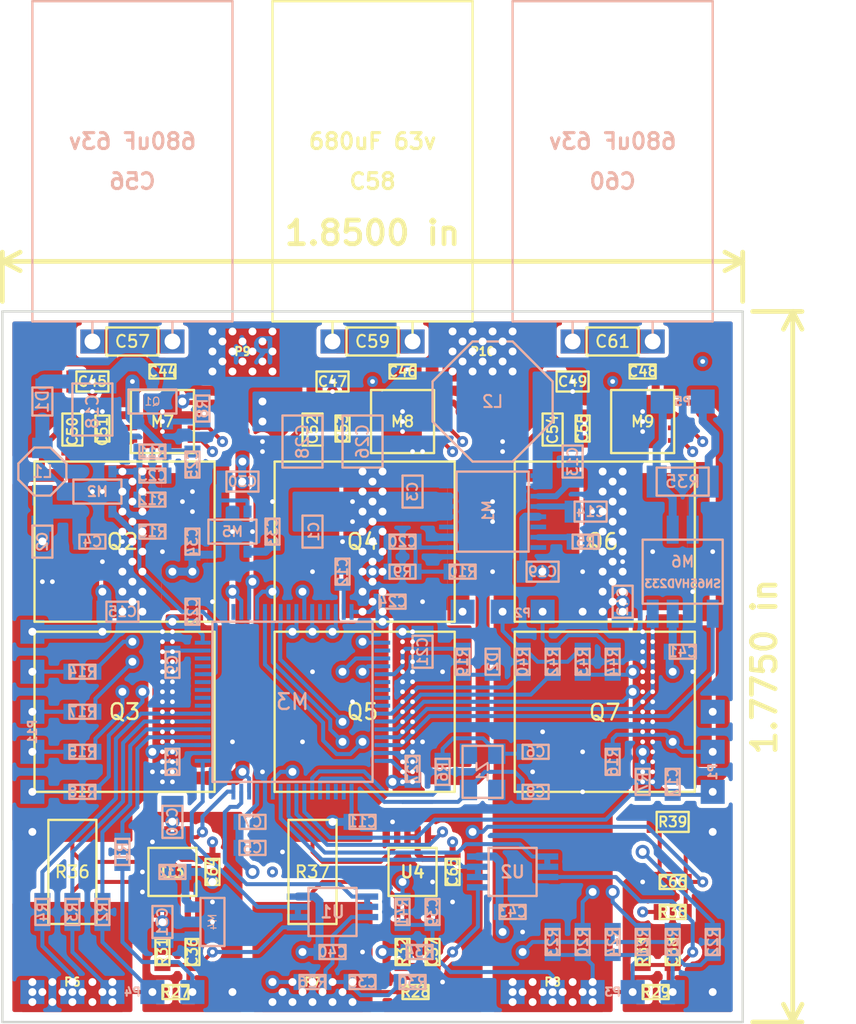
<source format=kicad_pcb>
(kicad_pcb (version 4) (host pcbnew 4.0.7)
  (title_block (title "Phobia Motor Controller") (date 2018-04-03) (rev 4) (company "Roman Belov"))
  (layers (0 F.Cu signal hide) (1 In1.Cu signal hide) (2 In2.Cu signal hide) (3 In3.Cu signal) (4 In4.Cu signal) (31 B.Cu signal) (34 B.Paste user) (35 F.Paste user) (36 B.SilkS user) (37 F.SilkS user) (38 B.Mask user) (39 F.Mask user) (44 Edge.Cuts user))
  (net 0 "")
  (net 1 +36V)
  (net 2 +5V)
  (net 3 +3.3V)
  (net 4 +3.3VREF)
  (net 5 "Net-(C12-Pad1)")
  (net 6 NRST)
  (net 7 "Net-(C23-Pad2)")
  (net 8 +12V)
  (net 9 "Net-(C33-Pad1)")
  (net 10 "Net-(C36-Pad1)")
  (net 11 "Net-(C37-Pad1)")
  (net 12 "Net-(C38-Pad1)")
  (net 13 "Net-(C50-Pad1)")
  (net 14 "Net-(C50-Pad2)")
  (net 15 "Net-(C52-Pad1)")
  (net 16 "Net-(C52-Pad2)")
  (net 17 "Net-(C54-Pad2)")
  (net 18 "Net-(D1-Pad2)")
  (net 19 "Net-(D2-Pad2)")
  (net 20 "Net-(M1-Pad7)")
  (net 21 12V_EN)
  (net 22 "Net-(M3-Pad6)")
  (net 23 "Net-(M3-Pad20)")
  (net 24 "Net-(M3-Pad21)")
  (net 25 "Net-(M3-Pad22)")
  (net 26 "Net-(M3-Pad23)")
  (net 27 FET_AL)
  (net 28 FET_BL)
  (net 29 FET_CL)
  (net 30 "Net-(M3-Pad37)")
  (net 31 "Net-(M3-Pad38)")
  (net 32 "Net-(M3-Pad39)")
  (net 33 FET_AH)
  (net 34 FET_BH)
  (net 35 FET_CH)
  (net 36 "Net-(M3-Pad46)")
  (net 37 "Net-(M3-Pad49)")
  (net 38 "Net-(M3-Pad51)")
  (net 39 "Net-(M3-Pad52)")
  (net 40 LED)
  (net 41 BOOT)
  (net 42 CAN_RX)
  (net 43 CAN_TX)
  (net 44 "Net-(M6-Pad7)")
  (net 45 "Net-(M6-Pad6)")
  (net 46 "Net-(M7-Pad3)")
  (net 47 "Net-(M7-Pad8)")
  (net 48 "Net-(M8-Pad3)")
  (net 49 "Net-(M8-Pad8)")
  (net 50 "Net-(M9-Pad3)")
  (net 51 "Net-(M9-Pad8)")
  (net 52 SPI_MOSI)
  (net 53 SPI_NSS)
  (net 54 SPI_SCK)
  (net 55 USART_RX)
  (net 56 SPI_MISO)
  (net 57 USART_TX)
  (net 58 SWCLK)
  (net 59 SWDIO)
  (net 60 "Net-(Q1-Pad1)")
  (net 61 NC)
  (net 62 GND)
  (net 63 "Net-(C6-Pad2)")
  (net 64 "Net-(C8-Pad2)")
  (net 65 "Net-(C9-Pad1)")
  (net 66 "Net-(C13-Pad1)")
  (net 67 "Net-(C13-Pad2)")
  (net 68 "Net-(C14-Pad1)")
  (net 69 "Net-(C18-Pad1)")
  (net 70 "Net-(C20-Pad2)")
  (net 71 "Net-(C35-Pad1)")
  (net 72 TERMINAL_C)
  (net 73 PCB_NTC)
  (net 74 TERMINAL_A)
  (net 75 TERMINAL_B)
  (net 76 "Net-(C39-Pad2)")
  (net 77 "Net-(M3-Pad58)")
  (net 78 EXT_NTC)
  (net 79 HALL_A)
  (net 80 HALL_B)
  (net 81 HALL_C)
  (net 82 "Net-(M3-Pad59)")
  (net 83 CURRENT_B)
  (net 84 VOLTAGE_C)
  (net 85 VOLTAGE_B)
  (net 86 VOLTAGE_U)
  (net 87 CURRENT_A)
  (net 88 VOLTAGE_A)
  (net 89 I2C_SDA)
  (net 90 I2C_SCL)
  (module foot:PAD2 (layer F.Cu) (at 67.31 109.855)
    (fp_text reference P6 (at 0 0) (layer F.SilkS) (effects (font (size 0.52324 0.52324) (thickness 0.13081))))
    (fp_text value CONN4 hide)
    (pad 1 smd rect (at 0 0) (size 6.35 3.81) (layers F.Cu F.Paste F.Mask) (net 74 TERMINAL_A))
  )
  (module foot:PAD2 (layer F.Cu) (at 82.55 109.855)
    (fp_text reference P7 (at 0 0) (layer F.SilkS) (effects (font (size 0.52324 0.52324) (thickness 0.13081))))
    (fp_text value CONN4 hide)
    (pad 1 smd rect (at 0 0) (size 6.35 3.81) (layers F.Cu F.Paste F.Mask) (net 75 TERMINAL_B))
  )
  (module foot:PAD2 (layer F.Cu) (at 97.79 109.855)
    (fp_text reference P8 (at 0 0) (layer F.SilkS) (effects (font (size 0.52324 0.52324) (thickness 0.13081))))
    (fp_text value CONN4 hide)
    (pad 1 smd rect (at 0 0) (size 6.35 3.81) (layers F.Cu F.Paste F.Mask) (net 72 TERMINAL_C))
  )
  (module foot:PAD2 (layer F.Cu) (at 78.105 69.85)
    (fp_text reference P9 (at 0 0) (layer F.SilkS) (effects (font (size 0.52324 0.52324) (thickness 0.13081))))
    (fp_text value CONN4 hide)
    (pad 1 smd rect (at 0 0) (size 5.08 3.81) (layers F.Cu F.Paste F.Mask) (net 1 +36V))
  )
  (module foot:PAD2 (layer F.Cu) (at 93.345 69.85)
    (fp_text reference P10 (at 0 0) (layer F.SilkS) (effects (font (size 0.52324 0.52324) (thickness 0.13081))))
    (fp_text value CONN4 hide)
    (pad 1 smd rect (at 0 0) (size 5.08 3.81) (layers F.Cu F.Paste F.Mask) (net 62 GND))
  )
  (module foot:LR2512D (layer F.Cu) (at 82.55 102.87 90)
    (fp_text reference R37 (at 0 0 180) (layer F.SilkS) (effects (font (size 0.762 0.762) (thickness 0.127))))
    (fp_text value "0.0005 1%" hide)
    (pad 1 smd rect (at -3.175 0 90) (size 1.99898 7.1984) (layers F.Cu F.Paste F.Mask) (net 75 TERMINAL_B))
    (pad 2 smd rect (at 3.175 0 90) (size 1.99898 7.1984) (layers F.Cu F.Paste F.Mask) (net 15 "Net-(C52-Pad1)"))
  )
  (module foot:LR2512D (layer F.Cu) (at 67.31 102.87 90)
    (fp_text reference R36 (at 0 0 180) (layer F.SilkS) (effects (font (size 0.762 0.762) (thickness 0.127))))
    (fp_text value "0.0005 1%" hide)
    (pad 1 smd rect (at -3.175 0 90) (size 1.99898 7.1984) (layers F.Cu F.Paste F.Mask) (net 74 TERMINAL_A))
    (pad 2 smd rect (at 3.175 0 90) (size 1.99898 7.1984) (layers F.Cu F.Paste F.Mask) (net 13 "Net-(C50-Pad1)"))
  )
  (module foot:SMD_Z3225 (layer B.Cu) (at 93.345 96.52 270)
    (fp_text reference Z1 (at 0 0 270) (layer B.SilkS) (effects (font (size 0.70104 0.70104) (thickness 0.12446)) (justify mirror)))
    (fp_text value 12MHz hide)
    (pad 1 smd rect (at -1.15 -0.9 270) (size 1.3 1.1) (layers B.Cu B.Paste B.Mask) (net 63 "Net-(C6-Pad2)"))
    (pad 2 smd rect (at 1.15 0.9 270) (size 1.3 1.1) (layers B.Cu B.Paste B.Mask) (net 64 "Net-(C8-Pad2)"))
    (pad 3 smd rect (at -1.15 0.9 270) (size 1.3 1.1) (layers B.Cu B.Paste B.Mask))
    (pad 4 smd rect (at 1.15 -0.9 270) (size 1.3 1.1) (layers B.Cu B.Paste B.Mask))
  )
  (module foot:MSOP8 (layer F.Cu) (at 88.9 102.87 90)
    (fp_text reference U4 (at 0 0 180) (layer F.SilkS) (effects (font (size 0.762 0.762) (thickness 0.1524))))
    (fp_text value AD8417 hide)
    (pad 1 smd rect (at -2.2 -0.975 90) (size 1.4 0.4) (layers F.Cu F.Paste F.Mask) (net 75 TERMINAL_B))
    (pad 2 smd rect (at -2.2 -0.325 90) (size 1.4 0.4) (layers F.Cu F.Paste F.Mask) (net 62 GND))
    (pad 3 smd rect (at -2.2 0.325 90) (size 1.4 0.4) (layers F.Cu F.Paste F.Mask) (net 62 GND))
    (pad 4 smd rect (at -2.2 0.975 90) (size 1.4 0.4) (layers F.Cu F.Paste F.Mask) (net 61 NC))
    (pad 5 smd rect (at 2.2 0.975 90) (size 1.4 0.4) (layers F.Cu F.Paste F.Mask) (net 83 CURRENT_B))
    (pad 6 smd rect (at 2.2 0.325 90) (size 1.4 0.4) (layers F.Cu F.Paste F.Mask) (net 4 +3.3VREF))
    (pad 7 smd rect (at 2.2 -0.325 90) (size 1.4 0.4) (layers F.Cu F.Paste F.Mask) (net 4 +3.3VREF))
    (pad 8 smd rect (at 2.2 -0.975 90) (size 1.4 0.4) (layers F.Cu F.Paste F.Mask) (net 15 "Net-(C52-Pad1)"))
  )
  (module foot:MSOP8 (layer F.Cu) (at 73.66 102.87 90)
    (fp_text reference U3 (at 0 0 180) (layer F.SilkS) (effects (font (size 0.762 0.762) (thickness 0.1524))))
    (fp_text value AD8417 hide)
    (pad 1 smd rect (at -2.2 -0.975 90) (size 1.4 0.4) (layers F.Cu F.Paste F.Mask) (net 74 TERMINAL_A))
    (pad 2 smd rect (at -2.2 -0.325 90) (size 1.4 0.4) (layers F.Cu F.Paste F.Mask) (net 62 GND))
    (pad 3 smd rect (at -2.2 0.325 90) (size 1.4 0.4) (layers F.Cu F.Paste F.Mask) (net 62 GND))
    (pad 4 smd rect (at -2.2 0.975 90) (size 1.4 0.4) (layers F.Cu F.Paste F.Mask) (net 61 NC))
    (pad 5 smd rect (at 2.2 0.975 90) (size 1.4 0.4) (layers F.Cu F.Paste F.Mask) (net 87 CURRENT_A))
    (pad 6 smd rect (at 2.2 0.325 90) (size 1.4 0.4) (layers F.Cu F.Paste F.Mask) (net 4 +3.3VREF))
    (pad 7 smd rect (at 2.2 -0.325 90) (size 1.4 0.4) (layers F.Cu F.Paste F.Mask) (net 4 +3.3VREF))
    (pad 8 smd rect (at 2.2 -0.975 90) (size 1.4 0.4) (layers F.Cu F.Paste F.Mask) (net 13 "Net-(C50-Pad1)"))
  )
  (module foot:MSOP8 (layer B.Cu) (at 95.25 102.87 180)
    (fp_text reference U2 (at 0 0 180) (layer B.SilkS) (effects (font (size 0.762 0.762) (thickness 0.1524)) (justify mirror)))
    (fp_text value AD8539 hide)
    (pad 1 smd rect (at -2.2 0.975 180) (size 1.4 0.4) (layers B.Cu B.Paste B.Mask) (net 84 VOLTAGE_C))
    (pad 2 smd rect (at -2.2 0.325 180) (size 1.4 0.4) (layers B.Cu B.Paste B.Mask) (net 84 VOLTAGE_C))
    (pad 3 smd rect (at -2.2 -0.325 180) (size 1.4 0.4) (layers B.Cu B.Paste B.Mask) (net 12 "Net-(C38-Pad1)"))
    (pad 4 smd rect (at -2.2 -0.975 180) (size 1.4 0.4) (layers B.Cu B.Paste B.Mask) (net 62 GND))
    (pad 5 smd rect (at 2.2 -0.975 180) (size 1.4 0.4) (layers B.Cu B.Paste B.Mask) (net 11 "Net-(C37-Pad1)"))
    (pad 6 smd rect (at 2.2 -0.325 180) (size 1.4 0.4) (layers B.Cu B.Paste B.Mask) (net 85 VOLTAGE_B))
    (pad 7 smd rect (at 2.2 0.325 180) (size 1.4 0.4) (layers B.Cu B.Paste B.Mask) (net 85 VOLTAGE_B))
    (pad 8 smd rect (at 2.2 0.975 180) (size 1.4 0.4) (layers B.Cu B.Paste B.Mask) (net 4 +3.3VREF))
  )
  (module foot:MSOP8 (layer B.Cu) (at 83.82 105.41 180)
    (fp_text reference U1 (at 0 0 180) (layer B.SilkS) (effects (font (size 0.762 0.762) (thickness 0.1524)) (justify mirror)))
    (fp_text value AD8539 hide)
    (pad 1 smd rect (at -2.2 0.975 180) (size 1.4 0.4) (layers B.Cu B.Paste B.Mask) (net 86 VOLTAGE_U))
    (pad 2 smd rect (at -2.2 0.325 180) (size 1.4 0.4) (layers B.Cu B.Paste B.Mask) (net 86 VOLTAGE_U))
    (pad 3 smd rect (at -2.2 -0.325 180) (size 1.4 0.4) (layers B.Cu B.Paste B.Mask) (net 71 "Net-(C35-Pad1)"))
    (pad 4 smd rect (at -2.2 -0.975 180) (size 1.4 0.4) (layers B.Cu B.Paste B.Mask) (net 62 GND))
    (pad 5 smd rect (at 2.2 -0.975 180) (size 1.4 0.4) (layers B.Cu B.Paste B.Mask) (net 10 "Net-(C36-Pad1)"))
    (pad 6 smd rect (at 2.2 -0.325 180) (size 1.4 0.4) (layers B.Cu B.Paste B.Mask) (net 88 VOLTAGE_A))
    (pad 7 smd rect (at 2.2 0.325 180) (size 1.4 0.4) (layers B.Cu B.Paste B.Mask) (net 88 VOLTAGE_A))
    (pad 8 smd rect (at 2.2 0.975 180) (size 1.4 0.4) (layers B.Cu B.Paste B.Mask) (net 4 +3.3VREF))
  )
  (module foot:SM0805 (layer F.Cu) (at 105.41 99.695)
    (fp_text reference R39 (at 0 0) (layer F.SilkS) (effects (font (size 0.635 0.635) (thickness 0.127))))
    (fp_text value "10K NTC" hide)
    (pad 1 smd rect (at -1.143 0) (size 1.016 1.397) (layers F.Cu F.Paste F.Mask) (net 62 GND))
    (pad 2 smd rect (at 1.143 0) (size 1.016 1.397) (layers F.Cu F.Paste F.Mask) (net 73 PCB_NTC))
  )
  (module foot:SM0603 (layer F.Cu) (at 105.41 105.41 180)
    (fp_text reference R38 (at 0 0 180) (layer F.SilkS) (effects (font (size 0.635 0.635) (thickness 0.127))))
    (fp_text value "10K 1%" hide)
    (pad 1 smd rect (at -0.8255 0 180) (size 0.762 1.016) (layers F.Cu F.Paste F.Mask) (net 73 PCB_NTC))
    (pad 2 smd rect (at 0.8255 0 180) (size 0.762 1.016) (layers F.Cu F.Paste F.Mask) (net 4 +3.3VREF))
  )
  (module foot:SM1206 (layer B.Cu) (at 106.045 78.105)
    (fp_text reference R35 (at 0 0) (layer B.SilkS) (effects (font (size 0.762 0.762) (thickness 0.127)) (justify mirror)))
    (fp_text value 120 hide)
    (pad 1 smd rect (at -1.651 0) (size 1.27 2.032) (layers B.Cu B.Paste B.Mask) (net 45 "Net-(M6-Pad6)"))
    (pad 2 smd rect (at 1.651 0) (size 1.27 2.032) (layers B.Cu B.Paste B.Mask) (net 44 "Net-(M6-Pad7)"))
  )
  (module foot:SM0603 (layer B.Cu) (at 89.3445 107.95 180)
    (fp_text reference R34 (at 0 0 180) (layer B.SilkS) (effects (font (size 0.635 0.635) (thickness 0.127)) (justify mirror)))
    (fp_text value "10K 1%" hide)
    (pad 1 smd rect (at -0.8255 0 180) (size 0.762 1.016) (layers B.Cu B.Paste B.Mask) (net 76 "Net-(C39-Pad2)"))
    (pad 2 smd rect (at 0.8255 0 180) (size 0.762 1.016) (layers B.Cu B.Paste B.Mask) (net 4 +3.3VREF))
  )
  (module foot:SM0603 (layer F.Cu) (at 103.505 107.95 270)
    (fp_text reference R33 (at 0 0 270) (layer F.SilkS) (effects (font (size 0.635 0.635) (thickness 0.127))))
    (fp_text value "27K 1%" hide)
    (pad 1 smd rect (at -0.8255 0 270) (size 0.762 1.016) (layers F.Cu F.Paste F.Mask) (net 62 GND))
    (pad 2 smd rect (at 0.8255 0 270) (size 0.762 1.016) (layers F.Cu F.Paste F.Mask) (net 12 "Net-(C38-Pad1)"))
  )
  (module foot:SM0603 (layer F.Cu) (at 88.265 107.95 270)
    (fp_text reference R32 (at 0 0 270) (layer F.SilkS) (effects (font (size 0.635 0.635) (thickness 0.127))))
    (fp_text value "27K 1%" hide)
    (pad 1 smd rect (at -0.8255 0 270) (size 0.762 1.016) (layers F.Cu F.Paste F.Mask) (net 62 GND))
    (pad 2 smd rect (at 0.8255 0 270) (size 0.762 1.016) (layers F.Cu F.Paste F.Mask) (net 11 "Net-(C37-Pad1)"))
  )
  (module foot:SM0603 (layer F.Cu) (at 73.025 107.95 270)
    (fp_text reference R31 (at 0 0 270) (layer F.SilkS) (effects (font (size 0.635 0.635) (thickness 0.127))))
    (fp_text value "27K 1%" hide)
    (pad 1 smd rect (at -0.8255 0 270) (size 0.762 1.016) (layers F.Cu F.Paste F.Mask) (net 62 GND))
    (pad 2 smd rect (at 0.8255 0 270) (size 0.762 1.016) (layers F.Cu F.Paste F.Mask) (net 10 "Net-(C36-Pad1)"))
  )
  (module foot:SM0603 (layer B.Cu) (at 88.9 109.855 180)
    (fp_text reference R30 (at 0 0 180) (layer B.SilkS) (effects (font (size 0.635 0.635) (thickness 0.127)) (justify mirror)))
    (fp_text value "27K 1%" hide)
    (pad 1 smd rect (at -0.8255 0 180) (size 0.762 1.016) (layers B.Cu B.Paste B.Mask) (net 62 GND))
    (pad 2 smd rect (at 0.8255 0 180) (size 0.762 1.016) (layers B.Cu B.Paste B.Mask) (net 71 "Net-(C35-Pad1)"))
  )
  (module foot:SM0603 (layer F.Cu) (at 104.3305 110.49)
    (fp_text reference R29 (at 0 0) (layer F.SilkS) (effects (font (size 0.635 0.635) (thickness 0.127))))
    (fp_text value "470K 1%" hide)
    (pad 1 smd rect (at -0.8255 0) (size 0.762 1.016) (layers F.Cu F.Paste F.Mask) (net 72 TERMINAL_C))
    (pad 2 smd rect (at 0.8255 0) (size 0.762 1.016) (layers F.Cu F.Paste F.Mask) (net 12 "Net-(C38-Pad1)"))
  )
  (module foot:SM0603 (layer F.Cu) (at 89.0905 110.49)
    (fp_text reference R28 (at 0 0) (layer F.SilkS) (effects (font (size 0.635 0.635) (thickness 0.127))))
    (fp_text value "470K 1%" hide)
    (pad 1 smd rect (at -0.8255 0) (size 0.762 1.016) (layers F.Cu F.Paste F.Mask) (net 75 TERMINAL_B))
    (pad 2 smd rect (at 0.8255 0) (size 0.762 1.016) (layers F.Cu F.Paste F.Mask) (net 11 "Net-(C37-Pad1)"))
  )
  (module foot:SM0603 (layer F.Cu) (at 73.8505 110.49)
    (fp_text reference R27 (at 0 0) (layer F.SilkS) (effects (font (size 0.635 0.635) (thickness 0.127))))
    (fp_text value "470K 1%" hide)
    (pad 1 smd rect (at -0.8255 0) (size 0.762 1.016) (layers F.Cu F.Paste F.Mask) (net 74 TERMINAL_A))
    (pad 2 smd rect (at 0.8255 0) (size 0.762 1.016) (layers F.Cu F.Paste F.Mask) (net 10 "Net-(C36-Pad1)"))
  )
  (module foot:SM0603 (layer B.Cu) (at 82.55 109.855)
    (fp_text reference R26 (at 0 0) (layer B.SilkS) (effects (font (size 0.635 0.635) (thickness 0.127)) (justify mirror)))
    (fp_text value "470K 1%" hide)
    (pad 1 smd rect (at -0.8255 0) (size 0.762 1.016) (layers B.Cu B.Paste B.Mask) (net 1 +36V))
    (pad 2 smd rect (at 0.8255 0) (size 0.762 1.016) (layers B.Cu B.Paste B.Mask) (net 71 "Net-(C35-Pad1)"))
  )
  (module foot:SM0603 (layer B.Cu) (at 105.41 107.315 270)
    (fp_text reference R25 (at 0 0 270) (layer B.SilkS) (effects (font (size 0.635 0.635) (thickness 0.127)) (justify mirror)))
    (fp_text value 10K hide)
    (pad 1 smd rect (at -0.8255 0 270) (size 0.762 1.016) (layers B.Cu B.Paste B.Mask) (net 2 +5V))
    (pad 2 smd rect (at 0.8255 0 270) (size 0.762 1.016) (layers B.Cu B.Paste B.Mask) (net 81 HALL_C))
  )
  (module foot:SM0603 (layer B.Cu) (at 101.6 107.315 270)
    (fp_text reference R24 (at 0 0 270) (layer B.SilkS) (effects (font (size 0.635 0.635) (thickness 0.127)) (justify mirror)))
    (fp_text value 10K hide)
    (pad 1 smd rect (at -0.8255 0 270) (size 0.762 1.016) (layers B.Cu B.Paste B.Mask) (net 2 +5V))
    (pad 2 smd rect (at 0.8255 0 270) (size 0.762 1.016) (layers B.Cu B.Paste B.Mask) (net 80 HALL_B))
  )
  (module foot:SM0603 (layer B.Cu) (at 97.79 107.315 270)
    (fp_text reference R23 (at 0 0 270) (layer B.SilkS) (effects (font (size 0.635 0.635) (thickness 0.127)) (justify mirror)))
    (fp_text value 10K hide)
    (pad 1 smd rect (at -0.8255 0 270) (size 0.762 1.016) (layers B.Cu B.Paste B.Mask) (net 2 +5V))
    (pad 2 smd rect (at 0.8255 0 270) (size 0.762 1.016) (layers B.Cu B.Paste B.Mask) (net 79 HALL_A))
  )
  (module foot:SM0603 (layer B.Cu) (at 107.95 107.315 90)
    (fp_text reference R22 (at 0 0 90) (layer B.SilkS) (effects (font (size 0.635 0.635) (thickness 0.127)) (justify mirror)))
    (fp_text value 1K hide)
    (pad 1 smd rect (at -0.8255 0 90) (size 0.762 1.016) (layers B.Cu B.Paste B.Mask) (net 81 HALL_C))
    (pad 2 smd rect (at 0.8255 0 90) (size 0.762 1.016) (layers B.Cu B.Paste B.Mask) (net 32 "Net-(M3-Pad39)"))
  )
  (module foot:SM0603 (layer B.Cu) (at 103.505 107.315 90)
    (fp_text reference R21 (at 0 0 90) (layer B.SilkS) (effects (font (size 0.635 0.635) (thickness 0.127)) (justify mirror)))
    (fp_text value 1K hide)
    (pad 1 smd rect (at -0.8255 0 90) (size 0.762 1.016) (layers B.Cu B.Paste B.Mask) (net 80 HALL_B))
    (pad 2 smd rect (at 0.8255 0 90) (size 0.762 1.016) (layers B.Cu B.Paste B.Mask) (net 31 "Net-(M3-Pad38)"))
  )
  (module foot:SM0603 (layer B.Cu) (at 99.695 107.315 90)
    (fp_text reference R20 (at 0 0 90) (layer B.SilkS) (effects (font (size 0.635 0.635) (thickness 0.127)) (justify mirror)))
    (fp_text value 1K hide)
    (pad 1 smd rect (at -0.8255 0 90) (size 0.762 1.016) (layers B.Cu B.Paste B.Mask) (net 79 HALL_A))
    (pad 2 smd rect (at 0.8255 0 90) (size 0.762 1.016) (layers B.Cu B.Paste B.Mask) (net 30 "Net-(M3-Pad37)"))
  )
  (module foot:SM0603 (layer B.Cu) (at 92.075 89.535 270)
    (fp_text reference R19 (at 0 0 270) (layer B.SilkS) (effects (font (size 0.635 0.635) (thickness 0.127)) (justify mirror)))
    (fp_text value 1K hide)
    (pad 1 smd rect (at -0.8255 0 270) (size 0.762 1.016) (layers B.Cu B.Paste B.Mask) (net 40 LED))
    (pad 2 smd rect (at 0.8255 0 270) (size 0.762 1.016) (layers B.Cu B.Paste B.Mask) (net 19 "Net-(D2-Pad2)"))
  )
  (module foot:SM0603 (layer B.Cu) (at 67.945 97.79)
    (fp_text reference R18 (at 0 0) (layer B.SilkS) (effects (font (size 0.635 0.635) (thickness 0.127)) (justify mirror)))
    (fp_text value 1K hide)
    (pad 1 smd rect (at -0.8255 0) (size 0.762 1.016) (layers B.Cu B.Paste B.Mask) (net 55 USART_RX))
    (pad 2 smd rect (at 0.8255 0) (size 0.762 1.016) (layers B.Cu B.Paste B.Mask) (net 39 "Net-(M3-Pad52)"))
  )
  (module foot:SM0603 (layer B.Cu) (at 67.945 92.71)
    (fp_text reference R17 (at 0 0) (layer B.SilkS) (effects (font (size 0.635 0.635) (thickness 0.127)) (justify mirror)))
    (fp_text value 1K hide)
    (pad 1 smd rect (at -0.8255 0) (size 0.762 1.016) (layers B.Cu B.Paste B.Mask) (net 58 SWCLK))
    (pad 2 smd rect (at 0.8255 0) (size 0.762 1.016) (layers B.Cu B.Paste B.Mask) (net 37 "Net-(M3-Pad49)"))
  )
  (module foot:SM0603 (layer B.Cu) (at 101.6 95.885 90)
    (fp_text reference R16 (at 0 0 90) (layer B.SilkS) (effects (font (size 0.635 0.635) (thickness 0.127)) (justify mirror)))
    (fp_text value 10K hide)
    (pad 1 smd rect (at -0.8255 0 90) (size 0.762 1.016) (layers B.Cu B.Paste B.Mask) (net 62 GND))
    (pad 2 smd rect (at 0.8255 0 90) (size 0.762 1.016) (layers B.Cu B.Paste B.Mask) (net 41 BOOT))
  )
  (module foot:SM0603 (layer B.Cu) (at 67.945 95.25)
    (fp_text reference R15 (at 0 0) (layer B.SilkS) (effects (font (size 0.635 0.635) (thickness 0.127)) (justify mirror)))
    (fp_text value 1K hide)
    (pad 1 smd rect (at -0.8255 0) (size 0.762 1.016) (layers B.Cu B.Paste B.Mask) (net 57 USART_TX))
    (pad 2 smd rect (at 0.8255 0) (size 0.762 1.016) (layers B.Cu B.Paste B.Mask) (net 38 "Net-(M3-Pad51)"))
  )
  (module foot:SM0603 (layer B.Cu) (at 67.945 90.17)
    (fp_text reference R14 (at 0 0) (layer B.SilkS) (effects (font (size 0.635 0.635) (thickness 0.127)) (justify mirror)))
    (fp_text value 1K hide)
    (pad 1 smd rect (at -0.8255 0) (size 0.762 1.016) (layers B.Cu B.Paste B.Mask) (net 59 SWDIO))
    (pad 2 smd rect (at 0.8255 0) (size 0.762 1.016) (layers B.Cu B.Paste B.Mask) (net 36 "Net-(M3-Pad46)"))
  )
  (module foot:SM0603 (layer B.Cu) (at 72.39 81.28 180)
    (fp_text reference R13 (at 0 0 180) (layer B.SilkS) (effects (font (size 0.635 0.635) (thickness 0.127)) (justify mirror)))
    (fp_text value 10K hide)
    (pad 1 smd rect (at -0.8255 0 180) (size 0.762 1.016) (layers B.Cu B.Paste B.Mask) (net 62 GND))
    (pad 2 smd rect (at 0.8255 0 180) (size 0.762 1.016) (layers B.Cu B.Paste B.Mask) (net 21 12V_EN))
  )
  (module foot:SM0603 (layer B.Cu) (at 72.39 79.248 180)
    (fp_text reference R12 (at 0 0 180) (layer B.SilkS) (effects (font (size 0.635 0.635) (thickness 0.127)) (justify mirror)))
    (fp_text value "11K 1%" hide)
    (pad 1 smd rect (at -0.8255 0 180) (size 0.762 1.016) (layers B.Cu B.Paste B.Mask) (net 62 GND))
    (pad 2 smd rect (at 0.8255 0 180) (size 0.762 1.016) (layers B.Cu B.Paste B.Mask) (net 7 "Net-(C23-Pad2)"))
  )
  (module foot:SM0603 (layer B.Cu) (at 72.39 76.2)
    (fp_text reference R11 (at 0 0) (layer B.SilkS) (effects (font (size 0.635 0.635) (thickness 0.127)) (justify mirror)))
    (fp_text value "100K 1%" hide)
    (pad 1 smd rect (at -0.8255 0) (size 0.762 1.016) (layers B.Cu B.Paste B.Mask) (net 7 "Net-(C23-Pad2)"))
    (pad 2 smd rect (at 0.8255 0) (size 0.762 1.016) (layers B.Cu B.Paste B.Mask) (net 8 +12V))
  )
  (module foot:SM0603 (layer B.Cu) (at 92.075 83.82 180)
    (fp_text reference R10 (at 0 0 180) (layer B.SilkS) (effects (font (size 0.635 0.635) (thickness 0.127)) (justify mirror)))
    (fp_text value "27K 1%" hide)
    (pad 1 smd rect (at -0.8255 0 180) (size 0.762 1.016) (layers B.Cu B.Paste B.Mask) (net 62 GND))
    (pad 2 smd rect (at 0.8255 0 180) (size 0.762 1.016) (layers B.Cu B.Paste B.Mask) (net 70 "Net-(C20-Pad2)"))
  )
  (module foot:SM0603 (layer B.Cu) (at 88.265 83.82 180)
    (fp_text reference R9 (at 0 0 180) (layer B.SilkS) (effects (font (size 0.635 0.635) (thickness 0.127)) (justify mirror)))
    (fp_text value "100K 1%" hide)
    (pad 1 smd rect (at -0.8255 0 180) (size 0.762 1.016) (layers B.Cu B.Paste B.Mask) (net 70 "Net-(C20-Pad2)"))
    (pad 2 smd rect (at 0.8255 0 180) (size 0.762 1.016) (layers B.Cu B.Paste B.Mask) (net 2 +5V))
  )
  (module foot:SM0603 (layer B.Cu) (at 75.565 73.4695 270)
    (fp_text reference R8 (at 0 0 270) (layer B.SilkS) (effects (font (size 0.635 0.635) (thickness 0.127)) (justify mirror)))
    (fp_text value 47K hide)
    (pad 1 smd rect (at -0.8255 0 270) (size 0.762 1.016) (layers B.Cu B.Paste B.Mask) (net 2 +5V))
    (pad 2 smd rect (at 0.8255 0 270) (size 0.762 1.016) (layers B.Cu B.Paste B.Mask) (net 60 "Net-(Q1-Pad1)"))
  )
  (module foot:SM0603 (layer B.Cu) (at 103.505 97.155 90)
    (fp_text reference R7 (at 0 0 90) (layer B.SilkS) (effects (font (size 0.635 0.635) (thickness 0.127)) (justify mirror)))
    (fp_text value 10K hide)
    (pad 1 smd rect (at -0.8255 0 90) (size 0.762 1.016) (layers B.Cu B.Paste B.Mask) (net 6 NRST))
    (pad 2 smd rect (at 0.8255 0 90) (size 0.762 1.016) (layers B.Cu B.Paste B.Mask) (net 3 +3.3V))
  )
  (module foot:SM0603 (layer B.Cu) (at 90.805 96.52 90)
    (fp_text reference R6 (at 0 0 90) (layer B.SilkS) (effects (font (size 0.635 0.635) (thickness 0.127)) (justify mirror)))
    (fp_text value 1K hide)
    (pad 1 smd rect (at -0.8255 0 90) (size 0.762 1.016) (layers B.Cu B.Paste B.Mask) (net 22 "Net-(M3-Pad6)"))
    (pad 2 smd rect (at 0.8255 0 90) (size 0.762 1.016) (layers B.Cu B.Paste B.Mask) (net 63 "Net-(C6-Pad2)"))
  )
  (module foot:SM0603 (layer B.Cu) (at 99.8855 81.915 180)
    (fp_text reference R5 (at 0 0 180) (layer B.SilkS) (effects (font (size 0.635 0.635) (thickness 0.127)) (justify mirror)))
    (fp_text value 47K hide)
    (pad 1 smd rect (at -0.8255 0 180) (size 0.762 1.016) (layers B.Cu B.Paste B.Mask) (net 62 GND))
    (pad 2 smd rect (at 0.8255 0 180) (size 0.762 1.016) (layers B.Cu B.Paste B.Mask) (net 20 "Net-(M1-Pad7)"))
  )
  (module foot:SM0603 (layer B.Cu) (at 65.405 105.41 90)
    (fp_text reference R4 (at 0 0 90) (layer B.SilkS) (effects (font (size 0.635 0.635) (thickness 0.127)) (justify mirror)))
    (fp_text value 1K hide)
    (pad 1 smd rect (at -0.8255 0 90) (size 0.762 1.016) (layers B.Cu B.Paste B.Mask) (net 52 SPI_MOSI))
    (pad 2 smd rect (at 0.8255 0 90) (size 0.762 1.016) (layers B.Cu B.Paste B.Mask) (net 26 "Net-(M3-Pad23)"))
  )
  (module foot:SM0603 (layer B.Cu) (at 67.31 105.41 90)
    (fp_text reference R3 (at 0 0 90) (layer B.SilkS) (effects (font (size 0.635 0.635) (thickness 0.127)) (justify mirror)))
    (fp_text value 1K hide)
    (pad 1 smd rect (at -0.8255 0 90) (size 0.762 1.016) (layers B.Cu B.Paste B.Mask) (net 56 SPI_MISO))
    (pad 2 smd rect (at 0.8255 0 90) (size 0.762 1.016) (layers B.Cu B.Paste B.Mask) (net 25 "Net-(M3-Pad22)"))
  )
  (module foot:SM0603 (layer B.Cu) (at 69.215 105.41 90)
    (fp_text reference R2 (at 0 0 90) (layer B.SilkS) (effects (font (size 0.635 0.635) (thickness 0.127)) (justify mirror)))
    (fp_text value 1K hide)
    (pad 1 smd rect (at -0.8255 0 90) (size 0.762 1.016) (layers B.Cu B.Paste B.Mask) (net 54 SPI_SCK))
    (pad 2 smd rect (at 0.8255 0 90) (size 0.762 1.016) (layers B.Cu B.Paste B.Mask) (net 24 "Net-(M3-Pad21)"))
  )
  (module foot:SM0603 (layer B.Cu) (at 70.485 101.6 90)
    (fp_text reference R1 (at 0 0 90) (layer B.SilkS) (effects (font (size 0.635 0.635) (thickness 0.127)) (justify mirror)))
    (fp_text value 1K hide)
    (pad 1 smd rect (at -0.8255 0 90) (size 0.762 1.016) (layers B.Cu B.Paste B.Mask) (net 53 SPI_NSS))
    (pad 2 smd rect (at 0.8255 0 90) (size 0.762 1.016) (layers B.Cu B.Paste B.Mask) (net 23 "Net-(M3-Pad20)"))
  )
  (module foot:PG-HSOF-8 (layer F.Cu) (at 101.1 81.915)
    (fp_text reference Q6 (at -0.135 0) (layer F.SilkS))
    (fp_text value IPT007N06N)
    (pad 3 smd rect (at 5.95 0 270) (size 10.1 1.4) (layers F.Cu F.Mask) (net 1 +36V))
    (pad 3 smd rect (at 3.8 0 270) (size 8.7 2.9) (layers F.Cu F.Mask) (net 1 +36V))
    (pad 3 smd rect (at 0.5 0 270) (size 9.7 3.7) (layers F.Cu F.Mask) (net 1 +36V))
    (pad 2 smd rect (at -5.25 -0.6 270) (size 0.8 2.8) (layers F.Cu F.Paste F.Mask) (net 72 TERMINAL_C))
    (pad 2 smd rect (at -5.25 0.6 270) (size 0.8 2.8) (layers F.Cu F.Paste F.Mask) (net 72 TERMINAL_C))
    (pad 2 smd rect (at -5.25 1.8 270) (size 0.8 2.8) (layers F.Cu F.Paste F.Mask) (net 72 TERMINAL_C))
    (pad 2 smd rect (at -5.25 3 270) (size 0.8 2.8) (layers F.Cu F.Paste F.Mask) (net 72 TERMINAL_C))
    (pad 2 smd rect (at -5.25 4.2 270) (size 0.8 2.8) (layers F.Cu F.Paste F.Mask) (net 72 TERMINAL_C))
    (pad 2 smd rect (at -5.25 -1.8 270) (size 0.8 2.8) (layers F.Cu F.Paste F.Mask) (net 72 TERMINAL_C))
    (pad 2 smd rect (at -5.25 -3 270) (size 0.8 2.8) (layers F.Cu F.Paste F.Mask) (net 72 TERMINAL_C))
    (pad 1 smd rect (at -5.25 -4.2 270) (size 0.8 2.8) (layers F.Cu F.Paste F.Mask) (net 50 "Net-(M9-Pad3)"))
    (pad 2 smd rect (at -4.25 0.6 270) (size 8 0.8) (layers F.Cu F.Mask) (net 72 TERMINAL_C))
  )
  (module foot:PG-HSOF-8 (layer F.Cu) (at 85.86 92.71 180)
    (fp_text reference Q5 (at 0.135 0 180) (layer F.SilkS))
    (fp_text value IPT007N06N)
    (pad 3 smd rect (at 5.95 0 90) (size 10.1 1.4) (layers F.Cu F.Mask) (net 15 "Net-(C52-Pad1)"))
    (pad 3 smd rect (at 3.8 0 90) (size 8.7 2.9) (layers F.Cu F.Mask) (net 15 "Net-(C52-Pad1)"))
    (pad 3 smd rect (at 0.5 0 90) (size 9.7 3.7) (layers F.Cu F.Mask) (net 15 "Net-(C52-Pad1)"))
    (pad 2 smd rect (at -5.25 -0.6 90) (size 0.8 2.8) (layers F.Cu F.Paste F.Mask) (net 62 GND))
    (pad 2 smd rect (at -5.25 0.6 90) (size 0.8 2.8) (layers F.Cu F.Paste F.Mask) (net 62 GND))
    (pad 2 smd rect (at -5.25 1.8 90) (size 0.8 2.8) (layers F.Cu F.Paste F.Mask) (net 62 GND))
    (pad 2 smd rect (at -5.25 3 90) (size 0.8 2.8) (layers F.Cu F.Paste F.Mask) (net 62 GND))
    (pad 2 smd rect (at -5.25 4.2 90) (size 0.8 2.8) (layers F.Cu F.Paste F.Mask) (net 62 GND))
    (pad 2 smd rect (at -5.25 -1.8 90) (size 0.8 2.8) (layers F.Cu F.Paste F.Mask) (net 62 GND))
    (pad 2 smd rect (at -5.25 -3 90) (size 0.8 2.8) (layers F.Cu F.Paste F.Mask) (net 62 GND))
    (pad 1 smd rect (at -5.25 -4.2 90) (size 0.8 2.8) (layers F.Cu F.Paste F.Mask) (net 49 "Net-(M8-Pad8)"))
    (pad 2 smd rect (at -4.25 0.6 90) (size 8 0.8) (layers F.Cu F.Mask) (net 62 GND))
  )
  (module foot:PG-HSOF-8 (layer F.Cu) (at 85.86 81.915)
    (fp_text reference Q4 (at -0.135 0) (layer F.SilkS))
    (fp_text value IPT007N06N)
    (pad 3 smd rect (at 5.95 0 270) (size 10.1 1.4) (layers F.Cu F.Mask) (net 1 +36V))
    (pad 3 smd rect (at 3.8 0 270) (size 8.7 2.9) (layers F.Cu F.Mask) (net 1 +36V))
    (pad 3 smd rect (at 0.5 0 270) (size 9.7 3.7) (layers F.Cu F.Mask) (net 1 +36V))
    (pad 2 smd rect (at -5.25 -0.6 270) (size 0.8 2.8) (layers F.Cu F.Paste F.Mask) (net 15 "Net-(C52-Pad1)"))
    (pad 2 smd rect (at -5.25 0.6 270) (size 0.8 2.8) (layers F.Cu F.Paste F.Mask) (net 15 "Net-(C52-Pad1)"))
    (pad 2 smd rect (at -5.25 1.8 270) (size 0.8 2.8) (layers F.Cu F.Paste F.Mask) (net 15 "Net-(C52-Pad1)"))
    (pad 2 smd rect (at -5.25 3 270) (size 0.8 2.8) (layers F.Cu F.Paste F.Mask) (net 15 "Net-(C52-Pad1)"))
    (pad 2 smd rect (at -5.25 4.2 270) (size 0.8 2.8) (layers F.Cu F.Paste F.Mask) (net 15 "Net-(C52-Pad1)"))
    (pad 2 smd rect (at -5.25 -1.8 270) (size 0.8 2.8) (layers F.Cu F.Paste F.Mask) (net 15 "Net-(C52-Pad1)"))
    (pad 2 smd rect (at -5.25 -3 270) (size 0.8 2.8) (layers F.Cu F.Paste F.Mask) (net 15 "Net-(C52-Pad1)"))
    (pad 1 smd rect (at -5.25 -4.2 270) (size 0.8 2.8) (layers F.Cu F.Paste F.Mask) (net 48 "Net-(M8-Pad3)"))
    (pad 2 smd rect (at -4.25 0.6 270) (size 8 0.8) (layers F.Cu F.Mask) (net 15 "Net-(C52-Pad1)"))
  )
  (module foot:PG-HSOF-8 (layer F.Cu) (at 70.62 92.71 180)
    (fp_text reference Q3 (at 0 0 180) (layer F.SilkS))
    (fp_text value IPT007N06N)
    (pad 3 smd rect (at 5.95 0 90) (size 10.1 1.4) (layers F.Cu F.Mask) (net 13 "Net-(C50-Pad1)"))
    (pad 3 smd rect (at 3.8 0 90) (size 8.7 2.9) (layers F.Cu F.Mask) (net 13 "Net-(C50-Pad1)"))
    (pad 3 smd rect (at 0.5 0 90) (size 9.7 3.7) (layers F.Cu F.Mask) (net 13 "Net-(C50-Pad1)"))
    (pad 2 smd rect (at -5.25 -0.6 90) (size 0.8 2.8) (layers F.Cu F.Paste F.Mask) (net 62 GND))
    (pad 2 smd rect (at -5.25 0.6 90) (size 0.8 2.8) (layers F.Cu F.Paste F.Mask) (net 62 GND))
    (pad 2 smd rect (at -5.25 1.8 90) (size 0.8 2.8) (layers F.Cu F.Paste F.Mask) (net 62 GND))
    (pad 2 smd rect (at -5.25 3 90) (size 0.8 2.8) (layers F.Cu F.Paste F.Mask) (net 62 GND))
    (pad 2 smd rect (at -5.25 4.2 90) (size 0.8 2.8) (layers F.Cu F.Paste F.Mask) (net 62 GND))
    (pad 2 smd rect (at -5.25 -1.8 90) (size 0.8 2.8) (layers F.Cu F.Paste F.Mask) (net 62 GND))
    (pad 2 smd rect (at -5.25 -3 90) (size 0.8 2.8) (layers F.Cu F.Paste F.Mask) (net 62 GND))
    (pad 1 smd rect (at -5.25 -4.2 90) (size 0.8 2.8) (layers F.Cu F.Paste F.Mask) (net 47 "Net-(M7-Pad8)"))
    (pad 2 smd rect (at -4.25 0.6 90) (size 8 0.8) (layers F.Cu F.Mask) (net 62 GND))
  )
  (module foot:PG-HSOF-8 (layer F.Cu) (at 70.62 81.915)
    (fp_text reference Q2 (at -0.135 0) (layer F.SilkS))
    (fp_text value IPT007N06N)
    (pad 3 smd rect (at 5.95 0 270) (size 10.1 1.4) (layers F.Cu F.Mask) (net 1 +36V))
    (pad 3 smd rect (at 3.8 0 270) (size 8.7 2.9) (layers F.Cu F.Mask) (net 1 +36V))
    (pad 3 smd rect (at 0.5 0 270) (size 9.7 3.7) (layers F.Cu F.Mask) (net 1 +36V))
    (pad 2 smd rect (at -5.25 -0.6 270) (size 0.8 2.8) (layers F.Cu F.Paste F.Mask) (net 13 "Net-(C50-Pad1)"))
    (pad 2 smd rect (at -5.25 0.6 270) (size 0.8 2.8) (layers F.Cu F.Paste F.Mask) (net 13 "Net-(C50-Pad1)"))
    (pad 2 smd rect (at -5.25 1.8 270) (size 0.8 2.8) (layers F.Cu F.Paste F.Mask) (net 13 "Net-(C50-Pad1)"))
    (pad 2 smd rect (at -5.25 3 270) (size 0.8 2.8) (layers F.Cu F.Paste F.Mask) (net 13 "Net-(C50-Pad1)"))
    (pad 2 smd rect (at -5.25 4.2 270) (size 0.8 2.8) (layers F.Cu F.Paste F.Mask) (net 13 "Net-(C50-Pad1)"))
    (pad 2 smd rect (at -5.25 -1.8 270) (size 0.8 2.8) (layers F.Cu F.Paste F.Mask) (net 13 "Net-(C50-Pad1)"))
    (pad 2 smd rect (at -5.25 -3 270) (size 0.8 2.8) (layers F.Cu F.Paste F.Mask) (net 13 "Net-(C50-Pad1)"))
    (pad 1 smd rect (at -5.25 -4.2 270) (size 0.8 2.8) (layers F.Cu F.Paste F.Mask) (net 46 "Net-(M7-Pad3)"))
    (pad 2 smd rect (at -4.25 0.6 270) (size 8 0.8) (layers F.Cu F.Mask) (net 13 "Net-(C50-Pad1)"))
  )
  (module foot:SOT23 (layer B.Cu) (at 72.39 73.025 180)
    (fp_text reference Q1 (at 0 0 180) (layer B.SilkS) (effects (font (size 0.50038 0.50038) (thickness 0.0762)) (justify mirror)))
    (fp_text value BC857C hide)
    (pad 3 smd rect (at 0 1.27 180) (size 0.70104 1.00076) (layers B.Cu B.Paste B.Mask) (net 69 "Net-(C18-Pad1)"))
    (pad 2 smd rect (at 0.9525 -1.27 180) (size 0.70104 1.00076) (layers B.Cu B.Paste B.Mask) (net 8 +12V))
    (pad 1 smd rect (at -0.9525 -1.27 180) (size 0.70104 1.00076) (layers B.Cu B.Paste B.Mask) (net 60 "Net-(Q1-Pad1)"))
  )
  (module foot:SON8 (layer F.Cu) (at 103.505 74.295 270)
    (fp_text reference M9 (at 0 0 360) (layer F.SilkS) (effects (font (size 0.70104 0.70104) (thickness 0.12446))))
    (fp_text value UCC27211A hide)
    (pad 1 smd rect (at -1.2 2 270) (size 0.3 0.8) (layers F.Cu F.Paste F.Mask) (net 8 +12V))
    (pad 2 smd rect (at -0.4 2 270) (size 0.3 0.8) (layers F.Cu F.Paste F.Mask) (net 17 "Net-(C54-Pad2)"))
    (pad 3 smd rect (at 0.4 2 270) (size 0.3 0.8) (layers F.Cu F.Paste F.Mask) (net 50 "Net-(M9-Pad3)"))
    (pad 4 smd rect (at 1.2 2 270) (size 0.3 0.8) (layers F.Cu F.Paste F.Mask) (net 72 TERMINAL_C))
    (pad 5 smd rect (at 1.2 -2 270) (size 0.3 0.8) (layers F.Cu F.Paste F.Mask) (net 35 FET_CH))
    (pad 6 smd rect (at 0.4 -2 270) (size 0.3 0.8) (layers F.Cu F.Paste F.Mask) (net 29 FET_CL))
    (pad 7 smd rect (at -0.4 -2 270) (size 0.3 0.8) (layers F.Cu F.Paste F.Mask) (net 62 GND))
    (pad 8 smd rect (at -1.2 -2 270) (size 0.3 0.8) (layers F.Cu F.Paste F.Mask) (net 51 "Net-(M9-Pad8)"))
    (pad 7 smd rect (at 0 0 270) (size 3.38 2.45) (layers F.Cu F.Paste F.Mask) (net 62 GND))
  )
  (module foot:SON8 (layer F.Cu) (at 88.265 74.295 270)
    (fp_text reference M8 (at 0 0 360) (layer F.SilkS) (effects (font (size 0.70104 0.70104) (thickness 0.12446))))
    (fp_text value UCC27211A hide)
    (pad 1 smd rect (at -1.2 2 270) (size 0.3 0.8) (layers F.Cu F.Paste F.Mask) (net 8 +12V))
    (pad 2 smd rect (at -0.4 2 270) (size 0.3 0.8) (layers F.Cu F.Paste F.Mask) (net 16 "Net-(C52-Pad2)"))
    (pad 3 smd rect (at 0.4 2 270) (size 0.3 0.8) (layers F.Cu F.Paste F.Mask) (net 48 "Net-(M8-Pad3)"))
    (pad 4 smd rect (at 1.2 2 270) (size 0.3 0.8) (layers F.Cu F.Paste F.Mask) (net 15 "Net-(C52-Pad1)"))
    (pad 5 smd rect (at 1.2 -2 270) (size 0.3 0.8) (layers F.Cu F.Paste F.Mask) (net 34 FET_BH))
    (pad 6 smd rect (at 0.4 -2 270) (size 0.3 0.8) (layers F.Cu F.Paste F.Mask) (net 28 FET_BL))
    (pad 7 smd rect (at -0.4 -2 270) (size 0.3 0.8) (layers F.Cu F.Paste F.Mask) (net 62 GND))
    (pad 8 smd rect (at -1.2 -2 270) (size 0.3 0.8) (layers F.Cu F.Paste F.Mask) (net 49 "Net-(M8-Pad8)"))
    (pad 7 smd rect (at 0 0 270) (size 3.38 2.45) (layers F.Cu F.Paste F.Mask) (net 62 GND))
  )
  (module foot:SON8 (layer F.Cu) (at 73.025 74.295 270)
    (fp_text reference M7 (at 0 0 360) (layer F.SilkS) (effects (font (size 0.70104 0.70104) (thickness 0.12446))))
    (fp_text value UCC27211A hide)
    (pad 1 smd rect (at -1.2 2 270) (size 0.3 0.8) (layers F.Cu F.Paste F.Mask) (net 8 +12V))
    (pad 2 smd rect (at -0.4 2 270) (size 0.3 0.8) (layers F.Cu F.Paste F.Mask) (net 14 "Net-(C50-Pad2)"))
    (pad 3 smd rect (at 0.4 2 270) (size 0.3 0.8) (layers F.Cu F.Paste F.Mask) (net 46 "Net-(M7-Pad3)"))
    (pad 4 smd rect (at 1.2 2 270) (size 0.3 0.8) (layers F.Cu F.Paste F.Mask) (net 13 "Net-(C50-Pad1)"))
    (pad 5 smd rect (at 1.2 -2 270) (size 0.3 0.8) (layers F.Cu F.Paste F.Mask) (net 33 FET_AH))
    (pad 6 smd rect (at 0.4 -2 270) (size 0.3 0.8) (layers F.Cu F.Paste F.Mask) (net 27 FET_AL))
    (pad 7 smd rect (at -0.4 -2 270) (size 0.3 0.8) (layers F.Cu F.Paste F.Mask) (net 62 GND))
    (pad 8 smd rect (at -1.2 -2 270) (size 0.3 0.8) (layers F.Cu F.Paste F.Mask) (net 47 "Net-(M7-Pad8)"))
    (pad 7 smd rect (at 0 0 270) (size 3.38 2.45) (layers F.Cu F.Paste F.Mask) (net 62 GND))
  )
  (module foot:SO8 (layer B.Cu) (at 106.045 83.82 180)
    (fp_text reference M6 (at 0 0.635 180) (layer B.SilkS) (effects (font (size 0.70104 0.70104) (thickness 0.12446)) (justify mirror)))
    (fp_text value SN65HVD233 (at 0 -0.762 180) (layer B.SilkS) (effects (font (size 0.50038 0.50038) (thickness 0.12446)) (justify mirror)))
    (pad 8 smd rect (at -1.905 2.667 180) (size 0.762 1.778) (layers B.Cu B.Paste B.Mask) (net 62 GND))
    (pad 1 smd rect (at -1.905 -2.667 180) (size 0.762 1.778) (layers B.Cu B.Paste B.Mask) (net 43 CAN_TX))
    (pad 7 smd rect (at -0.635 2.667 180) (size 0.762 1.778) (layers B.Cu B.Paste B.Mask) (net 44 "Net-(M6-Pad7)"))
    (pad 6 smd rect (at 0.635 2.667 180) (size 0.762 1.778) (layers B.Cu B.Paste B.Mask) (net 45 "Net-(M6-Pad6)"))
    (pad 5 smd rect (at 1.905 2.667 180) (size 0.762 1.778) (layers B.Cu B.Paste B.Mask) (net 62 GND))
    (pad 2 smd rect (at -0.635 -2.667 180) (size 0.762 1.778) (layers B.Cu B.Paste B.Mask) (net 62 GND))
    (pad 3 smd rect (at 0.635 -2.667 180) (size 0.762 1.778) (layers B.Cu B.Paste B.Mask) (net 3 +3.3V))
    (pad 4 smd rect (at 1.905 -2.667 180) (size 0.762 1.778) (layers B.Cu B.Paste B.Mask) (net 42 CAN_RX))
  )
  (module foot:SOT23-5 (layer B.Cu) (at 77.47 81.28)
    (fp_text reference M5 (at 0 0) (layer B.SilkS) (effects (font (size 0.635 0.635) (thickness 0.127)) (justify mirror)))
    (fp_text value TPS73633 hide)
    (pad 1 smd rect (at -0.9525 -1.27) (size 0.508 0.762) (layers B.Cu B.Paste B.Mask) (net 2 +5V))
    (pad 3 smd rect (at 0.9525 -1.27) (size 0.508 0.762) (layers B.Cu B.Paste B.Mask) (net 2 +5V))
    (pad 5 smd rect (at -0.9525 1.27) (size 0.508 0.762) (layers B.Cu B.Paste B.Mask) (net 3 +3.3V))
    (pad 2 smd rect (at 0 -1.27) (size 0.508 0.762) (layers B.Cu B.Paste B.Mask) (net 62 GND))
    (pad 4 smd rect (at 0.9525 1.27) (size 0.508 0.762) (layers B.Cu B.Paste B.Mask) (net 9 "Net-(C33-Pad1)"))
  )
  (module foot:SOT23 (layer B.Cu) (at 76.2 106.045 90)
    (fp_text reference M4 (at 0 0 90) (layer B.SilkS) (effects (font (size 0.50038 0.50038) (thickness 0.0762)) (justify mirror)))
    (fp_text value REF3033 hide)
    (pad 3 smd rect (at 0 1.27 90) (size 0.70104 1.00076) (layers B.Cu B.Paste B.Mask) (net 62 GND))
    (pad 2 smd rect (at 0.9525 -1.27 90) (size 0.70104 1.00076) (layers B.Cu B.Paste B.Mask) (net 4 +3.3VREF))
    (pad 1 smd rect (at -0.9525 -1.27 90) (size 0.70104 1.00076) (layers B.Cu B.Paste B.Mask) (net 2 +5V))
  )
  (module foot:LQFP-64 (layer B.Cu) (at 81.28 92.075 90)
    (fp_text reference M3 (at 0 0 180) (layer B.SilkS) (effects (justify mirror)))
    (fp_text value STM32F405RG hide)
    (pad 1 smd rect (at -5.7 3.75 90) (size 1 0.25) (layers B.Cu B.Paste B.Mask) (net 3 +3.3V))
    (pad 2 smd rect (at -5.7 3.25 90) (size 1 0.25) (layers B.Cu B.Paste B.Mask))
    (pad 3 smd rect (at -5.7 2.75 90) (size 1 0.25) (layers B.Cu B.Paste B.Mask))
    (pad 4 smd rect (at -5.7 2.25 90) (size 1 0.25) (layers B.Cu B.Paste B.Mask))
    (pad 5 smd rect (at -5.7 1.75 90) (size 1 0.25) (layers B.Cu B.Paste B.Mask) (net 64 "Net-(C8-Pad2)"))
    (pad 6 smd rect (at -5.7 1.25 90) (size 1 0.25) (layers B.Cu B.Paste B.Mask) (net 22 "Net-(M3-Pad6)"))
    (pad 7 smd rect (at -5.7 0.75 90) (size 1 0.25) (layers B.Cu B.Paste B.Mask) (net 6 NRST))
    (pad 8 smd rect (at -5.7 0.25 90) (size 1 0.25) (layers B.Cu B.Paste B.Mask) (net 83 CURRENT_B))
    (pad 9 smd rect (at -5.7 -0.25 90) (size 1 0.25) (layers B.Cu B.Paste B.Mask) (net 84 VOLTAGE_C))
    (pad 10 smd rect (at -5.7 -0.75 90) (size 1 0.25) (layers B.Cu B.Paste B.Mask) (net 85 VOLTAGE_B))
    (pad 11 smd rect (at -5.7 -1.25 90) (size 1 0.25) (layers B.Cu B.Paste B.Mask) (net 73 PCB_NTC))
    (pad 12 smd rect (at -5.7 -1.75 90) (size 1 0.25) (layers B.Cu B.Paste B.Mask) (net 62 GND))
    (pad 13 smd rect (at -5.7 -2.25 90) (size 1 0.25) (layers B.Cu B.Paste B.Mask) (net 4 +3.3VREF))
    (pad 14 smd rect (at -5.7 -2.75 90) (size 1 0.25) (layers B.Cu B.Paste B.Mask) (net 78 EXT_NTC))
    (pad 15 smd rect (at -5.7 -3.25 90) (size 1 0.25) (layers B.Cu B.Paste B.Mask) (net 86 VOLTAGE_U))
    (pad 16 smd rect (at -5.7 -3.75 90) (size 1 0.25) (layers B.Cu B.Paste B.Mask) (net 87 CURRENT_A))
    (pad 17 smd rect (at -3.75 -5.7) (size 1 0.25) (layers B.Cu B.Paste B.Mask) (net 88 VOLTAGE_A))
    (pad 18 smd rect (at -3.25 -5.7) (size 1 0.25) (layers B.Cu B.Paste B.Mask) (net 62 GND))
    (pad 19 smd rect (at -2.75 -5.7) (size 1 0.25) (layers B.Cu B.Paste B.Mask) (net 3 +3.3V))
    (pad 20 smd rect (at -2.25 -5.7) (size 1 0.25) (layers B.Cu B.Paste B.Mask) (net 23 "Net-(M3-Pad20)"))
    (pad 21 smd rect (at -1.75 -5.7) (size 1 0.25) (layers B.Cu B.Paste B.Mask) (net 24 "Net-(M3-Pad21)"))
    (pad 22 smd rect (at -1.25 -5.7) (size 1 0.25) (layers B.Cu B.Paste B.Mask) (net 25 "Net-(M3-Pad22)"))
    (pad 23 smd rect (at -0.75 -5.7) (size 1 0.25) (layers B.Cu B.Paste B.Mask) (net 26 "Net-(M3-Pad23)"))
    (pad 24 smd rect (at -0.25 -5.7) (size 1 0.25) (layers B.Cu B.Paste B.Mask))
    (pad 25 smd rect (at 0.25 -5.7) (size 1 0.25) (layers B.Cu B.Paste B.Mask))
    (pad 26 smd rect (at 0.75 -5.7) (size 1 0.25) (layers B.Cu B.Paste B.Mask))
    (pad 27 smd rect (at 1.25 -5.7) (size 1 0.25) (layers B.Cu B.Paste B.Mask))
    (pad 28 smd rect (at 1.75 -5.7) (size 1 0.25) (layers B.Cu B.Paste B.Mask) (net 21 12V_EN))
    (pad 29 smd rect (at 2.25 -5.7) (size 1 0.25) (layers B.Cu B.Paste B.Mask))
    (pad 30 smd rect (at 2.75 -5.7) (size 1 0.25) (layers B.Cu B.Paste B.Mask))
    (pad 31 smd rect (at 3.25 -5.7) (size 1 0.25) (layers B.Cu B.Paste B.Mask) (net 65 "Net-(C9-Pad1)"))
    (pad 32 smd rect (at 3.75 -5.7) (size 1 0.25) (layers B.Cu B.Paste B.Mask) (net 3 +3.3V))
    (pad 33 smd rect (at 5.7 -3.75 90) (size 1 0.25) (layers B.Cu B.Paste B.Mask))
    (pad 34 smd rect (at 5.7 -3.25 90) (size 1 0.25) (layers B.Cu B.Paste B.Mask) (net 27 FET_AL))
    (pad 35 smd rect (at 5.7 -2.75 90) (size 1 0.25) (layers B.Cu B.Paste B.Mask) (net 28 FET_BL))
    (pad 36 smd rect (at 5.7 -2.25 90) (size 1 0.25) (layers B.Cu B.Paste B.Mask) (net 29 FET_CL))
    (pad 37 smd rect (at 5.7 -1.75 90) (size 1 0.25) (layers B.Cu B.Paste B.Mask) (net 30 "Net-(M3-Pad37)"))
    (pad 38 smd rect (at 5.7 -1.25 90) (size 1 0.25) (layers B.Cu B.Paste B.Mask) (net 31 "Net-(M3-Pad38)"))
    (pad 39 smd rect (at 5.7 -0.75 90) (size 1 0.25) (layers B.Cu B.Paste B.Mask) (net 32 "Net-(M3-Pad39)"))
    (pad 40 smd rect (at 5.7 -0.25 90) (size 1 0.25) (layers B.Cu B.Paste B.Mask))
    (pad 41 smd rect (at 5.7 0.25 90) (size 1 0.25) (layers B.Cu B.Paste B.Mask) (net 33 FET_AH))
    (pad 42 smd rect (at 5.7 0.75 90) (size 1 0.25) (layers B.Cu B.Paste B.Mask) (net 34 FET_BH))
    (pad 43 smd rect (at 5.7 1.25 90) (size 1 0.25) (layers B.Cu B.Paste B.Mask) (net 35 FET_CH))
    (pad 44 smd rect (at 5.7 1.75 90) (size 1 0.25) (layers B.Cu B.Paste B.Mask))
    (pad 45 smd rect (at 5.7 2.25 90) (size 1 0.25) (layers B.Cu B.Paste B.Mask))
    (pad 46 smd rect (at 5.7 2.75 90) (size 1 0.25) (layers B.Cu B.Paste B.Mask) (net 36 "Net-(M3-Pad46)"))
    (pad 47 smd rect (at 5.7 3.25 90) (size 1 0.25) (layers B.Cu B.Paste B.Mask) (net 5 "Net-(C12-Pad1)"))
    (pad 48 smd rect (at 5.7 3.75 90) (size 1 0.25) (layers B.Cu B.Paste B.Mask) (net 3 +3.3V))
    (pad 49 smd rect (at 3.75 5.7) (size 1 0.25) (layers B.Cu B.Paste B.Mask) (net 37 "Net-(M3-Pad49)"))
    (pad 50 smd rect (at 3.25 5.7) (size 1 0.25) (layers B.Cu B.Paste B.Mask))
    (pad 51 smd rect (at 2.75 5.7) (size 1 0.25) (layers B.Cu B.Paste B.Mask) (net 38 "Net-(M3-Pad51)"))
    (pad 52 smd rect (at 2.25 5.7) (size 1 0.25) (layers B.Cu B.Paste B.Mask) (net 39 "Net-(M3-Pad52)"))
    (pad 53 smd rect (at 1.75 5.7) (size 1 0.25) (layers B.Cu B.Paste B.Mask) (net 40 LED))
    (pad 54 smd rect (at 1.25 5.7) (size 1 0.25) (layers B.Cu B.Paste B.Mask))
    (pad 55 smd rect (at 0.75 5.7) (size 1 0.25) (layers B.Cu B.Paste B.Mask))
    (pad 56 smd rect (at 0.25 5.7) (size 1 0.25) (layers B.Cu B.Paste B.Mask))
    (pad 57 smd rect (at -0.25 5.7) (size 1 0.25) (layers B.Cu B.Paste B.Mask))
    (pad 58 smd rect (at -0.75 5.7) (size 1 0.25) (layers B.Cu B.Paste B.Mask) (net 77 "Net-(M3-Pad58)"))
    (pad 59 smd rect (at -1.25 5.7) (size 1 0.25) (layers B.Cu B.Paste B.Mask) (net 82 "Net-(M3-Pad59)"))
    (pad 60 smd rect (at -1.75 5.7) (size 1 0.25) (layers B.Cu B.Paste B.Mask) (net 41 BOOT))
    (pad 61 smd rect (at -2.25 5.7) (size 1 0.25) (layers B.Cu B.Paste B.Mask) (net 42 CAN_RX))
    (pad 62 smd rect (at -2.75 5.7) (size 1 0.25) (layers B.Cu B.Paste B.Mask) (net 43 CAN_TX))
    (pad 63 smd rect (at -3.25 5.7) (size 1 0.25) (layers B.Cu B.Paste B.Mask) (net 62 GND))
    (pad 64 smd rect (at -3.75 5.7) (size 1 0.25) (layers B.Cu B.Paste B.Mask) (net 3 +3.3V))
  )
  (module foot:SOT23-5 (layer B.Cu) (at 68.8975 78.74)
    (fp_text reference M2 (at 0 0) (layer B.SilkS) (effects (font (size 0.635 0.635) (thickness 0.127)) (justify mirror)))
    (fp_text value TPS61040 hide)
    (pad 1 smd rect (at -0.9525 -1.27) (size 0.508 0.762) (layers B.Cu B.Paste B.Mask) (net 18 "Net-(D1-Pad2)"))
    (pad 3 smd rect (at 0.9525 -1.27) (size 0.508 0.762) (layers B.Cu B.Paste B.Mask) (net 7 "Net-(C23-Pad2)"))
    (pad 5 smd rect (at -0.9525 1.27) (size 0.508 0.762) (layers B.Cu B.Paste B.Mask) (net 2 +5V))
    (pad 2 smd rect (at 0 -1.27) (size 0.508 0.762) (layers B.Cu B.Paste B.Mask) (net 62 GND))
    (pad 4 smd rect (at 0.9525 1.27) (size 0.508 0.762) (layers B.Cu B.Paste B.Mask) (net 21 12V_EN))
  )
  (module foot:HTSSOP16 (layer B.Cu) (at 93.98 80.01 270)
    (fp_text reference M1 (at 0 0.275 270) (layer B.SilkS) (effects (font (size 0.70104 0.70104) (thickness 0.12446)) (justify mirror)))
    (fp_text value LM46001 hide)
    (pad 1 smd rect (at -2.275 -2.9 270) (size 0.3 1) (layers B.Cu B.Paste B.Mask) (net 66 "Net-(C13-Pad1)"))
    (pad 2 smd rect (at -1.625 -2.9 270) (size 0.3 1) (layers B.Cu B.Paste B.Mask) (net 66 "Net-(C13-Pad1)"))
    (pad 3 smd rect (at -0.975 -2.9 270) (size 0.3 1) (layers B.Cu B.Paste B.Mask) (net 67 "Net-(C13-Pad2)"))
    (pad 4 smd rect (at -0.325 -2.9 270) (size 0.3 1) (layers B.Cu B.Paste B.Mask) (net 68 "Net-(C14-Pad1)"))
    (pad 5 smd rect (at 0.325 -2.9 270) (size 0.3 1) (layers B.Cu B.Paste B.Mask) (net 2 +5V))
    (pad 6 smd rect (at 0.975 -2.9 270) (size 0.3 1) (layers B.Cu B.Paste B.Mask))
    (pad 7 smd rect (at 1.625 -2.9 270) (size 0.3 1) (layers B.Cu B.Paste B.Mask) (net 20 "Net-(M1-Pad7)"))
    (pad 8 smd rect (at 2.275 -2.9 270) (size 0.3 1) (layers B.Cu B.Paste B.Mask))
    (pad 9 smd rect (at 2.275 2.9 270) (size 0.3 1) (layers B.Cu B.Paste B.Mask) (net 70 "Net-(C20-Pad2)"))
    (pad 10 smd rect (at 1.625 2.9 270) (size 0.3 1) (layers B.Cu B.Paste B.Mask) (net 62 GND))
    (pad 11 smd rect (at 0.975 2.9 270) (size 0.3 1) (layers B.Cu B.Paste B.Mask))
    (pad 12 smd rect (at 0.325 2.9 270) (size 0.3 1) (layers B.Cu B.Paste B.Mask) (net 1 +36V))
    (pad 13 smd rect (at -0.325 2.9 270) (size 0.3 1) (layers B.Cu B.Paste B.Mask) (net 1 +36V))
    (pad 14 smd rect (at -0.975 2.9 270) (size 0.3 1) (layers B.Cu B.Paste B.Mask) (net 1 +36V))
    (pad 15 smd rect (at -1.625 2.9 270) (size 0.3 1) (layers B.Cu B.Paste B.Mask) (net 62 GND))
    (pad 16 smd rect (at -2.275 2.9 270) (size 0.3 1) (layers B.Cu B.Paste B.Mask) (net 62 GND))
    (pad 17 smd rect (at -0.025 0 270) (size 3.7 2.5) (layers B.Cu B.Paste B.Mask) (net 62 GND))
  )
  (module foot:COIL8 (layer B.Cu) (at 93.98 73.025 180)
    (fp_text reference L2 (at 0 0 180) (layer B.SilkS) (effects (font (size 0.762 0.762) (thickness 0.127)) (justify mirror)))
    (fp_text value 22uH hide)
    (pad 1 smd rect (at -4.05 0 180) (size 2 2.8) (layers B.Cu B.Paste B.Mask) (net 66 "Net-(C13-Pad1)"))
    (pad 2 smd rect (at 4.05 0 180) (size 2 2.8) (layers B.Cu B.Paste B.Mask) (net 2 +5V))
  )
  (module foot:COIL3 (layer B.Cu) (at 65.405 77.47 90)
    (fp_text reference L1 (at 0 0 180) (layer B.SilkS) (effects (font (size 0.762 0.762) (thickness 0.127)) (justify mirror)))
    (fp_text value 10uH hide)
    (pad 1 smd rect (at -1.5 0 90) (size 1.3 1.3) (layers B.Cu B.Paste B.Mask) (net 2 +5V))
    (pad 2 smd rect (at 1.5 0 90) (size 1.3 1.3) (layers B.Cu B.Paste B.Mask) (net 18 "Net-(D1-Pad2)"))
  )
  (module foot:SM0603 (layer B.Cu) (at 93.98 89.535 270)
    (fp_text reference D2 (at 0 0 270) (layer B.SilkS) (effects (font (size 0.635 0.635) (thickness 0.127)) (justify mirror)))
    (fp_text value LED hide)
    (pad 1 smd rect (at -0.8255 0 270) (size 0.762 1.016) (layers B.Cu B.Paste B.Mask) (net 62 GND))
    (pad 2 smd rect (at 0.8255 0 270) (size 0.762 1.016) (layers B.Cu B.Paste B.Mask) (net 19 "Net-(D2-Pad2)"))
  )
  (module foot:SOD-232 (layer B.Cu) (at 65.405 73.025 270)
    (fp_text reference D1 (at 0 0 270) (layer B.SilkS) (effects (font (size 0.762 0.762) (thickness 0.127)) (justify mirror)))
    (fp_text value NSR0320 hide)
    (pad 1 smd rect (at -1.143 0 270) (size 0.635 0.889) (layers B.Cu B.Paste B.Mask) (net 69 "Net-(C18-Pad1)"))
    (pad 2 smd rect (at 1.143 0 270) (size 0.635 0.889) (layers B.Cu B.Paste B.Mask) (net 18 "Net-(D1-Pad2)"))
  )
  (module foot:SM0603 (layer F.Cu) (at 105.41 103.505)
    (fp_text reference C66 (at 0 0) (layer F.SilkS) (effects (font (size 0.635 0.635) (thickness 0.127))))
    (fp_text value "10nF 25v" hide)
    (pad 1 smd rect (at -0.8255 0) (size 0.762 1.016) (layers F.Cu F.Paste F.Mask) (net 62 GND))
    (pad 2 smd rect (at 0.8255 0) (size 0.762 1.016) (layers F.Cu F.Paste F.Mask) (net 73 PCB_NTC))
  )
  (module foot:SM0603 (layer F.Cu) (at 91.44 102.87 90)
    (fp_text reference C65 (at 0 0 90) (layer F.SilkS) (effects (font (size 0.635 0.635) (thickness 0.127))))
    (fp_text value "100nF 25v" hide)
    (pad 1 smd rect (at -0.8255 0 90) (size 0.762 1.016) (layers F.Cu F.Paste F.Mask) (net 62 GND))
    (pad 2 smd rect (at 0.8255 0 90) (size 0.762 1.016) (layers F.Cu F.Paste F.Mask) (net 4 +3.3VREF))
  )
  (module foot:SM0603 (layer F.Cu) (at 76.2 102.87 90)
    (fp_text reference C64 (at 0 0 90) (layer F.SilkS) (effects (font (size 0.635 0.635) (thickness 0.127))))
    (fp_text value "100nF 25v" hide)
    (pad 1 smd rect (at -0.8255 0 90) (size 0.762 1.016) (layers F.Cu F.Paste F.Mask) (net 62 GND))
    (pad 2 smd rect (at 0.8255 0 90) (size 0.762 1.016) (layers F.Cu F.Paste F.Mask) (net 4 +3.3VREF))
  )
  (module foot:CE135L (layer B.Cu) (at 101.6 69.215 180)
    (fp_text reference C60 (at 0 10.16 180) (layer B.SilkS) (effects (font (thickness 0.2)) (justify mirror)))
    (fp_text value "680uF 63v" (at 0 12.7 180) (layer B.SilkS) (effects (font (thickness 0.2)) (justify mirror)))
    (pad 1 thru_hole rect (at -2.54 0 180) (size 1.524 1.524) (drill 1) (layers *.Cu *.Mask) (net 1 +36V))
    (pad 2 thru_hole rect (at 2.54 0 180) (size 1.524 1.524) (drill 1) (layers *.Cu *.Mask) (net 62 GND))
  )
  (module foot:CE135L (layer F.Cu) (at 86.36 69.215)
    (fp_text reference C58 (at 0 -10.16) (layer F.SilkS) (effects (font (thickness 0.2))))
    (fp_text value "680uF 63v" (at 0 -12.7) (layer F.SilkS) (effects (font (thickness 0.2))))
    (pad 1 thru_hole rect (at -2.54 0) (size 1.524 1.524) (drill 1) (layers *.Cu *.Mask) (net 1 +36V))
    (pad 2 thru_hole rect (at 2.54 0) (size 1.524 1.524) (drill 1) (layers *.Cu *.Mask) (net 62 GND))
  )
  (module foot:CE135L (layer B.Cu) (at 71.12 69.215 180)
    (fp_text reference C56 (at 0 10.16 180) (layer B.SilkS) (effects (font (thickness 0.2)) (justify mirror)))
    (fp_text value "680uF 63v" (at 0 12.7 180) (layer B.SilkS) (effects (font (thickness 0.2)) (justify mirror)))
    (pad 1 thru_hole rect (at -2.54 0 180) (size 1.524 1.524) (drill 1) (layers *.Cu *.Mask) (net 1 +36V))
    (pad 2 thru_hole rect (at 2.54 0 180) (size 1.524 1.524) (drill 1) (layers *.Cu *.Mask) (net 62 GND))
  )
  (module foot:SM0603 (layer F.Cu) (at 99.695 74.7395 90)
    (fp_text reference C55 (at 0 0 90) (layer F.SilkS) (effects (font (size 0.635 0.635) (thickness 0.127))))
    (fp_text value "100nF 25v" hide)
    (pad 1 smd rect (at -0.8255 0 90) (size 0.762 1.016) (layers F.Cu F.Paste F.Mask) (net 72 TERMINAL_C))
    (pad 2 smd rect (at 0.8255 0 90) (size 0.762 1.016) (layers F.Cu F.Paste F.Mask) (net 17 "Net-(C54-Pad2)"))
  )
  (module foot:SM0805 (layer F.Cu) (at 97.79 74.803 90)
    (fp_text reference C54 (at 0 0 90) (layer F.SilkS) (effects (font (size 0.635 0.635) (thickness 0.127))))
    (fp_text value "1uF 25v" hide)
    (pad 1 smd rect (at -1.143 0 90) (size 1.016 1.397) (layers F.Cu F.Paste F.Mask) (net 72 TERMINAL_C))
    (pad 2 smd rect (at 1.143 0 90) (size 1.016 1.397) (layers F.Cu F.Paste F.Mask) (net 17 "Net-(C54-Pad2)"))
  )
  (module foot:SM0603 (layer F.Cu) (at 84.455 74.7395 90)
    (fp_text reference C53 (at 0 0 90) (layer F.SilkS) (effects (font (size 0.635 0.635) (thickness 0.127))))
    (fp_text value "100nF 25v" hide)
    (pad 1 smd rect (at -0.8255 0 90) (size 0.762 1.016) (layers F.Cu F.Paste F.Mask) (net 15 "Net-(C52-Pad1)"))
    (pad 2 smd rect (at 0.8255 0 90) (size 0.762 1.016) (layers F.Cu F.Paste F.Mask) (net 16 "Net-(C52-Pad2)"))
  )
  (module foot:SM0805 (layer F.Cu) (at 82.55 74.803 90)
    (fp_text reference C52 (at 0 0 90) (layer F.SilkS) (effects (font (size 0.635 0.635) (thickness 0.127))))
    (fp_text value "1uF 25v" hide)
    (pad 1 smd rect (at -1.143 0 90) (size 1.016 1.397) (layers F.Cu F.Paste F.Mask) (net 15 "Net-(C52-Pad1)"))
    (pad 2 smd rect (at 1.143 0 90) (size 1.016 1.397) (layers F.Cu F.Paste F.Mask) (net 16 "Net-(C52-Pad2)"))
  )
  (module foot:SM0603 (layer F.Cu) (at 69.215 74.7395 90)
    (fp_text reference C51 (at -0.1905 0 90) (layer F.SilkS) (effects (font (size 0.635 0.635) (thickness 0.127))))
    (fp_text value "100nF 25v" hide)
    (pad 1 smd rect (at -0.8255 0 90) (size 0.762 1.016) (layers F.Cu F.Paste F.Mask) (net 13 "Net-(C50-Pad1)"))
    (pad 2 smd rect (at 0.8255 0 90) (size 0.762 1.016) (layers F.Cu F.Paste F.Mask) (net 14 "Net-(C50-Pad2)"))
  )
  (module foot:SM0805 (layer F.Cu) (at 67.31 74.803 90)
    (fp_text reference C50 (at -0.127 0 90) (layer F.SilkS) (effects (font (size 0.635 0.635) (thickness 0.127))))
    (fp_text value "1uF 25v" hide)
    (pad 1 smd rect (at -1.143 0 90) (size 1.016 1.397) (layers F.Cu F.Paste F.Mask) (net 13 "Net-(C50-Pad1)"))
    (pad 2 smd rect (at 1.143 0 90) (size 1.016 1.397) (layers F.Cu F.Paste F.Mask) (net 14 "Net-(C50-Pad2)"))
  )
  (module foot:SM0805 (layer F.Cu) (at 99.06 71.755)
    (fp_text reference C49 (at 0 0) (layer F.SilkS) (effects (font (size 0.635 0.635) (thickness 0.127))))
    (fp_text value "1uF 25v" hide)
    (pad 1 smd rect (at -1.143 0) (size 1.016 1.397) (layers F.Cu F.Paste F.Mask) (net 62 GND))
    (pad 2 smd rect (at 1.143 0) (size 1.016 1.397) (layers F.Cu F.Paste F.Mask) (net 8 +12V))
  )
  (module foot:SM0603 (layer F.Cu) (at 103.505 71.12 180)
    (fp_text reference C48 (at 0 0 180) (layer F.SilkS) (effects (font (size 0.635 0.635) (thickness 0.127))))
    (fp_text value "100nF 25v" hide)
    (pad 1 smd rect (at -0.8255 0 180) (size 0.762 1.016) (layers F.Cu F.Paste F.Mask) (net 62 GND))
    (pad 2 smd rect (at 0.8255 0 180) (size 0.762 1.016) (layers F.Cu F.Paste F.Mask) (net 8 +12V))
  )
  (module foot:SM0805 (layer F.Cu) (at 83.82 71.755)
    (fp_text reference C47 (at 0 0) (layer F.SilkS) (effects (font (size 0.635 0.635) (thickness 0.127))))
    (fp_text value "1uF 25v" hide)
    (pad 1 smd rect (at -1.143 0) (size 1.016 1.397) (layers F.Cu F.Paste F.Mask) (net 62 GND))
    (pad 2 smd rect (at 1.143 0) (size 1.016 1.397) (layers F.Cu F.Paste F.Mask) (net 8 +12V))
  )
  (module foot:SM0603 (layer F.Cu) (at 88.265 71.12 180)
    (fp_text reference C46 (at 0 0 180) (layer F.SilkS) (effects (font (size 0.635 0.635) (thickness 0.127))))
    (fp_text value "100nF 25v" hide)
    (pad 1 smd rect (at -0.8255 0 180) (size 0.762 1.016) (layers F.Cu F.Paste F.Mask) (net 62 GND))
    (pad 2 smd rect (at 0.8255 0 180) (size 0.762 1.016) (layers F.Cu F.Paste F.Mask) (net 8 +12V))
  )
  (module foot:SM0805 (layer F.Cu) (at 68.58 71.755 180)
    (fp_text reference C45 (at 0 0 180) (layer F.SilkS) (effects (font (size 0.635 0.635) (thickness 0.127))))
    (fp_text value "1uF 25v" hide)
    (pad 1 smd rect (at -1.143 0 180) (size 1.016 1.397) (layers F.Cu F.Paste F.Mask) (net 8 +12V))
    (pad 2 smd rect (at 1.143 0 180) (size 1.016 1.397) (layers F.Cu F.Paste F.Mask) (net 62 GND))
  )
  (module foot:SM0603 (layer F.Cu) (at 73.025 71.12 180)
    (fp_text reference C44 (at 0 0 180) (layer F.SilkS) (effects (font (size 0.635 0.635) (thickness 0.127))))
    (fp_text value "100nF 25v" hide)
    (pad 1 smd rect (at -0.8255 0 180) (size 0.762 1.016) (layers F.Cu F.Paste F.Mask) (net 62 GND))
    (pad 2 smd rect (at 0.8255 0 180) (size 0.762 1.016) (layers F.Cu F.Paste F.Mask) (net 8 +12V))
  )
  (module foot:SM0603 (layer B.Cu) (at 95.25 105.41)
    (fp_text reference C43 (at 0 0) (layer B.SilkS) (effects (font (size 0.635 0.635) (thickness 0.127)) (justify mirror)))
    (fp_text value "100nF 25v" hide)
    (pad 1 smd rect (at -0.8255 0) (size 0.762 1.016) (layers B.Cu B.Paste B.Mask) (net 4 +3.3VREF))
    (pad 2 smd rect (at 0.8255 0) (size 0.762 1.016) (layers B.Cu B.Paste B.Mask) (net 62 GND))
  )
  (module foot:SM0805 (layer B.Cu) (at 102.235 85.725 270)
    (fp_text reference C42 (at 0 0 270) (layer B.SilkS) (effects (font (size 0.635 0.635) (thickness 0.127)) (justify mirror)))
    (fp_text value "1uF 25v" hide)
    (pad 1 smd rect (at -1.143 0 270) (size 1.016 1.397) (layers B.Cu B.Paste B.Mask) (net 62 GND))
    (pad 2 smd rect (at 1.143 0 270) (size 1.016 1.397) (layers B.Cu B.Paste B.Mask) (net 3 +3.3V))
  )
  (module foot:SM0603 (layer B.Cu) (at 106.045 88.9 180)
    (fp_text reference C41 (at 0 0 180) (layer B.SilkS) (effects (font (size 0.635 0.635) (thickness 0.127)) (justify mirror)))
    (fp_text value "100nF 25v" hide)
    (pad 1 smd rect (at -0.8255 0 180) (size 0.762 1.016) (layers B.Cu B.Paste B.Mask) (net 62 GND))
    (pad 2 smd rect (at 0.8255 0 180) (size 0.762 1.016) (layers B.Cu B.Paste B.Mask) (net 3 +3.3V))
  )
  (module foot:SM0603 (layer B.Cu) (at 83.82 107.95)
    (fp_text reference C40 (at 0 0) (layer B.SilkS) (effects (font (size 0.635 0.635) (thickness 0.127)) (justify mirror)))
    (fp_text value "100nF 25v" hide)
    (pad 1 smd rect (at -0.8255 0) (size 0.762 1.016) (layers B.Cu B.Paste B.Mask) (net 4 +3.3VREF))
    (pad 2 smd rect (at 0.8255 0) (size 0.762 1.016) (layers B.Cu B.Paste B.Mask) (net 62 GND))
  )
  (module foot:SM0603 (layer F.Cu) (at 105.41 107.95 90)
    (fp_text reference C38 (at 0 0 90) (layer F.SilkS) (effects (font (size 0.635 0.635) (thickness 0.127))))
    (fp_text value 120pF hide)
    (pad 1 smd rect (at -0.8255 0 90) (size 0.762 1.016) (layers F.Cu F.Paste F.Mask) (net 12 "Net-(C38-Pad1)"))
    (pad 2 smd rect (at 0.8255 0 90) (size 0.762 1.016) (layers F.Cu F.Paste F.Mask) (net 62 GND))
  )
  (module foot:SM0603 (layer F.Cu) (at 90.17 107.95 90)
    (fp_text reference C37 (at 0 0 90) (layer F.SilkS) (effects (font (size 0.635 0.635) (thickness 0.127))))
    (fp_text value 120pF hide)
    (pad 1 smd rect (at -0.8255 0 90) (size 0.762 1.016) (layers F.Cu F.Paste F.Mask) (net 11 "Net-(C37-Pad1)"))
    (pad 2 smd rect (at 0.8255 0 90) (size 0.762 1.016) (layers F.Cu F.Paste F.Mask) (net 62 GND))
  )
  (module foot:SM0603 (layer F.Cu) (at 74.93 107.95 90)
    (fp_text reference C36 (at 0 0 90) (layer F.SilkS) (effects (font (size 0.635 0.635) (thickness 0.127))))
    (fp_text value 120pF hide)
    (pad 1 smd rect (at -0.8255 0 90) (size 0.762 1.016) (layers F.Cu F.Paste F.Mask) (net 10 "Net-(C36-Pad1)"))
    (pad 2 smd rect (at 0.8255 0 90) (size 0.762 1.016) (layers F.Cu F.Paste F.Mask) (net 62 GND))
  )
  (module foot:SM0603 (layer B.Cu) (at 85.725 109.855)
    (fp_text reference C35 (at 0 0) (layer B.SilkS) (effects (font (size 0.635 0.635) (thickness 0.127)) (justify mirror)))
    (fp_text value 120pF hide)
    (pad 1 smd rect (at -0.8255 0) (size 0.762 1.016) (layers B.Cu B.Paste B.Mask) (net 71 "Net-(C35-Pad1)"))
    (pad 2 smd rect (at 0.8255 0) (size 0.762 1.016) (layers B.Cu B.Paste B.Mask) (net 62 GND))
  )
  (module foot:SM0603 (layer B.Cu) (at 90.17 105.41 270)
    (fp_text reference C39 (at 0 0 270) (layer B.SilkS) (effects (font (size 0.635 0.635) (thickness 0.127)) (justify mirror)))
    (fp_text value "10nF 25v" hide)
    (pad 1 smd rect (at -0.8255 0 270) (size 0.762 1.016) (layers B.Cu B.Paste B.Mask) (net 62 GND))
    (pad 2 smd rect (at 0.8255 0 270) (size 0.762 1.016) (layers B.Cu B.Paste B.Mask) (net 76 "Net-(C39-Pad2)"))
  )
  (module foot:SM0603 (layer B.Cu) (at 74.93 81.915 90)
    (fp_text reference C34 (at 0 0 90) (layer B.SilkS) (effects (font (size 0.635 0.635) (thickness 0.127)) (justify mirror)))
    (fp_text value "100nF 25v" hide)
    (pad 1 smd rect (at -0.8255 0 90) (size 0.762 1.016) (layers B.Cu B.Paste B.Mask) (net 3 +3.3V))
    (pad 2 smd rect (at 0.8255 0 90) (size 0.762 1.016) (layers B.Cu B.Paste B.Mask) (net 62 GND))
  )
  (module foot:SM0603 (layer B.Cu) (at 80.01 81.28 90)
    (fp_text reference C33 (at 0 0 90) (layer B.SilkS) (effects (font (size 0.635 0.635) (thickness 0.127)) (justify mirror)))
    (fp_text value "100nF 25v" hide)
    (pad 1 smd rect (at -0.8255 0 90) (size 0.762 1.016) (layers B.Cu B.Paste B.Mask) (net 9 "Net-(C33-Pad1)"))
    (pad 2 smd rect (at 0.8255 0 90) (size 0.762 1.016) (layers B.Cu B.Paste B.Mask) (net 62 GND))
  )
  (module foot:SM0603 (layer B.Cu) (at 73.66 102.87 180)
    (fp_text reference C32 (at 0 0 180) (layer B.SilkS) (effects (font (size 0.635 0.635) (thickness 0.127)) (justify mirror)))
    (fp_text value "100nF 25v" hide)
    (pad 1 smd rect (at -0.8255 0 180) (size 0.762 1.016) (layers B.Cu B.Paste B.Mask) (net 4 +3.3VREF))
    (pad 2 smd rect (at 0.8255 0 180) (size 0.762 1.016) (layers B.Cu B.Paste B.Mask) (net 62 GND))
  )
  (module foot:SM0805 (layer B.Cu) (at 73.025 106.045 90)
    (fp_text reference C31 (at 0 0 90) (layer B.SilkS) (effects (font (size 0.635 0.635) (thickness 0.127)) (justify mirror)))
    (fp_text value "4.7uF 16v" hide)
    (pad 1 smd rect (at -1.143 0 90) (size 1.016 1.397) (layers B.Cu B.Paste B.Mask) (net 2 +5V))
    (pad 2 smd rect (at 1.143 0 90) (size 1.016 1.397) (layers B.Cu B.Paste B.Mask) (net 62 GND))
  )
  (module foot:SM0805 (layer B.Cu) (at 78.105 78.105)
    (fp_text reference C30 (at 0 0) (layer B.SilkS) (effects (font (size 0.635 0.635) (thickness 0.127)) (justify mirror)))
    (fp_text value "4.7uF 16v" hide)
    (pad 1 smd rect (at -1.143 0) (size 1.016 1.397) (layers B.Cu B.Paste B.Mask) (net 2 +5V))
    (pad 2 smd rect (at 1.143 0) (size 1.016 1.397) (layers B.Cu B.Paste B.Mask) (net 62 GND))
  )
  (module foot:SM1210 (layer B.Cu) (at 81.915 75.565 270)
    (fp_text reference C28 (at 0 0 270) (layer B.SilkS) (effects (font (size 0.762 0.762) (thickness 0.127)) (justify mirror)))
    (fp_text value "47uF 10v" hide)
    (pad 1 smd rect (at -1.778 0 270) (size 1.524 3.048) (layers B.Cu B.Paste B.Mask) (net 2 +5V))
    (pad 2 smd rect (at 1.778 0 270) (size 1.524 3.048) (layers B.Cu B.Paste B.Mask) (net 62 GND))
  )
  (module foot:SM1210 (layer B.Cu) (at 85.725 75.565 270)
    (fp_text reference C26 (at 0 0 270) (layer B.SilkS) (effects (font (size 0.762 0.762) (thickness 0.127)) (justify mirror)))
    (fp_text value "47uF 10v" hide)
    (pad 1 smd rect (at -1.778 0 270) (size 1.524 3.048) (layers B.Cu B.Paste B.Mask) (net 2 +5V))
    (pad 2 smd rect (at 1.778 0 270) (size 1.524 3.048) (layers B.Cu B.Paste B.Mask) (net 62 GND))
  )
  (module foot:SM0603 (layer B.Cu) (at 74.93 77.0255 270)
    (fp_text reference C25 (at 0 0 270) (layer B.SilkS) (effects (font (size 0.635 0.635) (thickness 0.127)) (justify mirror)))
    (fp_text value "100nF 25v" hide)
    (pad 1 smd rect (at -0.8255 0 270) (size 0.762 1.016) (layers B.Cu B.Paste B.Mask) (net 8 +12V))
    (pad 2 smd rect (at 0.8255 0 270) (size 0.762 1.016) (layers B.Cu B.Paste B.Mask) (net 62 GND))
  )
  (module foot:SM0603 (layer B.Cu) (at 72.39 77.724 180)
    (fp_text reference C23 (at 0 0 180) (layer B.SilkS) (effects (font (size 0.635 0.635) (thickness 0.127)) (justify mirror)))
    (fp_text value 180pF hide)
    (pad 1 smd rect (at -0.8255 0 180) (size 0.762 1.016) (layers B.Cu B.Paste B.Mask) (net 8 +12V))
    (pad 2 smd rect (at 0.8255 0 180) (size 0.762 1.016) (layers B.Cu B.Paste B.Mask) (net 7 "Net-(C23-Pad2)"))
  )
  (module foot:SM0805 (layer B.Cu) (at 89.535 88.9 270)
    (fp_text reference C21 (at 0 0 270) (layer B.SilkS) (effects (font (size 0.635 0.635) (thickness 0.127)) (justify mirror)))
    (fp_text value "4.7uF 16v" hide)
    (pad 1 smd rect (at -1.143 0 270) (size 1.016 1.397) (layers B.Cu B.Paste B.Mask) (net 3 +3.3V))
    (pad 2 smd rect (at 1.143 0 270) (size 1.016 1.397) (layers B.Cu B.Paste B.Mask) (net 62 GND))
  )
  (module foot:SM0603 (layer B.Cu) (at 88.265 81.915)
    (fp_text reference C20 (at 0 0) (layer B.SilkS) (effects (font (size 0.635 0.635) (thickness 0.127)) (justify mirror)))
    (fp_text value 220pF hide)
    (pad 1 smd rect (at -0.8255 0) (size 0.762 1.016) (layers B.Cu B.Paste B.Mask) (net 2 +5V))
    (pad 2 smd rect (at 0.8255 0) (size 0.762 1.016) (layers B.Cu B.Paste B.Mask) (net 70 "Net-(C20-Pad2)"))
  )
  (module foot:SM0805 (layer B.Cu) (at 97.155 83.82)
    (fp_text reference C19 (at 0 0) (layer B.SilkS) (effects (font (size 0.635 0.635) (thickness 0.127)) (justify mirror)))
    (fp_text value "1uF 25v" hide)
    (pad 1 smd rect (at -1.143 0) (size 1.016 1.397) (layers B.Cu B.Paste B.Mask) (net 2 +5V))
    (pad 2 smd rect (at 1.143 0) (size 1.016 1.397) (layers B.Cu B.Paste B.Mask) (net 62 GND))
  )
  (module foot:SM1210 (layer B.Cu) (at 68.58 73.533 270)
    (fp_text reference C18 (at 0.127 0 270) (layer B.SilkS) (effects (font (size 0.762 0.762) (thickness 0.127)) (justify mirror)))
    (fp_text value "10uF 25v" hide)
    (pad 1 smd rect (at -1.778 0 270) (size 1.524 3.048) (layers B.Cu B.Paste B.Mask) (net 69 "Net-(C18-Pad1)"))
    (pad 2 smd rect (at 1.778 0 270) (size 1.524 3.048) (layers B.Cu B.Paste B.Mask) (net 62 GND))
  )
  (module foot:SM0603 (layer B.Cu) (at 105.41 97.155 270)
    (fp_text reference C17 (at 0 0 270) (layer B.SilkS) (effects (font (size 0.635 0.635) (thickness 0.127)) (justify mirror)))
    (fp_text value "10nF 25v" hide)
    (pad 1 smd rect (at -0.8255 0 270) (size 0.762 1.016) (layers B.Cu B.Paste B.Mask) (net 62 GND))
    (pad 2 smd rect (at 0.8255 0 270) (size 0.762 1.016) (layers B.Cu B.Paste B.Mask) (net 6 NRST))
  )
  (module foot:SM0603 (layer B.Cu) (at 88.9 96.3295 90)
    (fp_text reference C27 (at 0 0 90) (layer B.SilkS) (effects (font (size 0.635 0.635) (thickness 0.127)) (justify mirror)))
    (fp_text value "100nF 25v" hide)
    (pad 1 smd rect (at -0.8255 0 90) (size 0.762 1.016) (layers B.Cu B.Paste B.Mask) (net 3 +3.3V))
    (pad 2 smd rect (at 0.8255 0 90) (size 0.762 1.016) (layers B.Cu B.Paste B.Mask) (net 62 GND))
  )
  (module foot:SM0805 (layer B.Cu) (at 70.485 86.36)
    (fp_text reference C15 (at 0 0) (layer B.SilkS) (effects (font (size 0.635 0.635) (thickness 0.127)) (justify mirror)))
    (fp_text value "4.7uF 16v" hide)
    (pad 1 smd rect (at -1.143 0) (size 1.016 1.397) (layers B.Cu B.Paste B.Mask) (net 3 +3.3V))
    (pad 2 smd rect (at 1.143 0) (size 1.016 1.397) (layers B.Cu B.Paste B.Mask) (net 62 GND))
  )
  (module foot:SM0805 (layer B.Cu) (at 100.203 80.01)
    (fp_text reference C14 (at 0 0) (layer B.SilkS) (effects (font (size 0.635 0.635) (thickness 0.127)) (justify mirror)))
    (fp_text value "4.7uF 16v" hide)
    (pad 1 smd rect (at -1.143 0) (size 1.016 1.397) (layers B.Cu B.Paste B.Mask) (net 68 "Net-(C14-Pad1)"))
    (pad 2 smd rect (at 1.143 0) (size 1.016 1.397) (layers B.Cu B.Paste B.Mask) (net 62 GND))
  )
  (module foot:SM0805 (layer B.Cu) (at 99.06 76.835 270)
    (fp_text reference C13 (at 0 0 270) (layer B.SilkS) (effects (font (size 0.635 0.635) (thickness 0.127)) (justify mirror)))
    (fp_text value "1uF 25v" hide)
    (pad 1 smd rect (at -1.143 0 270) (size 1.016 1.397) (layers B.Cu B.Paste B.Mask) (net 66 "Net-(C13-Pad1)"))
    (pad 2 smd rect (at 1.143 0 270) (size 1.016 1.397) (layers B.Cu B.Paste B.Mask) (net 67 "Net-(C13-Pad2)"))
  )
  (module foot:SM0603 (layer B.Cu) (at 84.455 83.82 90)
    (fp_text reference C12 (at 0 0 90) (layer B.SilkS) (effects (font (size 0.635 0.635) (thickness 0.127)) (justify mirror)))
    (fp_text value "100nF 25v" hide)
    (pad 1 smd rect (at -0.8255 0 90) (size 0.762 1.016) (layers B.Cu B.Paste B.Mask) (net 5 "Net-(C12-Pad1)"))
    (pad 2 smd rect (at 0.8255 0 90) (size 0.762 1.016) (layers B.Cu B.Paste B.Mask) (net 62 GND))
  )
  (module foot:SM0603 (layer B.Cu) (at 87.63 85.725)
    (fp_text reference C24 (at 0 0) (layer B.SilkS) (effects (font (size 0.635 0.635) (thickness 0.127)) (justify mirror)))
    (fp_text value "100nF 25v" hide)
    (pad 1 smd rect (at -0.8255 0) (size 0.762 1.016) (layers B.Cu B.Paste B.Mask) (net 3 +3.3V))
    (pad 2 smd rect (at 0.8255 0) (size 0.762 1.016) (layers B.Cu B.Paste B.Mask) (net 62 GND))
  )
  (module foot:SM0805 (layer B.Cu) (at 73.66 99.695 270)
    (fp_text reference C10 (at 0 0 270) (layer B.SilkS) (effects (font (size 0.635 0.635) (thickness 0.127)) (justify mirror)))
    (fp_text value "4.7uF 16v" hide)
    (pad 1 smd rect (at -1.143 0 270) (size 1.016 1.397) (layers B.Cu B.Paste B.Mask) (net 3 +3.3V))
    (pad 2 smd rect (at 1.143 0 270) (size 1.016 1.397) (layers B.Cu B.Paste B.Mask) (net 62 GND))
  )
  (module foot:SM0603 (layer B.Cu) (at 73.66 89.7255 270)
    (fp_text reference C9 (at 0 0 270) (layer B.SilkS) (effects (font (size 0.635 0.635) (thickness 0.127)) (justify mirror)))
    (fp_text value "100nF 25v" hide)
    (pad 1 smd rect (at -0.8255 0 270) (size 0.762 1.016) (layers B.Cu B.Paste B.Mask) (net 65 "Net-(C9-Pad1)"))
    (pad 2 smd rect (at 0.8255 0 270) (size 0.762 1.016) (layers B.Cu B.Paste B.Mask) (net 62 GND))
  )
  (module foot:SM0603 (layer B.Cu) (at 96.7105 97.79 180)
    (fp_text reference C8 (at 0 0 180) (layer B.SilkS) (effects (font (size 0.635 0.635) (thickness 0.127)) (justify mirror)))
    (fp_text value 12pF hide)
    (pad 1 smd rect (at -0.8255 0 180) (size 0.762 1.016) (layers B.Cu B.Paste B.Mask) (net 62 GND))
    (pad 2 smd rect (at 0.8255 0 180) (size 0.762 1.016) (layers B.Cu B.Paste B.Mask) (net 64 "Net-(C8-Pad2)"))
  )
  (module foot:SM0603 (layer B.Cu) (at 74.93 86.36 90)
    (fp_text reference C22 (at 0 0 90) (layer B.SilkS) (effects (font (size 0.635 0.635) (thickness 0.127)) (justify mirror)))
    (fp_text value "100nF 25v" hide)
    (pad 1 smd rect (at -0.8255 0 90) (size 0.762 1.016) (layers B.Cu B.Paste B.Mask) (net 3 +3.3V))
    (pad 2 smd rect (at 0.8255 0 90) (size 0.762 1.016) (layers B.Cu B.Paste B.Mask) (net 62 GND))
  )
  (module foot:SM0603 (layer B.Cu) (at 78.74 99.695)
    (fp_text reference C7 (at 0 0) (layer B.SilkS) (effects (font (size 0.635 0.635) (thickness 0.127)) (justify mirror)))
    (fp_text value "10nF 25v" hide)
    (pad 1 smd rect (at -0.8255 0) (size 0.762 1.016) (layers B.Cu B.Paste B.Mask) (net 4 +3.3VREF))
    (pad 2 smd rect (at 0.8255 0) (size 0.762 1.016) (layers B.Cu B.Paste B.Mask) (net 62 GND))
  )
  (module foot:SM0603 (layer B.Cu) (at 73.66 95.885 270)
    (fp_text reference C16 (at 0 0 270) (layer B.SilkS) (effects (font (size 0.635 0.635) (thickness 0.127)) (justify mirror)))
    (fp_text value "100nF 25v" hide)
    (pad 1 smd rect (at -0.8255 0 270) (size 0.762 1.016) (layers B.Cu B.Paste B.Mask) (net 3 +3.3V))
    (pad 2 smd rect (at 0.8255 0 270) (size 0.762 1.016) (layers B.Cu B.Paste B.Mask) (net 62 GND))
  )
  (module foot:SM0603 (layer B.Cu) (at 96.7105 95.25 180)
    (fp_text reference C6 (at 0 0 180) (layer B.SilkS) (effects (font (size 0.635 0.635) (thickness 0.127)) (justify mirror)))
    (fp_text value 12pF hide)
    (pad 1 smd rect (at -0.8255 0 180) (size 0.762 1.016) (layers B.Cu B.Paste B.Mask) (net 62 GND))
    (pad 2 smd rect (at 0.8255 0 180) (size 0.762 1.016) (layers B.Cu B.Paste B.Mask) (net 63 "Net-(C6-Pad2)"))
  )
  (module foot:SM0603 (layer B.Cu) (at 78.74 101.346)
    (fp_text reference C5 (at 0 0) (layer B.SilkS) (effects (font (size 0.635 0.635) (thickness 0.127)) (justify mirror)))
    (fp_text value "100nF 25v" hide)
    (pad 1 smd rect (at -0.8255 0) (size 0.762 1.016) (layers B.Cu B.Paste B.Mask) (net 4 +3.3VREF))
    (pad 2 smd rect (at 0.8255 0) (size 0.762 1.016) (layers B.Cu B.Paste B.Mask) (net 62 GND))
  )
  (module foot:SM0603 (layer B.Cu) (at 85.725 99.695)
    (fp_text reference C11 (at 0 0) (layer B.SilkS) (effects (font (size 0.635 0.635) (thickness 0.127)) (justify mirror)))
    (fp_text value "100nF 25v" hide)
    (pad 1 smd rect (at -0.8255 0) (size 0.762 1.016) (layers B.Cu B.Paste B.Mask) (net 3 +3.3V))
    (pad 2 smd rect (at 0.8255 0) (size 0.762 1.016) (layers B.Cu B.Paste B.Mask) (net 62 GND))
  )
  (module foot:SM0603 (layer B.Cu) (at 68.58 81.915)
    (fp_text reference C4 (at 0 0) (layer B.SilkS) (effects (font (size 0.635 0.635) (thickness 0.127)) (justify mirror)))
    (fp_text value "100nF 25v" hide)
    (pad 1 smd rect (at -0.8255 0) (size 0.762 1.016) (layers B.Cu B.Paste B.Mask) (net 2 +5V))
    (pad 2 smd rect (at 0.8255 0) (size 0.762 1.016) (layers B.Cu B.Paste B.Mask) (net 62 GND))
  )
  (module foot:SM0805 (layer B.Cu) (at 88.9 78.74 270)
    (fp_text reference C3 (at 0 0 270) (layer B.SilkS) (effects (font (size 0.635 0.635) (thickness 0.127)) (justify mirror)))
    (fp_text value "100nF 100v" hide)
    (pad 1 smd rect (at -1.143 0 270) (size 1.016 1.397) (layers B.Cu B.Paste B.Mask) (net 62 GND))
    (pad 2 smd rect (at 1.143 0 270) (size 1.016 1.397) (layers B.Cu B.Paste B.Mask) (net 1 +36V))
  )
  (module foot:SM0805 (layer B.Cu) (at 65.405 81.915 270)
    (fp_text reference C2 (at 0 0 270) (layer B.SilkS) (effects (font (size 0.635 0.635) (thickness 0.127)) (justify mirror)))
    (fp_text value "4.7uF 16v" hide)
    (pad 1 smd rect (at -1.143 0 270) (size 1.016 1.397) (layers B.Cu B.Paste B.Mask) (net 2 +5V))
    (pad 2 smd rect (at 1.143 0 270) (size 1.016 1.397) (layers B.Cu B.Paste B.Mask) (net 62 GND))
  )
  (module foot:PAD2 (layer B.Cu) (at 106.045 73.025 180)
    (fp_text reference P5 (at 0 0 360) (layer B.SilkS) (effects (font (size 0.52324 0.52324) (thickness 0.13081)) (justify mirror)))
    (fp_text value CAN hide)
    (pad 2 smd rect (at 1.27 0 180) (size 1.524 1.524) (layers B.Cu B.Paste B.Mask) (net 45 "Net-(M6-Pad6)"))
    (pad 1 smd rect (at -1.27 0 180) (size 1.524 1.524) (layers B.Cu B.Paste B.Mask) (net 44 "Net-(M6-Pad7)"))
  )
  (module foot:PAD4 (layer B.Cu) (at 107.95 96.52 270)
    (fp_text reference P1 (at 0 0 270) (layer B.SilkS) (effects (font (size 0.52324 0.52324) (thickness 0.13081)) (justify mirror)))
    (fp_text value BOOT hide)
    (pad 1 smd rect (at -3.81 0 270) (size 1.524 1.524) (layers B.Cu B.Paste B.Mask) (net 3 +3.3V))
    (pad 3 smd rect (at 1.27 0 270) (size 1.524 1.524) (layers B.Cu B.Paste B.Mask) (net 6 NRST))
    (pad 2 smd rect (at -1.27 0 270) (size 1.524 1.524) (layers B.Cu B.Paste B.Mask) (net 41 BOOT))
    (pad 4 smd rect (at 3.81 0 270) (size 1.524 1.524) (layers B.Cu B.Paste B.Mask) (net 62 GND))
  )
  (module foot:PAD6 (layer B.Cu) (at 101.6 110.49)
    (fp_text reference P3 (at 0 0) (layer B.SilkS) (effects (font (size 0.52324 0.52324) (thickness 0.13081)) (justify mirror)))
    (fp_text value HALL hide)
    (pad 1 smd rect (at -6.35 0) (size 1.524 1.524) (layers B.Cu B.Paste B.Mask) (net 2 +5V))
    (pad 3 smd rect (at -1.27 0) (size 1.524 1.524) (layers B.Cu B.Paste B.Mask) (net 79 HALL_A))
    (pad 2 smd rect (at -3.81 0) (size 1.524 1.524) (layers B.Cu B.Paste B.Mask) (net 76 "Net-(C39-Pad2)"))
    (pad 4 smd rect (at 1.27 0) (size 1.524 1.524) (layers B.Cu B.Paste B.Mask) (net 80 HALL_B))
    (pad 5 smd rect (at 3.81 0) (size 1.524 1.524) (layers B.Cu B.Paste B.Mask) (net 81 HALL_C))
    (pad 6 smd rect (at 6.35 0) (size 1.524 1.524) (layers B.Cu B.Paste B.Mask) (net 62 GND))
  )
  (module foot:SM0603 (layer B.Cu) (at 95.885 89.535 270)
    (fp_text reference R40 (at 0 0 270) (layer B.SilkS) (effects (font (size 0.635 0.635) (thickness 0.127)) (justify mirror)))
    (fp_text value 1K hide)
    (pad 1 smd rect (at -0.8255 0 270) (size 0.762 1.016) (layers B.Cu B.Paste B.Mask) (net 90 I2C_SCL))
    (pad 2 smd rect (at 0.8255 0 270) (size 0.762 1.016) (layers B.Cu B.Paste B.Mask) (net 77 "Net-(M3-Pad58)"))
  )
  (module foot:SM0603 (layer B.Cu) (at 88.265 105.41 90)
    (fp_text reference R41 (at 0 0 90) (layer B.SilkS) (effects (font (size 0.635 0.635) (thickness 0.127)) (justify mirror)))
    (fp_text value 1K hide)
    (pad 1 smd rect (at -0.8255 0 90) (size 0.762 1.016) (layers B.Cu B.Paste B.Mask) (net 76 "Net-(C39-Pad2)"))
    (pad 2 smd rect (at 0.8255 0 90) (size 0.762 1.016) (layers B.Cu B.Paste B.Mask) (net 78 EXT_NTC))
  )
  (module foot:PG-HSOF-8 (layer F.Cu) (at 101.1 92.71 180)
    (fp_text reference Q7 (at 0 -0.035 180) (layer F.SilkS))
    (fp_text value IPT007N06N)
    (pad 3 smd rect (at 5.95 0 90) (size 10.1 1.4) (layers F.Cu F.Mask) (net 72 TERMINAL_C))
    (pad 3 smd rect (at 3.8 0 90) (size 8.7 2.9) (layers F.Cu F.Mask) (net 72 TERMINAL_C))
    (pad 3 smd rect (at 0.5 0 90) (size 9.7 3.7) (layers F.Cu F.Mask) (net 72 TERMINAL_C))
    (pad 2 smd rect (at -5.25 -0.6 90) (size 0.8 2.8) (layers F.Cu F.Paste F.Mask) (net 62 GND))
    (pad 2 smd rect (at -5.25 0.6 90) (size 0.8 2.8) (layers F.Cu F.Paste F.Mask) (net 62 GND))
    (pad 2 smd rect (at -5.25 1.8 90) (size 0.8 2.8) (layers F.Cu F.Paste F.Mask) (net 62 GND))
    (pad 2 smd rect (at -5.25 3 90) (size 0.8 2.8) (layers F.Cu F.Paste F.Mask) (net 62 GND))
    (pad 2 smd rect (at -5.25 4.2 90) (size 0.8 2.8) (layers F.Cu F.Paste F.Mask) (net 62 GND))
    (pad 2 smd rect (at -5.25 -1.8 90) (size 0.8 2.8) (layers F.Cu F.Paste F.Mask) (net 62 GND))
    (pad 2 smd rect (at -5.25 -3 90) (size 0.8 2.8) (layers F.Cu F.Paste F.Mask) (net 62 GND))
    (pad 1 smd rect (at -5.25 -4.2 90) (size 0.8 2.8) (layers F.Cu F.Paste F.Mask) (net 51 "Net-(M9-Pad8)"))
    (pad 2 smd rect (at -4.25 0.6 90) (size 8 0.8) (layers F.Cu F.Mask) (net 62 GND))
  )
  (module foot:PAD6 (layer B.Cu) (at 71.12 110.49)
    (fp_text reference P4 (at 0 0) (layer B.SilkS) (effects (font (size 0.52324 0.52324) (thickness 0.13081)) (justify mirror)))
    (fp_text value SPI hide)
    (pad 1 smd rect (at -6.35 0) (size 1.524 1.524) (layers B.Cu B.Paste B.Mask) (net 3 +3.3V))
    (pad 3 smd rect (at -1.27 0) (size 1.524 1.524) (layers B.Cu B.Paste B.Mask) (net 56 SPI_MISO))
    (pad 2 smd rect (at -3.81 0) (size 1.524 1.524) (layers B.Cu B.Paste B.Mask) (net 52 SPI_MOSI))
    (pad 4 smd rect (at 1.27 0) (size 1.524 1.524) (layers B.Cu B.Paste B.Mask) (net 54 SPI_SCK))
    (pad 5 smd rect (at 3.81 0) (size 1.524 1.524) (layers B.Cu B.Paste B.Mask) (net 53 SPI_NSS))
    (pad 6 smd rect (at 6.35 0) (size 1.524 1.524) (layers B.Cu B.Paste B.Mask) (net 62 GND))
  )
  (module foot:PAD6 (layer B.Cu) (at 64.77 93.98 270)
    (fp_text reference P11 (at 0 0 270) (layer B.SilkS) (effects (font (size 0.52324 0.52324) (thickness 0.13081)) (justify mirror)))
    (fp_text value DEBUG hide)
    (pad 1 smd rect (at -6.35 0 270) (size 1.524 1.524) (layers B.Cu B.Paste B.Mask) (net 3 +3.3V))
    (pad 3 smd rect (at -1.27 0 270) (size 1.524 1.524) (layers B.Cu B.Paste B.Mask) (net 58 SWCLK))
    (pad 2 smd rect (at -3.81 0 270) (size 1.524 1.524) (layers B.Cu B.Paste B.Mask) (net 59 SWDIO))
    (pad 4 smd rect (at 1.27 0 270) (size 1.524 1.524) (layers B.Cu B.Paste B.Mask) (net 57 USART_TX))
    (pad 5 smd rect (at 3.81 0 270) (size 1.524 1.524) (layers B.Cu B.Paste B.Mask) (net 55 USART_RX))
    (pad 6 smd rect (at 6.35 0 270) (size 1.524 1.524) (layers B.Cu B.Paste B.Mask) (net 62 GND))
  )
  (module foot:SM0805 (layer B.Cu) (at 82.55 81.28 90)
    (fp_text reference C1 (at 0 0.084999 90) (layer B.SilkS) (effects (font (size 0.635 0.635) (thickness 0.127)) (justify mirror)))
    (fp_text value "100nF 100v" hide)
    (pad 1 smd rect (at -1.143 0 90) (size 1.016 1.397) (layers B.Cu B.Paste B.Mask) (net 62 GND))
    (pad 2 smd rect (at 1.143 0 90) (size 1.016 1.397) (layers B.Cu B.Paste B.Mask) (net 1 +36V))
  )
  (module foot:PAD4 (layer B.Cu) (at 95.885 86.36)
    (fp_text reference P2 (at 0 0.084999) (layer B.SilkS) (effects (font (size 0.52324 0.52324) (thickness 0.13081)) (justify mirror)))
    (fp_text value PWM hide)
    (pad 1 smd rect (at -3.81 0) (size 1.524 1.524) (layers B.Cu B.Paste B.Mask) (net 2 +5V))
    (pad 3 smd rect (at 1.27 0) (size 1.524 1.524) (layers B.Cu B.Paste B.Mask) (net 89 I2C_SDA))
    (pad 2 smd rect (at -1.27 0) (size 1.524 1.524) (layers B.Cu B.Paste B.Mask) (net 90 I2C_SCL))
    (pad 4 smd rect (at 3.81 0) (size 1.524 1.524) (layers B.Cu B.Paste B.Mask) (net 62 GND))
  )
  (module foot:SM0603 (layer B.Cu) (at 97.79 89.535 270)
    (fp_text reference R42 (at 0 0 270) (layer B.SilkS) (effects (font (size 0.635 0.635) (thickness 0.127)) (justify mirror)))
    (fp_text value 1K hide)
    (pad 1 smd rect (at -0.8255 0 270) (size 0.762 1.016) (layers B.Cu B.Paste B.Mask) (net 89 I2C_SDA))
    (pad 2 smd rect (at 0.8255 0 270) (size 0.762 1.016) (layers B.Cu B.Paste B.Mask) (net 82 "Net-(M3-Pad59)"))
  )
  (module foot:SM1206 (layer F.Cu) (at 71.12 69.215 180)
    (fp_text reference C57 (at 0 0 180) (layer F.SilkS) (effects (font (size 0.762 0.762) (thickness 0.127))))
    (fp_text value "2.2uF 100v" hide)
    (pad 1 smd rect (at -1.651 0 180) (size 1.27 1.524) (layers F.Cu F.Paste F.Mask) (net 1 +36V))
    (pad 2 smd rect (at 1.651 0 180) (size 1.27 1.525) (layers F.Cu F.Paste F.Mask) (net 62 GND))
  )
  (module foot:SM1206 (layer F.Cu) (at 86.36 69.215)
    (fp_text reference C59 (at 0 0) (layer F.SilkS) (effects (font (size 0.762 0.762) (thickness 0.127))))
    (fp_text value "2.2uF 100v" hide)
    (pad 1 smd rect (at -1.651 0) (size 1.27 1.524) (layers F.Cu F.Paste F.Mask) (net 1 +36V))
    (pad 2 smd rect (at 1.651 0) (size 1.27 1.524) (layers F.Cu F.Paste F.Mask) (net 62 GND))
  )
  (module foot:SM1206 (layer F.Cu) (at 101.6 69.215 180)
    (fp_text reference C61 (at 0 0 180) (layer F.SilkS) (effects (font (size 0.762 0.762) (thickness 0.127))))
    (fp_text value "2.2uF 100v" hide)
    (pad 1 smd rect (at -1.651 0 180) (size 1.27 1.524) (layers F.Cu F.Paste F.Mask) (net 1 +36V))
    (pad 2 smd rect (at 1.651 0 180) (size 1.27 1.524) (layers F.Cu F.Paste F.Mask) (net 62 GND))
  )
  (module foot:SM0603 (layer B.Cu) (at 99.695 89.535 90)
    (fp_text reference R43 (at 0 0 90) (layer B.SilkS) (effects (font (size 0.635 0.635) (thickness 0.127)) (justify mirror)))
    (fp_text value 10K hide)
    (pad 1 smd rect (at -0.8255 0 90) (size 0.762 1.016) (layers B.Cu B.Paste B.Mask) (net 3 +3.3V))
    (pad 2 smd rect (at 0.8255 0 90) (size 0.762 1.016) (layers B.Cu B.Paste B.Mask) (net 90 I2C_SCL))
  )
  (module foot:SM0603 (layer B.Cu) (at 101.6 89.535 90)
    (fp_text reference R44 (at 0 0 90) (layer B.SilkS) (effects (font (size 0.635 0.635) (thickness 0.127)) (justify mirror)))
    (fp_text value 10K hide)
    (pad 1 smd rect (at -0.8255 0 90) (size 0.762 1.016) (layers B.Cu B.Paste B.Mask) (net 3 +3.3V))
    (pad 2 smd rect (at 0.8255 0 90) (size 0.762 1.016) (layers B.Cu B.Paste B.Mask) (net 89 I2C_SDA))
  )
  (gr_text R4 (at 78.74 69.85) (layer B.Cu) (effects (font (size 1.5 1.5) (thickness 0.3)) (justify mirror)))
  (dimension 45.085 (width 0.3) (layer F.SilkS) (gr_text "45.085 mm" (at 114.38 89.8525 270) (layer F.SilkS) (effects (font (size 1.5 1.5) (thickness 0.3)))) (feature1 (pts (xy 110.49 112.395) (xy 115.73 112.395))) (feature2 (pts (xy 110.49 67.31) (xy 115.73 67.31))) (crossbar (pts (xy 113.03 67.31) (xy 113.03 112.395))) (arrow1a (pts (xy 113.03 112.395) (xy 112.443579 111.268496))) (arrow1b (pts (xy 113.03 112.395) (xy 113.616421 111.268496))) (arrow2a (pts (xy 113.03 67.31) (xy 112.443579 68.436504))) (arrow2b (pts (xy 113.03 67.31) (xy 113.616421 68.436504))))
  (gr_line (start 62.865 112.395) (end 62.865 67.31) (layer Edge.Cuts) (width 0.15))
  (gr_line (start 109.855 112.395) (end 62.865 112.395) (layer Edge.Cuts) (width 0.15))
  (gr_line (start 109.855 67.31) (end 109.855 112.395) (layer Edge.Cuts) (width 0.15))
  (gr_line (start 62.865 67.31) (end 109.855 67.31) (layer Edge.Cuts) (width 0.15))
  (dimension 46.99 (width 0.3) (layer F.SilkS) (gr_text "46.990 mm" (at 86.36 62.785) (layer F.SilkS) (effects (font (size 1.5 1.5) (thickness 0.3)))) (feature1 (pts (xy 109.855 66.675) (xy 109.855 61.435))) (feature2 (pts (xy 62.865 66.675) (xy 62.865 61.435))) (crossbar (pts (xy 62.865 64.135) (xy 109.855 64.135))) (arrow1a (pts (xy 109.855 64.135) (xy 108.728496 64.721421))) (arrow1b (pts (xy 109.855 64.135) (xy 108.728496 63.548579))) (arrow2a (pts (xy 62.865 64.135) (xy 63.991504 64.721421))) (arrow2b (pts (xy 62.865 64.135) (xy 63.991504 63.548579))))
  (segment (start 72.771 69.215) (end 73.66 69.215) (width 0.254) (layer F.Cu) (net 1))
  (segment (start 84.709 69.215) (end 83.82 69.215) (width 0.254) (layer F.Cu) (net 1))
  (segment (start 103.251 69.215) (end 104.14 69.215) (width 0.254) (layer F.Cu) (net 1))
  (segment (start 91.08 79.685) (end 89.098 79.685) (width 0.254) (layer B.Cu) (net 1))
  (segment (start 89.098 79.685) (end 88.9 79.883) (width 0.254) (layer B.Cu) (net 1))
  (segment (start 91.08 79.685) (end 91.08 79.035) (width 0.254) (layer B.Cu) (net 1))
  (segment (start 91.08 80.335) (end 91.08 79.685) (width 0.254) (layer B.Cu) (net 1))
  (segment (start 104.9 81.915) (end 102.87 81.915) (width 0.254) (layer F.Cu) (net 1))
  (segment (start 102.87 81.915) (end 102.235 81.28) (width 0.254) (layer F.Cu) (net 1))
  (segment (start 107.05 81.915) (end 104.9 81.915) (width 0.254) (layer F.Cu) (net 1))
  (segment (start 89.66 81.915) (end 87.63 81.915) (width 0.254) (layer F.Cu) (net 1))
  (segment (start 87.63 81.915) (end 86.995 81.28) (width 0.254) (layer F.Cu) (net 1))
  (segment (start 91.81 81.915) (end 89.66 81.915) (width 0.254) (layer F.Cu) (net 1))
  (segment (start 74.42 81.915) (end 72.39 81.915) (width 0.254) (layer F.Cu) (net 1))
  (segment (start 72.39 81.915) (end 71.755 81.28) (width 0.254) (layer F.Cu) (net 1))
  (segment (start 76.57 81.915) (end 74.42 81.915) (width 0.254) (layer F.Cu) (net 1))
  (segment (start 71.12 81.915) (end 71.12 85.725) (width 0.254) (layer F.Cu) (net 1))
  (segment (start 71.12 85.725) (end 71.755 86.36) (width 0.254) (layer F.Cu) (net 1))
  (via (at 80.01 102.87) (size 0.7) (drill 0.3) (layers F.Cu B.Cu) (net 1))
  (segment (start 81.7245 109.855) (end 80.01 109.855) (width 0.254) (layer B.Cu) (net 1))
  (via blind (at 80.01 109.855) (size 0.9) (drill 0.5) (layers In3.Cu B.Cu) (net 1))
  (segment (start 82.55 80.137) (end 84.582 80.137) (width 0.254) (layer B.Cu) (net 1))
  (segment (start 84.582 80.137) (end 85.09 80.645) (width 0.254) (layer B.Cu) (net 1))
  (via (at 85.09 79.375) (size 0.7) (drill 0.3) (layers F.Cu B.Cu) (net 1))
  (segment (start 88.392 79.375) (end 88.9 79.883) (width 0.254) (layer B.Cu) (net 1))
  (segment (start 85.09 79.375) (end 88.392 79.375) (width 0.254) (layer B.Cu) (net 1))
  (segment (start 85.09 79.375) (end 85.09 80.645) (width 0.254) (layer F.Cu) (net 1))
  (via (at 85.09 80.645) (size 0.7) (drill 0.3) (layers F.Cu B.Cu) (net 1))
  (segment (start 88.9 79.883) (end 88.7095 79.883) (width 0.254) (layer B.Cu) (net 1))
  (via blind (at 80.01 68.58) (size 0.9) (drill 0.5) (layers F.Cu In2.Cu) (net 1))
  (segment (start 77.47 68.58) (end 78.74 68.58) (width 0.254) (layer F.Cu) (net 1))
  (via blind (at 78.74 68.58) (size 0.9) (drill 0.5) (layers F.Cu In2.Cu) (net 1))
  (via blind (at 77.47 68.58) (size 0.9) (drill 0.5) (layers F.Cu In2.Cu) (net 1))
  (segment (start 76.835 69.215) (end 76.2 68.58) (width 0.254) (layer F.Cu) (net 1))
  (via blind (at 76.2 68.58) (size 0.9) (drill 0.5) (layers F.Cu In2.Cu) (net 1))
  (via blind (at 76.835 69.215) (size 0.9) (drill 0.5) (layers F.Cu In2.Cu) (net 1))
  (segment (start 79.375 69.215) (end 78.105 69.215) (width 0.254) (layer F.Cu) (net 1))
  (via blind (at 78.105 69.215) (size 0.9) (drill 0.5) (layers F.Cu In2.Cu) (net 1))
  (via blind (at 79.375 69.215) (size 0.9) (drill 0.5) (layers F.Cu In2.Cu) (net 1))
  (segment (start 78.74 69.85) (end 80.01 69.85) (width 0.254) (layer F.Cu) (net 1))
  (via blind (at 80.01 69.85) (size 0.9) (drill 0.5) (layers F.Cu In2.Cu) (net 1))
  (via blind (at 78.74 69.85) (size 0.9) (drill 0.5) (layers F.Cu In2.Cu) (net 1))
  (segment (start 76.2 69.85) (end 77.47 69.85) (width 0.254) (layer F.Cu) (net 1))
  (via blind (at 77.47 69.85) (size 0.9) (drill 0.5) (layers F.Cu In2.Cu) (net 1))
  (via blind (at 76.2 69.85) (size 0.9) (drill 0.5) (layers F.Cu In2.Cu) (net 1))
  (segment (start 78.105 70.485) (end 76.835 70.485) (width 0.254) (layer F.Cu) (net 1))
  (via blind (at 76.835 70.485) (size 0.9) (drill 0.5) (layers F.Cu In2.Cu) (net 1))
  (via blind (at 78.105 70.485) (size 0.9) (drill 0.5) (layers F.Cu In2.Cu) (net 1))
  (segment (start 80.01 71.12) (end 79.375 70.485) (width 0.254) (layer F.Cu) (net 1))
  (via blind (at 79.375 70.485) (size 0.9) (drill 0.5) (layers F.Cu In2.Cu) (net 1))
  (via blind (at 80.01 71.12) (size 0.9) (drill 0.5) (layers F.Cu In2.Cu) (net 1))
  (segment (start 77.47 71.12) (end 78.74 71.12) (width 0.254) (layer F.Cu) (net 1))
  (via blind (at 78.74 71.12) (size 0.9) (drill 0.5) (layers F.Cu In2.Cu) (net 1))
  (via blind (at 77.47 71.12) (size 0.9) (drill 0.5) (layers F.Cu In2.Cu) (net 1))
  (via blind (at 76.2 71.12) (size 0.9) (drill 0.5) (layers F.Cu In2.Cu) (net 1))
  (via blind (at 70.485 77.47) (size 0.9) (drill 0.5) (layers F.Cu In2.Cu) (net 1))
  (via blind (at 71.755 77.47) (size 0.9) (drill 0.5) (layers F.Cu In2.Cu) (net 1))
  (segment (start 71.755 77.47) (end 71.12 78.105) (width 0.254) (layer F.Cu) (net 1))
  (segment (start 70.485 81.28) (end 71.755 81.28) (width 0.254) (layer F.Cu) (net 1))
  (segment (start 70.485 86.36) (end 71.755 86.36) (width 0.254) (layer F.Cu) (net 1))
  (segment (start 71.755 85.09) (end 71.12 85.725) (width 0.254) (layer F.Cu) (net 1))
  (segment (start 71.12 84.455) (end 70.485 85.09) (width 0.254) (layer F.Cu) (net 1))
  (segment (start 70.485 83.82) (end 71.755 83.82) (width 0.254) (layer F.Cu) (net 1))
  (via blind (at 71.12 78.105) (size 0.9) (drill 0.5) (layers F.Cu In2.Cu) (net 1))
  (via blind (at 70.485 78.74) (size 0.9) (drill 0.5) (layers F.Cu In2.Cu) (net 1))
  (segment (start 70.485 78.74) (end 71.755 78.74) (width 0.254) (layer F.Cu) (net 1))
  (segment (start 71.755 82.55) (end 71.12 83.185) (width 0.254) (layer F.Cu) (net 1))
  (segment (start 71.12 81.915) (end 70.485 82.55) (width 0.254) (layer F.Cu) (net 1))
  (segment (start 71.755 80.01) (end 71.12 80.645) (width 0.254) (layer F.Cu) (net 1))
  (segment (start 71.12 79.375) (end 70.485 80.01) (width 0.254) (layer F.Cu) (net 1))
  (via blind (at 71.755 80.01) (size 0.9) (drill 0.5) (layers F.Cu In2.Cu) (net 1))
  (via blind (at 71.755 86.36) (size 0.9) (drill 0.5) (layers F.Cu In2.Cu) (net 1))
  (via blind (at 70.485 86.36) (size 0.9) (drill 0.5) (layers F.Cu In2.Cu) (net 1))
  (via blind (at 71.12 83.185) (size 0.9) (drill 0.5) (layers F.Cu In2.Cu) (net 1))
  (via blind (at 71.12 79.375) (size 0.9) (drill 0.5) (layers F.Cu In2.Cu) (net 1))
  (via blind (at 71.755 81.28) (size 0.9) (drill 0.5) (layers F.Cu In2.Cu) (net 1))
  (via blind (at 70.485 82.55) (size 0.9) (drill 0.5) (layers F.Cu In2.Cu) (net 1))
  (via blind (at 71.12 85.725) (size 0.9) (drill 0.5) (layers F.Cu In2.Cu) (net 1))
  (via blind (at 71.755 85.09) (size 0.9) (drill 0.5) (layers F.Cu In2.Cu) (net 1))
  (via blind (at 71.12 80.645) (size 0.9) (drill 0.5) (layers F.Cu In2.Cu) (net 1))
  (via blind (at 70.485 85.09) (size 0.9) (drill 0.5) (layers F.Cu In2.Cu) (net 1))
  (via blind (at 71.755 82.55) (size 0.9) (drill 0.5) (layers F.Cu In2.Cu) (net 1))
  (via blind (at 71.12 84.455) (size 0.9) (drill 0.5) (layers F.Cu In2.Cu) (net 1))
  (via blind (at 70.485 81.28) (size 0.9) (drill 0.5) (layers F.Cu In2.Cu) (net 1))
  (via blind (at 71.12 81.915) (size 0.9) (drill 0.5) (layers F.Cu In2.Cu) (net 1))
  (via blind (at 71.755 83.82) (size 0.9) (drill 0.5) (layers F.Cu In2.Cu) (net 1))
  (via blind (at 70.485 83.82) (size 0.9) (drill 0.5) (layers F.Cu In2.Cu) (net 1))
  (via blind (at 70.485 80.01) (size 0.9) (drill 0.5) (layers F.Cu In2.Cu) (net 1))
  (via blind (at 71.755 78.74) (size 0.9) (drill 0.5) (layers F.Cu In2.Cu) (net 1))
  (segment (start 85.725 81.28) (end 86.995 81.28) (width 0.254) (layer F.Cu) (net 1))
  (segment (start 85.725 86.36) (end 86.995 86.36) (width 0.254) (layer F.Cu) (net 1))
  (segment (start 86.995 85.09) (end 86.36 85.725) (width 0.254) (layer F.Cu) (net 1))
  (segment (start 86.36 84.455) (end 85.725 85.09) (width 0.254) (layer F.Cu) (net 1))
  (segment (start 85.725 83.82) (end 86.995 83.82) (width 0.254) (layer F.Cu) (net 1))
  (segment (start 86.995 82.55) (end 86.36 83.185) (width 0.254) (layer F.Cu) (net 1))
  (segment (start 86.36 81.915) (end 85.725 82.55) (width 0.254) (layer F.Cu) (net 1))
  (segment (start 86.995 80.01) (end 86.36 80.645) (width 0.254) (layer F.Cu) (net 1))
  (segment (start 86.36 79.375) (end 85.725 80.01) (width 0.254) (layer F.Cu) (net 1))
  (segment (start 85.725 78.74) (end 86.995 78.74) (width 0.254) (layer F.Cu) (net 1))
  (segment (start 86.995 77.47) (end 86.36 78.105) (width 0.254) (layer F.Cu) (net 1))
  (via blind (at 86.995 80.01) (size 0.9) (drill 0.5) (layers F.Cu In2.Cu) (net 1))
  (via blind (at 86.995 86.36) (size 0.9) (drill 0.5) (layers F.Cu In2.Cu) (net 1))
  (via blind (at 85.725 86.36) (size 0.9) (drill 0.5) (layers F.Cu In2.Cu) (net 1))
  (via blind (at 86.36 83.185) (size 0.9) (drill 0.5) (layers F.Cu In2.Cu) (net 1))
  (via blind (at 86.36 79.375) (size 0.9) (drill 0.5) (layers F.Cu In2.Cu) (net 1))
  (via blind (at 86.995 81.28) (size 0.9) (drill 0.5) (layers F.Cu In2.Cu) (net 1))
  (via blind (at 85.725 82.55) (size 0.9) (drill 0.5) (layers F.Cu In2.Cu) (net 1))
  (via blind (at 86.36 85.725) (size 0.9) (drill 0.5) (layers F.Cu In2.Cu) (net 1))
  (via blind (at 86.995 85.09) (size 0.9) (drill 0.5) (layers F.Cu In2.Cu) (net 1))
  (via blind (at 86.36 80.645) (size 0.9) (drill 0.5) (layers F.Cu In2.Cu) (net 1))
  (via blind (at 85.725 85.09) (size 0.9) (drill 0.5) (layers F.Cu In2.Cu) (net 1))
  (via blind (at 86.995 77.47) (size 0.9) (drill 0.5) (layers F.Cu In2.Cu) (net 1))
  (via blind (at 86.995 82.55) (size 0.9) (drill 0.5) (layers F.Cu In2.Cu) (net 1))
  (via blind (at 86.36 84.455) (size 0.9) (drill 0.5) (layers F.Cu In2.Cu) (net 1))
  (via blind (at 85.725 81.28) (size 0.9) (drill 0.5) (layers F.Cu In2.Cu) (net 1))
  (via blind (at 86.36 81.915) (size 0.9) (drill 0.5) (layers F.Cu In2.Cu) (net 1))
  (via blind (at 86.995 83.82) (size 0.9) (drill 0.5) (layers F.Cu In2.Cu) (net 1))
  (via blind (at 85.725 83.82) (size 0.9) (drill 0.5) (layers F.Cu In2.Cu) (net 1))
  (via blind (at 85.725 80.01) (size 0.9) (drill 0.5) (layers F.Cu In2.Cu) (net 1))
  (via blind (at 86.995 78.74) (size 0.9) (drill 0.5) (layers F.Cu In2.Cu) (net 1))
  (via blind (at 85.725 78.74) (size 0.9) (drill 0.5) (layers F.Cu In2.Cu) (net 1))
  (via blind (at 86.36 78.105) (size 0.9) (drill 0.5) (layers F.Cu In2.Cu) (net 1))
  (via blind (at 85.725 77.47) (size 0.9) (drill 0.5) (layers F.Cu In2.Cu) (net 1))
  (segment (start 100.965 86.36) (end 102.235 86.36) (width 0.254) (layer F.Cu) (net 1))
  (via blind (at 102.235 86.36) (size 0.9) (drill 0.5) (layers F.Cu In2.Cu) (net 1))
  (via blind (at 100.965 86.36) (size 0.9) (drill 0.5) (layers F.Cu In2.Cu) (net 1))
  (segment (start 102.235 85.09) (end 101.6 85.725) (width 0.254) (layer F.Cu) (net 1))
  (via blind (at 101.6 85.725) (size 0.9) (drill 0.5) (layers F.Cu In2.Cu) (net 1))
  (via blind (at 102.235 85.09) (size 0.9) (drill 0.5) (layers F.Cu In2.Cu) (net 1))
  (segment (start 101.6 84.455) (end 100.965 85.09) (width 0.254) (layer F.Cu) (net 1))
  (via blind (at 100.965 85.09) (size 0.9) (drill 0.5) (layers F.Cu In2.Cu) (net 1))
  (via blind (at 101.6 84.455) (size 0.9) (drill 0.5) (layers F.Cu In2.Cu) (net 1))
  (segment (start 100.965 83.82) (end 102.235 83.82) (width 0.254) (layer F.Cu) (net 1))
  (via blind (at 102.235 83.82) (size 0.9) (drill 0.5) (layers F.Cu In2.Cu) (net 1))
  (via blind (at 100.965 83.82) (size 0.9) (drill 0.5) (layers F.Cu In2.Cu) (net 1))
  (segment (start 102.235 82.55) (end 101.6 83.185) (width 0.254) (layer F.Cu) (net 1))
  (via blind (at 101.6 83.185) (size 0.9) (drill 0.5) (layers F.Cu In2.Cu) (net 1))
  (via blind (at 102.235 82.55) (size 0.9) (drill 0.5) (layers F.Cu In2.Cu) (net 1))
  (segment (start 101.6 81.915) (end 100.965 82.55) (width 0.254) (layer F.Cu) (net 1))
  (via blind (at 100.965 82.55) (size 0.9) (drill 0.5) (layers F.Cu In2.Cu) (net 1))
  (via blind (at 101.6 81.915) (size 0.9) (drill 0.5) (layers F.Cu In2.Cu) (net 1))
  (segment (start 100.965 81.28) (end 102.235 81.28) (width 0.254) (layer F.Cu) (net 1))
  (via blind (at 102.235 81.28) (size 0.9) (drill 0.5) (layers F.Cu In2.Cu) (net 1))
  (via blind (at 100.965 81.28) (size 0.9) (drill 0.5) (layers F.Cu In2.Cu) (net 1))
  (segment (start 102.235 80.01) (end 101.6 80.645) (width 0.254) (layer F.Cu) (net 1))
  (via blind (at 101.6 80.645) (size 0.9) (drill 0.5) (layers F.Cu In2.Cu) (net 1))
  (via blind (at 102.235 80.01) (size 0.9) (drill 0.5) (layers F.Cu In2.Cu) (net 1))
  (segment (start 101.6 79.375) (end 100.965 80.01) (width 0.254) (layer F.Cu) (net 1))
  (via blind (at 100.965 80.01) (size 0.9) (drill 0.5) (layers F.Cu In2.Cu) (net 1))
  (via blind (at 101.6 79.375) (size 0.9) (drill 0.5) (layers F.Cu In2.Cu) (net 1))
  (segment (start 100.965 78.74) (end 102.235 78.74) (width 0.254) (layer F.Cu) (net 1))
  (via blind (at 102.235 78.74) (size 0.9) (drill 0.5) (layers F.Cu In2.Cu) (net 1))
  (via blind (at 100.965 78.74) (size 0.9) (drill 0.5) (layers F.Cu In2.Cu) (net 1))
  (segment (start 102.235 77.47) (end 101.6 78.105) (width 0.254) (layer F.Cu) (net 1))
  (via blind (at 101.6 78.105) (size 0.9) (drill 0.5) (layers F.Cu In2.Cu) (net 1))
  (via blind (at 102.235 77.47) (size 0.9) (drill 0.5) (layers F.Cu In2.Cu) (net 1))
  (via blind (at 100.965 77.47) (size 0.9) (drill 0.5) (layers F.Cu In2.Cu) (net 1))
  (segment (start 67.7545 81.915) (end 67.7545 80.2005) (width 0.889) (layer B.Cu) (net 2))
  (segment (start 67.7545 80.2005) (end 67.945 80.01) (width 0.889) (layer B.Cu) (net 2))
  (segment (start 65.405 80.772) (end 65.405 80.01) (width 0.889) (layer B.Cu) (net 2))
  (segment (start 65.405 80.01) (end 65.405 78.97) (width 0.889) (layer B.Cu) (net 2))
  (segment (start 67.945 80.01) (end 65.405 80.01) (width 0.889) (layer B.Cu) (net 2))
  (segment (start 85.725 73.787) (end 81.915 73.787) (width 0.254) (layer B.Cu) (net 2))
  (segment (start 85.725 73.787) (end 89.168 73.787) (width 0.254) (layer B.Cu) (net 2))
  (segment (start 89.168 73.787) (end 89.93 73.025) (width 0.254) (layer B.Cu) (net 2))
  (segment (start 105.2195 107.315) (end 101.6 107.315) (width 0.254) (layer B.Cu) (net 2))
  (segment (start 101.6 107.315) (end 97.79 107.315) (width 0.254) (layer B.Cu) (net 2))
  (segment (start 101.6 106.4895) (end 101.6 107.315) (width 0.254) (layer B.Cu) (net 2))
  (segment (start 97.79 107.315) (end 96.52 107.315) (width 0.254) (layer B.Cu) (net 2))
  (segment (start 97.79 106.4895) (end 97.79 107.315) (width 0.254) (layer B.Cu) (net 2))
  (via blind (at 95.25 110.49) (size 0.9) (drill 0.5) (layers In3.Cu B.Cu) (net 2))
  (segment (start 96.52 107.315) (end 95.885 107.95) (width 0.254) (layer B.Cu) (net 2))
  (via blind (at 95.885 107.95) (size 0.9) (drill 0.5) (layers In3.Cu B.Cu) (net 2))
  (segment (start 105.41 106.4895) (end 105.41 107.1245) (width 0.254) (layer B.Cu) (net 2))
  (segment (start 105.41 107.1245) (end 105.2195 107.315) (width 0.254) (layer B.Cu) (net 2))
  (segment (start 74.93 106.9975) (end 73.2155 106.9975) (width 0.508) (layer B.Cu) (net 2))
  (segment (start 73.2155 106.9975) (end 73.025 107.188) (width 0.508) (layer B.Cu) (net 2))
  (segment (start 73.025 107.188) (end 73.025 106.060002) (width 0.508) (layer B.Cu) (net 2))
  (via blind (at 73.025 106.060002) (size 0.9) (drill 0.5) (layers In3.Cu B.Cu) (net 2))
  (via blind (at 92.075 86.36) (size 0.9) (drill 0.5) (layers In3.Cu B.Cu) (net 2))
  (segment (start 78.089998 78.105) (end 78.089998 76.850002) (width 0.508) (layer B.Cu) (net 2))
  (segment (start 78.089998 76.850002) (end 78.105 76.835) (width 0.508) (layer B.Cu) (net 2))
  (via blind (at 78.105 76.835) (size 0.9) (drill 0.5) (layers In3.Cu B.Cu) (net 2))
  (segment (start 76.962 78.105) (end 78.089998 78.105) (width 0.508) (layer B.Cu) (net 2))
  (via blind (at 78.089998 78.105) (size 0.9) (drill 0.5) (layers In3.Cu B.Cu) (net 2))
  (segment (start 76.962 78.105) (end 76.5175 78.5495) (width 0.508) (layer B.Cu) (net 2))
  (segment (start 76.5175 78.5495) (end 76.5175 80.01) (width 0.508) (layer B.Cu) (net 2))
  (segment (start 87.4395 83.82) (end 86.36 83.82) (width 0.381) (layer B.Cu) (net 2))
  (via blind (at 86.36 83.82) (size 0.9) (drill 0.5) (layers In3.Cu B.Cu) (net 2))
  (segment (start 87.4395 81.915) (end 87.4395 83.82) (width 0.254) (layer B.Cu) (net 2))
  (segment (start 78.4225 80.01) (end 78.4225 79.375) (width 0.254) (layer B.Cu) (net 2))
  (segment (start 78.349499 79.301999) (end 76.590501 79.301999) (width 0.254) (layer B.Cu) (net 2))
  (segment (start 78.4225 79.375) (end 78.349499 79.301999) (width 0.254) (layer B.Cu) (net 2))
  (segment (start 76.5175 79.375) (end 76.5175 80.01) (width 0.254) (layer B.Cu) (net 2))
  (segment (start 76.590501 79.301999) (end 76.5175 79.375) (width 0.254) (layer B.Cu) (net 2))
  (segment (start 75.565 72.644) (end 74.676 72.644) (width 0.381) (layer B.Cu) (net 2))
  (segment (start 74.676 72.644) (end 74.295 73.025) (width 0.381) (layer B.Cu) (net 2))
  (via blind (at 74.295 73.025) (size 0.9) (drill 0.5) (layers In3.Cu B.Cu) (net 2))
  (segment (start 96.012 83.82) (end 96.012 83.6295) (width 0.508) (layer B.Cu) (net 2))
  (segment (start 96.062798 80.335) (end 96.88 80.335) (width 0.508) (layer B.Cu) (net 2))
  (segment (start 96.012 83.6295) (end 95.925999 83.543499) (width 0.508) (layer B.Cu) (net 2))
  (segment (start 95.925999 83.543499) (end 95.925999 80.471799) (width 0.508) (layer B.Cu) (net 2))
  (segment (start 95.925999 80.471799) (end 96.062798 80.335) (width 0.508) (layer B.Cu) (net 2))
  (segment (start 96.012 83.82) (end 97.139998 83.82) (width 0.508) (layer B.Cu) (net 2))
  (via blind (at 97.139998 83.82) (size 0.9) (drill 0.5) (layers In3.Cu B.Cu) (net 2))
  (via blind (at 79.375 73.025) (size 0.9) (drill 0.5) (layers In3.Cu B.Cu) (net 2))
  (segment (start 81.915 73.787) (end 79.883 73.787) (width 0.254) (layer B.Cu) (net 2))
  (segment (start 79.883 73.787) (end 79.375 74.295) (width 0.254) (layer B.Cu) (net 2))
  (via blind (at 79.375 74.295) (size 0.9) (drill 0.5) (layers In3.Cu B.Cu) (net 2))
  (segment (start 65.405 80.772) (end 65.405 81.899998) (width 0.889) (layer B.Cu) (net 2))
  (via blind (at 65.405 81.899998) (size 0.9) (drill 0.5) (layers In3.Cu B.Cu) (net 2))
  (segment (start 101.6 90.3605) (end 102.6795 90.3605) (width 0.254) (layer B.Cu) (net 3))
  (via blind (at 102.87 90.17) (size 0.9) (drill 0.5) (layers In3.Cu B.Cu) (net 3))
  (segment (start 102.6795 90.3605) (end 102.87 90.17) (width 0.254) (layer B.Cu) (net 3))
  (segment (start 101.6 90.3605) (end 99.695 90.3605) (width 0.254) (layer B.Cu) (net 3))
  (segment (start 69.215 87.63) (end 64.77 87.63) (width 0.889) (layer B.Cu) (net 3))
  (segment (start 69.342 86.36) (end 69.342 87.503) (width 0.889) (layer B.Cu) (net 3))
  (segment (start 69.342 87.503) (end 69.215 87.63) (width 0.889) (layer B.Cu) (net 3))
  (via blind (at 69.215 87.63) (size 0.9) (drill 0.5) (layers In3.Cu B.Cu) (net 3))
  (segment (start 69.342 86.36) (end 69.342 85.217) (width 0.889) (layer B.Cu) (net 3))
  (segment (start 69.342 85.217) (end 69.215 85.09) (width 0.889) (layer B.Cu) (net 3))
  (via blind (at 69.215 85.09) (size 0.9) (drill 0.5) (layers In3.Cu B.Cu) (net 3))
  (segment (start 73.66 98.552) (end 73.66 99.679998) (width 0.508) (layer B.Cu) (net 3))
  (via blind (at 73.66 99.679998) (size 0.9) (drill 0.5) (layers In3.Cu B.Cu) (net 3))
  (segment (start 102.235 86.868) (end 102.235 85.740002) (width 0.508) (layer B.Cu) (net 3))
  (via blind (at 102.235 85.740002) (size 0.9) (drill 0.5) (layers In3.Cu B.Cu) (net 3))
  (segment (start 84.8995 99.695) (end 83.82 99.695) (width 0.508) (layer B.Cu) (net 3))
  (segment (start 88.9 97.155) (end 87.63 97.155) (width 0.508) (layer B.Cu) (net 3))
  (segment (start 73.66 95.0595) (end 72.5805 95.0595) (width 0.508) (layer B.Cu) (net 3))
  (segment (start 72.5805 95.0595) (end 72.39 95.25) (width 0.508) (layer B.Cu) (net 3))
  (segment (start 74.93 87.1855) (end 73.8505 87.1855) (width 0.508) (layer B.Cu) (net 3))
  (segment (start 73.8505 87.1855) (end 73.66 86.995) (width 0.508) (layer B.Cu) (net 3))
  (segment (start 86.8045 85.725) (end 86.8045 86.8045) (width 0.508) (layer B.Cu) (net 3))
  (segment (start 86.8045 86.8045) (end 86.995 86.995) (width 0.508) (layer B.Cu) (net 3))
  (segment (start 89.535 87.757) (end 88.392 87.757) (width 0.508) (layer B.Cu) (net 3))
  (segment (start 88.392 87.757) (end 88.265 87.63) (width 0.508) (layer B.Cu) (net 3))
  (segment (start 103.505 96.3295) (end 103.505 95.25) (width 0.508) (layer B.Cu) (net 3))
  (via blind (at 103.505 95.25) (size 0.9) (drill 0.5) (layers In3.Cu B.Cu) (net 3))
  (via blind (at 107.95 92.71) (size 0.9) (drill 0.5) (layers In3.Cu B.Cu) (net 3))
  (segment (start 105.2195 88.9) (end 105.2195 89.9795) (width 0.508) (layer B.Cu) (net 3))
  (segment (start 105.2195 89.9795) (end 105.41 90.17) (width 0.508) (layer B.Cu) (net 3))
  (via blind (at 105.41 90.17) (size 0.9) (drill 0.5) (layers In3.Cu B.Cu) (net 3))
  (segment (start 74.93 83.82) (end 73.66 83.82) (width 0.508) (layer B.Cu) (net 3))
  (via blind (at 73.66 83.82) (size 0.9) (drill 0.5) (layers In3.Cu B.Cu) (net 3))
  (via blind (at 88.265 87.63) (size 0.9) (drill 0.5) (layers In3.Cu B.Cu) (net 3))
  (via blind (at 64.77 87.63) (size 0.9) (drill 0.5) (layers In3.Cu B.Cu) (net 3))
  (via blind (at 64.77 110.49) (size 0.9) (drill 0.5) (layers In3.Cu B.Cu) (net 3))
  (segment (start 75.58 94.825) (end 73.8945 94.825) (width 0.254) (layer B.Cu) (net 3))
  (segment (start 73.8945 94.825) (end 73.66 95.0595) (width 0.254) (layer B.Cu) (net 3))
  (via blind (at 73.66 86.995) (size 0.9) (drill 0.5) (layers In3.Cu B.Cu) (net 3))
  (via blind (at 86.995 86.995) (size 0.9) (drill 0.5) (layers In3.Cu B.Cu) (net 3))
  (segment (start 84.8995 99.695) (end 85.03 99.5645) (width 0.254) (layer B.Cu) (net 3))
  (segment (start 85.03 99.5645) (end 85.03 97.775) (width 0.254) (layer B.Cu) (net 3))
  (via blind (at 83.82 99.695) (size 0.9) (drill 0.5) (layers In3.Cu B.Cu) (net 3))
  (segment (start 105.41 86.487) (end 105.41 88.7095) (width 0.508) (layer B.Cu) (net 3))
  (segment (start 105.41 88.7095) (end 105.2195 88.9) (width 0.508) (layer B.Cu) (net 3))
  (segment (start 74.93 82.7405) (end 76.327 82.7405) (width 0.508) (layer B.Cu) (net 3))
  (segment (start 76.327 82.7405) (end 76.5175 82.55) (width 0.508) (layer B.Cu) (net 3))
  (segment (start 75.58 88.325) (end 75.58 87.8355) (width 0.254) (layer B.Cu) (net 3))
  (segment (start 75.58 87.8355) (end 74.93 87.1855) (width 0.254) (layer B.Cu) (net 3))
  (segment (start 74.93 82.7405) (end 74.93 83.82) (width 0.508) (layer B.Cu) (net 3))
  (via blind (at 74.93 83.82) (size 0.9) (drill 0.5) (layers In3.Cu B.Cu) (net 3))
  (segment (start 85.03 86.375) (end 86.1545 86.375) (width 0.254) (layer B.Cu) (net 3))
  (segment (start 86.1545 86.375) (end 86.8045 85.725) (width 0.254) (layer B.Cu) (net 3))
  (via blind (at 72.39 95.25) (size 0.9) (drill 0.5) (layers In3.Cu B.Cu) (net 3))
  (via blind (at 87.63 97.155) (size 0.9) (drill 0.5) (layers In3.Cu B.Cu) (net 3))
  (segment (start 86.98 95.825) (end 87.57 95.825) (width 0.254) (layer B.Cu) (net 3))
  (segment (start 87.57 95.825) (end 88.9 97.155) (width 0.254) (layer B.Cu) (net 3))
  (segment (start 88.519 107.95) (end 86.995 107.95) (width 0.508) (layer B.Cu) (net 4))
  (via blind (at 86.995 107.95) (size 0.9) (drill 0.5) (layers In3.Cu B.Cu) (net 4))
  (segment (start 82.9945 107.95) (end 81.915 107.95) (width 0.508) (layer B.Cu) (net 4))
  (via blind (at 81.915 107.95) (size 0.9) (drill 0.5) (layers In3.Cu B.Cu) (net 4))
  (segment (start 82.9945 107.95) (end 82.9945 104.742298) (width 0.508) (layer B.Cu) (net 4))
  (segment (start 82.9945 104.742298) (end 82.683201 104.430999) (width 0.508) (layer B.Cu) (net 4))
  (segment (start 82.683201 104.430999) (end 81.62 104.430999) (width 0.508) (layer B.Cu) (net 4))
  (segment (start 94.4245 105.41) (end 94.4245 106.4895) (width 0.508) (layer B.Cu) (net 4))
  (segment (start 94.4245 106.4895) (end 94.615 106.68) (width 0.508) (layer B.Cu) (net 4))
  (via blind (at 94.615 106.68) (size 0.9) (drill 0.5) (layers In3.Cu B.Cu) (net 4))
  (segment (start 74.4855 102.87) (end 74.4855 104.648) (width 0.508) (layer B.Cu) (net 4))
  (segment (start 74.4855 104.648) (end 74.93 105.0925) (width 0.508) (layer B.Cu) (net 4))
  (segment (start 74.4855 102.87) (end 75.565 102.87) (width 0.508) (layer B.Cu) (net 4))
  (segment (start 75.565 102.87) (end 76.2 103.505) (width 0.508) (layer B.Cu) (net 4))
  (via blind (at 76.2 103.505) (size 0.9) (drill 0.5) (layers In3.Cu B.Cu) (net 4))
  (segment (start 94.4245 105.41) (end 94.4245 102.202298) (width 0.508) (layer B.Cu) (net 4))
  (segment (start 94.4245 102.202298) (end 94.113201 101.890999) (width 0.508) (layer B.Cu) (net 4))
  (segment (start 94.113201 101.890999) (end 93.05 101.890999) (width 0.508) (layer B.Cu) (net 4))
  (segment (start 77.9145 101.346) (end 77.9145 99.695) (width 0.508) (layer B.Cu) (net 4))
  (segment (start 77.9145 101.346) (end 77.9145 102.0445) (width 0.508) (layer B.Cu) (net 4))
  (segment (start 77.9145 102.0445) (end 78.74 102.87) (width 0.508) (layer B.Cu) (net 4))
  (via blind (at 78.74 102.87) (size 0.9) (drill 0.5) (layers In3.Cu B.Cu) (net 4))
  (segment (start 79.03 97.775) (end 79.03 98.5795) (width 0.254) (layer B.Cu) (net 4))
  (segment (start 79.03 98.5795) (end 77.9145 99.695) (width 0.254) (layer B.Cu) (net 4))
  (via (at 76.201397 100.966397) (size 0.7) (drill 0.3) (layers F.Cu B.Cu) (net 4))
  (segment (start 76.2 100.967794) (end 76.201397 100.966397) (width 0.381) (layer F.Cu) (net 4))
  (segment (start 76.2 102.0445) (end 76.2 100.967794) (width 0.381) (layer F.Cu) (net 4))
  (segment (start 91.44 102.0445) (end 91.44 100.965) (width 0.381) (layer F.Cu) (net 4))
  (via (at 91.44 100.965) (size 0.7) (drill 0.3) (layers F.Cu B.Cu) (net 4))
  (segment (start 104.5845 105.41) (end 103.505 105.41) (width 0.254) (layer F.Cu) (net 4))
  (via (at 103.505 105.41) (size 0.7) (drill 0.3) (layers F.Cu B.Cu) (net 4))
  (segment (start 73.985 100.67) (end 73.335 100.67) (width 0.381) (layer F.Cu) (net 4))
  (segment (start 76.2 102.0445) (end 74.2785 102.0445) (width 0.381) (layer F.Cu) (net 4))
  (segment (start 74.2785 102.0445) (end 73.985 101.751) (width 0.381) (layer F.Cu) (net 4))
  (segment (start 73.985 101.751) (end 73.985 100.67) (width 0.381) (layer F.Cu) (net 4))
  (segment (start 88.575 100.67) (end 89.225 100.67) (width 0.381) (layer F.Cu) (net 4))
  (segment (start 91.44 102.0445) (end 89.5185 102.0445) (width 0.381) (layer F.Cu) (net 4))
  (segment (start 89.5185 102.0445) (end 89.225 101.751) (width 0.381) (layer F.Cu) (net 4))
  (segment (start 89.225 101.751) (end 89.225 100.67) (width 0.381) (layer F.Cu) (net 4))
  (segment (start 84.53 86.375) (end 84.53 84.7205) (width 0.254) (layer B.Cu) (net 5))
  (segment (start 84.53 84.7205) (end 84.455 84.6455) (width 0.254) (layer B.Cu) (net 5))
  (via blind (at 107.95 97.79) (size 0.9) (drill 0.5) (layers In4.Cu B.Cu) (net 6))
  (segment (start 82.03 99.054962) (end 82.03 97.775) (width 0.254) (layer B.Cu) (net 6))
  (segment (start 102.743 97.9805) (end 101.170501 99.552999) (width 0.254) (layer B.Cu) (net 6))
  (segment (start 83.672793 100.697755) (end 82.03 99.054962) (width 0.254) (layer B.Cu) (net 6))
  (segment (start 103.505 97.9805) (end 102.743 97.9805) (width 0.254) (layer B.Cu) (net 6))
  (segment (start 101.170501 99.552999) (end 90.312001 99.552999) (width 0.254) (layer B.Cu) (net 6))
  (segment (start 90.312001 99.552999) (end 89.167245 100.697755) (width 0.254) (layer B.Cu) (net 6))
  (segment (start 89.167245 100.697755) (end 83.672793 100.697755) (width 0.254) (layer B.Cu) (net 6))
  (segment (start 105.41 97.9805) (end 107.7595 97.9805) (width 0.254) (layer B.Cu) (net 6))
  (segment (start 107.7595 97.9805) (end 107.95 97.79) (width 0.254) (layer B.Cu) (net 6))
  (segment (start 103.505 97.9805) (end 105.41 97.9805) (width 0.254) (layer B.Cu) (net 6))
  (segment (start 69.85 77.47) (end 71.3105 77.47) (width 0.381) (layer B.Cu) (net 7))
  (segment (start 71.3105 77.47) (end 71.5645 77.724) (width 0.381) (layer B.Cu) (net 7))
  (segment (start 71.5645 79.248) (end 71.5645 77.724) (width 0.381) (layer B.Cu) (net 7))
  (segment (start 71.5645 76.2) (end 71.5645 77.724) (width 0.381) (layer B.Cu) (net 7))
  (segment (start 74.93 76.2) (end 73.2155 76.2) (width 0.381) (layer B.Cu) (net 8))
  (segment (start 71.12 73.9775) (end 71.12 71.755) (width 0.889) (layer B.Cu) (net 8))
  (via (at 107.315 70.485) (size 0.7) (drill 0.3) (layers F.Cu B.Cu) (net 8))
  (segment (start 73.2155 76.2) (end 73.2155 77.724) (width 0.381) (layer B.Cu) (net 8))
  (segment (start 73.2155 76.2) (end 73.2155 76.073) (width 0.381) (layer B.Cu) (net 8))
  (segment (start 73.2155 76.073) (end 71.4375 74.295) (width 0.381) (layer B.Cu) (net 8))
  (segment (start 71.4375 74.295) (end 71.12 73.9775) (width 0.889) (layer B.Cu) (net 8))
  (segment (start 102.6795 71.12) (end 102.235 71.12) (width 0.508) (layer F.Cu) (net 8))
  (segment (start 102.235 71.12) (end 101.6 71.755) (width 0.508) (layer F.Cu) (net 8))
  (segment (start 101.505 73.095) (end 101.505 71.85) (width 0.508) (layer F.Cu) (net 8))
  (segment (start 101.505 71.85) (end 101.6 71.755) (width 0.508) (layer F.Cu) (net 8))
  (segment (start 100.203 71.755) (end 101.6 71.755) (width 0.508) (layer F.Cu) (net 8))
  (via (at 101.6 71.755) (size 0.7) (drill 0.3) (layers F.Cu B.Cu) (net 8))
  (segment (start 87.4395 71.12) (end 86.995 71.12) (width 0.508) (layer F.Cu) (net 8))
  (segment (start 86.995 71.12) (end 86.36 71.755) (width 0.508) (layer F.Cu) (net 8))
  (segment (start 86.265 73.095) (end 86.265 71.85) (width 0.508) (layer F.Cu) (net 8))
  (segment (start 86.265 71.85) (end 86.36 71.755) (width 0.508) (layer F.Cu) (net 8))
  (segment (start 84.963 71.755) (end 86.36 71.755) (width 0.508) (layer F.Cu) (net 8))
  (via (at 86.36 71.755) (size 0.7) (drill 0.3) (layers F.Cu B.Cu) (net 8))
  (segment (start 71.025 73.095) (end 71.025 71.85) (width 0.508) (layer F.Cu) (net 8))
  (segment (start 71.025 71.85) (end 71.12 71.755) (width 0.508) (layer F.Cu) (net 8))
  (segment (start 72.1995 71.12) (end 71.755 71.12) (width 0.508) (layer F.Cu) (net 8))
  (segment (start 71.755 71.12) (end 71.12 71.755) (width 0.508) (layer F.Cu) (net 8))
  (segment (start 69.723 71.755) (end 71.12 71.755) (width 0.508) (layer F.Cu) (net 8))
  (via (at 71.12 71.755) (size 0.7) (drill 0.3) (layers F.Cu B.Cu) (net 8))
  (segment (start 78.4225 82.55) (end 79.5655 82.55) (width 0.508) (layer B.Cu) (net 9))
  (segment (start 79.5655 82.55) (end 80.01 82.1055) (width 0.508) (layer B.Cu) (net 9))
  (segment (start 81.62 106.385) (end 80.666 106.385) (width 0.254) (layer B.Cu) (net 10))
  (segment (start 79.101 107.95) (end 76.694974 107.95) (width 0.254) (layer B.Cu) (net 10))
  (segment (start 80.666 106.385) (end 79.101 107.95) (width 0.254) (layer B.Cu) (net 10))
  (segment (start 76.694974 107.95) (end 76.2 107.95) (width 0.254) (layer B.Cu) (net 10))
  (segment (start 74.93 108.7755) (end 75.3745 108.7755) (width 0.254) (layer F.Cu) (net 10))
  (segment (start 75.3745 108.7755) (end 76.2 107.95) (width 0.254) (layer F.Cu) (net 10))
  (via (at 76.2 107.95) (size 0.7) (drill 0.3) (layers F.Cu B.Cu) (net 10))
  (segment (start 74.676 110.49) (end 74.676 109.0295) (width 0.254) (layer F.Cu) (net 10))
  (segment (start 74.676 109.0295) (end 74.93 108.7755) (width 0.254) (layer F.Cu) (net 10))
  (segment (start 73.025 108.7755) (end 74.93 108.7755) (width 0.254) (layer F.Cu) (net 10))
  (segment (start 91.44 107.95) (end 93.05 106.34) (width 0.254) (layer B.Cu) (net 11))
  (segment (start 93.05 106.34) (end 93.05 103.845) (width 0.254) (layer B.Cu) (net 11))
  (segment (start 90.17 108.7755) (end 90.6145 108.7755) (width 0.254) (layer F.Cu) (net 11))
  (segment (start 90.6145 108.7755) (end 91.44 107.95) (width 0.254) (layer F.Cu) (net 11))
  (via (at 91.44 107.95) (size 0.7) (drill 0.3) (layers F.Cu B.Cu) (net 11))
  (segment (start 89.916 110.49) (end 89.916 109.0295) (width 0.254) (layer F.Cu) (net 11))
  (segment (start 89.916 109.0295) (end 90.17 108.7755) (width 0.254) (layer F.Cu) (net 11))
  (segment (start 88.265 108.7755) (end 90.17 108.7755) (width 0.254) (layer F.Cu) (net 11))
  (segment (start 106.68 106.045) (end 105.367999 104.732999) (width 0.254) (layer B.Cu) (net 12))
  (segment (start 105.367999 104.732999) (end 103.342961 104.732999) (width 0.254) (layer B.Cu) (net 12))
  (segment (start 103.342961 104.732999) (end 101.804962 103.195) (width 0.254) (layer B.Cu) (net 12))
  (segment (start 101.804962 103.195) (end 97.45 103.195) (width 0.254) (layer B.Cu) (net 12))
  (segment (start 106.68 107.95) (end 106.68 106.045) (width 0.254) (layer B.Cu) (net 12))
  (segment (start 105.41 108.7755) (end 105.8545 108.7755) (width 0.254) (layer F.Cu) (net 12))
  (segment (start 105.8545 108.7755) (end 106.68 107.95) (width 0.254) (layer F.Cu) (net 12))
  (via (at 106.68 107.95) (size 0.7) (drill 0.3) (layers F.Cu B.Cu) (net 12))
  (segment (start 103.505 108.7755) (end 105.41 108.7755) (width 0.254) (layer F.Cu) (net 12))
  (segment (start 105.156 110.49) (end 105.156 109.0295) (width 0.254) (layer F.Cu) (net 12))
  (segment (start 105.156 109.0295) (end 105.41 108.7755) (width 0.254) (layer F.Cu) (net 12))
  (segment (start 67.945 102.235) (end 67.31 101.6) (width 0.254) (layer F.Cu) (net 13))
  (segment (start 67.31 101.6) (end 67.31 99.695) (width 0.254) (layer F.Cu) (net 13))
  (segment (start 71.62 102.235) (end 67.945 102.235) (width 0.254) (layer F.Cu) (net 13))
  (segment (start 72.685 100.67) (end 72.685 101.17) (width 0.254) (layer F.Cu) (net 13))
  (segment (start 72.685 101.17) (end 71.62 102.235) (width 0.254) (layer F.Cu) (net 13))
  (segment (start 71.025 75.495) (end 69.285 75.495) (width 0.508) (layer F.Cu) (net 13))
  (segment (start 69.285 75.495) (end 69.215 75.565) (width 0.508) (layer F.Cu) (net 13))
  (segment (start 67.31 75.946) (end 68.834 75.946) (width 0.508) (layer F.Cu) (net 13))
  (segment (start 68.834 75.946) (end 69.215 75.565) (width 0.508) (layer F.Cu) (net 13))
  (segment (start 67.945 77.329898) (end 67.945 78.629) (width 0.889) (layer F.Cu) (net 13))
  (segment (start 67.659 78.915) (end 65.37 78.915) (width 0.889) (layer F.Cu) (net 13))
  (segment (start 67.945 78.629) (end 67.659 78.915) (width 0.889) (layer F.Cu) (net 13))
  (segment (start 67.31 75.946) (end 67.31 76.694898) (width 0.889) (layer F.Cu) (net 13))
  (segment (start 67.31 76.694898) (end 67.945 77.329898) (width 0.889) (layer F.Cu) (net 13))
  (segment (start 67.31 73.66) (end 68.961 73.66) (width 0.508) (layer F.Cu) (net 14))
  (segment (start 68.961 73.66) (end 69.215 73.914) (width 0.508) (layer F.Cu) (net 14))
  (segment (start 71.025 73.895) (end 69.234 73.895) (width 0.508) (layer F.Cu) (net 14))
  (segment (start 69.234 73.895) (end 69.215 73.914) (width 0.508) (layer F.Cu) (net 14))
  (segment (start 83.185 77.329898) (end 83.185 78.629) (width 0.889) (layer F.Cu) (net 15))
  (segment (start 83.185 78.629) (end 82.899 78.915) (width 0.889) (layer F.Cu) (net 15))
  (segment (start 82.899 78.915) (end 80.61 78.915) (width 0.889) (layer F.Cu) (net 15))
  (segment (start 82.55 75.946) (end 82.55 76.694898) (width 0.889) (layer F.Cu) (net 15))
  (segment (start 82.55 76.694898) (end 83.185 77.329898) (width 0.889) (layer F.Cu) (net 15))
  (segment (start 86.265 75.495) (end 84.525 75.495) (width 0.508) (layer F.Cu) (net 15))
  (segment (start 84.525 75.495) (end 84.455 75.565) (width 0.508) (layer F.Cu) (net 15))
  (segment (start 82.55 75.946) (end 84.074 75.946) (width 0.508) (layer F.Cu) (net 15))
  (segment (start 84.074 75.946) (end 84.455 75.565) (width 0.508) (layer F.Cu) (net 15))
  (segment (start 87.925 100.67) (end 87.925 101.17) (width 0.254) (layer F.Cu) (net 15))
  (segment (start 87.925 101.17) (end 86.86 102.235) (width 0.254) (layer F.Cu) (net 15))
  (segment (start 83.185 102.235) (end 82.55 101.6) (width 0.254) (layer F.Cu) (net 15))
  (segment (start 86.86 102.235) (end 83.185 102.235) (width 0.254) (layer F.Cu) (net 15))
  (segment (start 82.55 101.6) (end 82.55 99.695) (width 0.254) (layer F.Cu) (net 15))
  (segment (start 82.55 73.66) (end 84.201 73.66) (width 0.508) (layer F.Cu) (net 16))
  (segment (start 84.201 73.66) (end 84.455 73.914) (width 0.508) (layer F.Cu) (net 16))
  (segment (start 86.265 73.895) (end 84.474 73.895) (width 0.508) (layer F.Cu) (net 16))
  (segment (start 84.474 73.895) (end 84.455 73.914) (width 0.508) (layer F.Cu) (net 16))
  (segment (start 97.79 73.66) (end 99.441 73.66) (width 0.508) (layer F.Cu) (net 17))
  (segment (start 99.441 73.66) (end 99.695 73.914) (width 0.508) (layer F.Cu) (net 17))
  (segment (start 101.505 73.895) (end 99.714 73.895) (width 0.508) (layer F.Cu) (net 17))
  (segment (start 99.714 73.895) (end 99.695 73.914) (width 0.508) (layer F.Cu) (net 17))
  (segment (start 65.405 75.97) (end 66.905 77.47) (width 0.889) (layer B.Cu) (net 18))
  (segment (start 66.905 77.47) (end 67.945 77.47) (width 0.889) (layer B.Cu) (net 18))
  (segment (start 65.405 74.168) (end 65.405 75.97) (width 0.889) (layer B.Cu) (net 18))
  (segment (start 92.075 90.3605) (end 93.98 90.3605) (width 0.254) (layer B.Cu) (net 19))
  (segment (start 96.88 81.635) (end 98.78 81.635) (width 0.381) (layer B.Cu) (net 20))
  (segment (start 98.78 81.635) (end 99.06 81.915) (width 0.381) (layer B.Cu) (net 20))
  (segment (start 71.5645 81.28) (end 71.12 81.28) (width 0.381) (layer B.Cu) (net 21))
  (segment (start 71.12 81.28) (end 69.85 80.01) (width 0.381) (layer B.Cu) (net 21))
  (segment (start 75.582102 86.36) (end 74.277898 86.36) (width 0.254) (layer B.Cu) (net 21))
  (segment (start 71.5645 82.042) (end 71.5645 81.28) (width 0.254) (layer B.Cu) (net 21))
  (segment (start 74.277898 86.36) (end 71.5645 83.646602) (width 0.254) (layer B.Cu) (net 21))
  (segment (start 71.5645 83.646602) (end 71.5645 82.042) (width 0.254) (layer B.Cu) (net 21))
  (segment (start 75.58 90.325) (end 76.293602 90.325) (width 0.254) (layer B.Cu) (net 21))
  (segment (start 76.407001 90.211601) (end 76.407001 87.184899) (width 0.254) (layer B.Cu) (net 21))
  (segment (start 76.293602 90.325) (end 76.407001 90.211601) (width 0.254) (layer B.Cu) (net 21))
  (segment (start 76.407001 87.184899) (end 75.582102 86.36) (width 0.254) (layer B.Cu) (net 21))
  (segment (start 71.5645 81.28) (end 71.5645 81.153) (width 0.254) (layer B.Cu) (net 21))
  (segment (start 90.17951 97.97099) (end 87.296028 97.97099) (width 0.254) (layer B.Cu) (net 22))
  (segment (start 87.296028 97.97099) (end 85.819028 96.493989) (width 0.254) (layer B.Cu) (net 22))
  (segment (start 82.955342 96.493989) (end 82.53 96.919331) (width 0.254) (layer B.Cu) (net 22))
  (segment (start 85.819028 96.493989) (end 82.955342 96.493989) (width 0.254) (layer B.Cu) (net 22))
  (segment (start 82.53 96.919331) (end 82.53 97.021) (width 0.254) (layer B.Cu) (net 22))
  (segment (start 82.53 97.021) (end 82.53 97.775) (width 0.254) (layer B.Cu) (net 22))
  (segment (start 90.805 97.3455) (end 90.17951 97.97099) (width 0.254) (layer B.Cu) (net 22))
  (segment (start 75.58 94.325) (end 72.165038 94.325) (width 0.254) (layer B.Cu) (net 23))
  (segment (start 72.165038 94.325) (end 71.434257 95.055781) (width 0.254) (layer B.Cu) (net 23))
  (segment (start 71.434257 95.055781) (end 71.434257 98.766941) (width 0.254) (layer B.Cu) (net 23))
  (segment (start 71.434257 98.766941) (end 70.485 99.716198) (width 0.254) (layer B.Cu) (net 23))
  (segment (start 70.485 99.716198) (end 70.485 100.7745) (width 0.254) (layer B.Cu) (net 23))
  (segment (start 70.980247 98.578885) (end 69.215 100.344132) (width 0.254) (layer B.Cu) (net 24))
  (segment (start 69.215 100.344132) (end 69.215 104.5845) (width 0.254) (layer B.Cu) (net 24))
  (segment (start 75.58 93.825) (end 72.022972 93.825) (width 0.254) (layer B.Cu) (net 24))
  (segment (start 72.022972 93.825) (end 70.980247 94.867725) (width 0.254) (layer B.Cu) (net 24))
  (segment (start 70.980247 94.867725) (end 70.980247 98.578885) (width 0.254) (layer B.Cu) (net 24))
  (segment (start 70.526237 98.390829) (end 67.31 101.607066) (width 0.254) (layer B.Cu) (net 25))
  (segment (start 67.31 101.607066) (end 67.31 104.5845) (width 0.254) (layer B.Cu) (net 25))
  (segment (start 75.58 93.325) (end 71.880905 93.325) (width 0.254) (layer B.Cu) (net 25))
  (segment (start 71.880905 93.325) (end 70.526237 94.679668) (width 0.254) (layer B.Cu) (net 25))
  (segment (start 70.526237 94.679668) (end 70.526237 98.390829) (width 0.254) (layer B.Cu) (net 25))
  (segment (start 70.072227 98.202773) (end 65.405 102.87) (width 0.254) (layer B.Cu) (net 26))
  (segment (start 65.405 102.87) (end 65.405 104.5845) (width 0.254) (layer B.Cu) (net 26))
  (segment (start 75.58 92.825) (end 71.668629 92.825) (width 0.254) (layer B.Cu) (net 26))
  (segment (start 71.668629 92.825) (end 70.072227 94.421399) (width 0.254) (layer B.Cu) (net 26))
  (segment (start 70.072227 94.421399) (end 70.072227 98.202773) (width 0.254) (layer B.Cu) (net 26))
  (segment (start 77.47 85.09) (end 78.03 85.65) (width 0.254) (layer B.Cu) (net 27))
  (segment (start 78.03 85.65) (end 78.03 86.375) (width 0.254) (layer B.Cu) (net 27))
  (via blind (at 77.47 85.09) (size 0.9) (drill 0.5) (layers In3.Cu B.Cu) (net 27))
  (segment (start 75.025 74.695) (end 75.965 74.695) (width 0.254) (layer F.Cu) (net 27))
  (segment (start 75.965 74.695) (end 76.835 75.565) (width 0.254) (layer F.Cu) (net 27))
  (via (at 76.835 75.565) (size 0.7) (drill 0.3) (layers F.Cu B.Cu) (net 27))
  (segment (start 78.74 84.455) (end 78.53 84.665) (width 0.254) (layer B.Cu) (net 28))
  (segment (start 78.53 84.665) (end 78.53 86.375) (width 0.254) (layer B.Cu) (net 28))
  (via blind (at 78.74 84.455) (size 0.9) (drill 0.5) (layers In3.Cu B.Cu) (net 28))
  (segment (start 90.265 74.695) (end 91.205 74.695) (width 0.254) (layer F.Cu) (net 28))
  (via (at 92.075 75.565) (size 0.7) (drill 0.3) (layers F.Cu B.Cu) (net 28))
  (segment (start 91.205 74.695) (end 92.075 75.565) (width 0.254) (layer F.Cu) (net 28))
  (via blind (at 80.01 85.09) (size 0.9) (drill 0.5) (layers In3.Cu B.Cu) (net 29))
  (segment (start 80.01 85.09) (end 79.373604 85.09) (width 0.254) (layer B.Cu) (net 29))
  (segment (start 79.373604 85.09) (end 79.03 85.433604) (width 0.254) (layer B.Cu) (net 29))
  (segment (start 79.03 85.621) (end 79.03 86.375) (width 0.254) (layer B.Cu) (net 29))
  (segment (start 79.03 85.433604) (end 79.03 85.621) (width 0.254) (layer B.Cu) (net 29))
  (segment (start 105.505 74.695) (end 106.445 74.695) (width 0.254) (layer F.Cu) (net 29))
  (segment (start 106.445 74.695) (end 107.315 75.565) (width 0.254) (layer F.Cu) (net 29))
  (via (at 107.315 75.565) (size 0.7) (drill 0.3) (layers F.Cu B.Cu) (net 29))
  (segment (start 99.695 106.4895) (end 99.695 104.775) (width 0.254) (layer B.Cu) (net 30))
  (segment (start 99.695 104.775) (end 100.33 104.14) (width 0.254) (layer B.Cu) (net 30))
  (segment (start 85.725 94.615) (end 84.947999 95.392001) (width 0.254) (layer B.Cu) (net 30))
  (via blind (at 100.33 104.14) (size 0.9) (drill 0.5) (layers In3.Cu B.Cu) (net 30))
  (via blind (at 85.725 94.615) (size 0.9) (drill 0.5) (layers In3.Cu B.Cu) (net 30))
  (segment (start 79.53 88.9) (end 79.53 86.375) (width 0.254) (layer B.Cu) (net 30))
  (segment (start 79.53 89.704132) (end 79.53 88.9) (width 0.254) (layer B.Cu) (net 30))
  (segment (start 83.223989 93.398121) (end 79.53 89.704132) (width 0.254) (layer B.Cu) (net 30))
  (segment (start 83.223989 94.533951) (end 83.223989 93.398121) (width 0.254) (layer B.Cu) (net 30))
  (segment (start 84.082039 95.392001) (end 83.223989 94.533951) (width 0.254) (layer B.Cu) (net 30))
  (segment (start 84.947999 95.392001) (end 84.082039 95.392001) (width 0.254) (layer B.Cu) (net 30))
  (segment (start 101.6 104.14) (end 101.6 104.776396) (width 0.254) (layer B.Cu) (net 31))
  (segment (start 101.6 104.776396) (end 103.313104 106.4895) (width 0.254) (layer B.Cu) (net 31))
  (segment (start 103.313104 106.4895) (end 103.505 106.4895) (width 0.254) (layer B.Cu) (net 31))
  (segment (start 80.03 86.375) (end 80.03 88.9) (width 0.254) (layer B.Cu) (net 31))
  (segment (start 83.677999 93.210065) (end 80.03 89.562066) (width 0.254) (layer B.Cu) (net 31))
  (segment (start 80.03 89.562066) (end 80.03 88.9) (width 0.254) (layer B.Cu) (net 31))
  (segment (start 84.455 94.615) (end 83.677999 93.837999) (width 0.254) (layer B.Cu) (net 31))
  (segment (start 83.677999 93.837999) (end 83.677999 93.210065) (width 0.254) (layer B.Cu) (net 31))
  (via blind (at 84.455 94.615) (size 0.9) (drill 0.5) (layers In3.Cu B.Cu) (net 31))
  (via blind (at 101.6 104.14) (size 0.9) (drill 0.5) (layers In3.Cu B.Cu) (net 31))
  (segment (start 103.505 101.6) (end 107.95 106.045) (width 0.254) (layer B.Cu) (net 32))
  (segment (start 107.95 106.045) (end 107.95 106.4895) (width 0.254) (layer B.Cu) (net 32))
  (segment (start 80.53 86.375) (end 80.53 87.129) (width 0.254) (layer B.Cu) (net 32))
  (segment (start 80.53 87.129) (end 80.502999 87.156001) (width 0.254) (layer B.Cu) (net 32))
  (segment (start 80.502999 87.156001) (end 80.502999 89.392999) (width 0.254) (layer B.Cu) (net 32))
  (segment (start 80.502999 89.392999) (end 84.455 93.345) (width 0.254) (layer B.Cu) (net 32))
  (via blind (at 84.455 93.345) (size 0.9) (drill 0.5) (layers In3.Cu B.Cu) (net 32))
  (segment (start 103.6955 101.6) (end 103.505 101.6) (width 0.254) (layer B.Cu) (net 32))
  (via blind (at 103.505 101.6) (size 0.9) (drill 0.5) (layers In3.Cu B.Cu) (net 32))
  (segment (start 81.28 87.63) (end 81.53 87.38) (width 0.254) (layer B.Cu) (net 33))
  (via (at 76.198603 76.201397) (size 0.7) (drill 0.3) (layers F.Cu B.Cu) (net 33))
  (segment (start 75.492206 75.495) (end 76.198603 76.201397) (width 0.254) (layer F.Cu) (net 33))
  (segment (start 75.025 75.495) (end 75.492206 75.495) (width 0.254) (layer F.Cu) (net 33))
  (via blind (at 81.28 87.63) (size 0.9) (drill 0.5) (layers In3.Cu B.Cu) (net 33))
  (segment (start 81.53 87.38) (end 81.53 86.375) (width 0.254) (layer B.Cu) (net 33))
  (segment (start 81.915 85.09) (end 82.03 85.205) (width 0.254) (layer B.Cu) (net 34))
  (segment (start 82.03 85.205) (end 82.03 86.375) (width 0.254) (layer B.Cu) (net 34))
  (via blind (at 81.915 85.09) (size 0.9) (drill 0.5) (layers In3.Cu B.Cu) (net 34))
  (segment (start 90.265 75.495) (end 90.732206 75.495) (width 0.254) (layer F.Cu) (net 34))
  (segment (start 90.732206 75.495) (end 91.438603 76.201397) (width 0.254) (layer F.Cu) (net 34))
  (via (at 91.438603 76.201397) (size 0.7) (drill 0.3) (layers F.Cu B.Cu) (net 34))
  (segment (start 82.53 86.375) (end 82.53 87.61) (width 0.254) (layer B.Cu) (net 35))
  (segment (start 82.53 87.61) (end 82.55 87.63) (width 0.254) (layer B.Cu) (net 35))
  (via blind (at 82.55 87.63) (size 0.9) (drill 0.5) (layers In3.Cu B.Cu) (net 35))
  (segment (start 105.505 75.495) (end 105.972206 75.495) (width 0.254) (layer F.Cu) (net 35))
  (segment (start 105.972206 75.495) (end 106.678603 76.201397) (width 0.254) (layer F.Cu) (net 35))
  (via (at 106.678603 76.201397) (size 0.7) (drill 0.3) (layers F.Cu B.Cu) (net 35))
  (segment (start 68.7705 90.17) (end 68.7705 90.043) (width 0.254) (layer B.Cu) (net 36))
  (segment (start 68.7705 90.043) (end 70.5485 88.265) (width 0.254) (layer B.Cu) (net 36))
  (segment (start 70.5485 88.265) (end 71.12 88.265) (width 0.254) (layer B.Cu) (net 36))
  (via blind (at 71.12 88.265) (size 0.9) (drill 0.5) (layers In3.Cu B.Cu) (net 36))
  (via blind (at 83.82 87.63) (size 0.9) (drill 0.5) (layers In3.Cu B.Cu) (net 36))
  (segment (start 84.03 87.42) (end 83.82 87.63) (width 0.254) (layer B.Cu) (net 36))
  (segment (start 84.03 86.375) (end 84.03 87.42) (width 0.254) (layer B.Cu) (net 36))
  (segment (start 68.7705 92.71) (end 68.7705 91.8845) (width 0.254) (layer B.Cu) (net 37))
  (segment (start 68.7705 91.8845) (end 71.12 89.535) (width 0.254) (layer B.Cu) (net 37))
  (segment (start 86.98 88.325) (end 85.785 88.325) (width 0.254) (layer B.Cu) (net 37))
  (segment (start 85.785 88.325) (end 85.725 88.265) (width 0.254) (layer B.Cu) (net 37))
  (via blind (at 85.725 88.265) (size 0.9) (drill 0.5) (layers In3.Cu B.Cu) (net 37))
  (segment (start 71.12 89.5985) (end 71.12 89.535) (width 0.254) (layer B.Cu) (net 37))
  (via blind (at 71.12 89.535) (size 0.9) (drill 0.5) (layers In3.Cu B.Cu) (net 37))
  (segment (start 68.7705 95.25) (end 68.7705 94.41883) (width 0.254) (layer B.Cu) (net 38))
  (segment (start 68.7705 94.41883) (end 70.485 92.70433) (width 0.254) (layer B.Cu) (net 38))
  (segment (start 70.485 92.70433) (end 70.485 92.076396) (width 0.254) (layer B.Cu) (net 38))
  (segment (start 70.485 92.076396) (end 70.485 91.44) (width 0.254) (layer B.Cu) (net 38))
  (segment (start 86.98 89.325) (end 85.3 89.325) (width 0.254) (layer B.Cu) (net 38))
  (segment (start 85.3 89.325) (end 84.455 90.17) (width 0.254) (layer B.Cu) (net 38))
  (via blind (at 84.455 90.17) (size 0.9) (drill 0.5) (layers In3.Cu B.Cu) (net 38))
  (via blind (at 70.485 91.44) (size 0.9) (drill 0.5) (layers In3.Cu B.Cu) (net 38))
  (segment (start 68.7705 97.79) (end 68.7705 97.663) (width 0.254) (layer B.Cu) (net 39))
  (segment (start 68.7705 97.663) (end 69.618217 96.815283) (width 0.254) (layer B.Cu) (net 39))
  (segment (start 69.618217 96.815283) (end 69.618217 94.213179) (width 0.254) (layer B.Cu) (net 39))
  (segment (start 69.618217 94.213179) (end 71.755 92.076396) (width 0.254) (layer B.Cu) (net 39))
  (segment (start 71.755 92.076396) (end 71.755 91.44) (width 0.254) (layer B.Cu) (net 39))
  (segment (start 86.98 89.825) (end 86.07 89.825) (width 0.254) (layer B.Cu) (net 39))
  (segment (start 86.07 89.825) (end 85.725 90.17) (width 0.254) (layer B.Cu) (net 39))
  (via blind (at 85.725 90.17) (size 0.9) (drill 0.5) (layers In3.Cu B.Cu) (net 39))
  (via blind (at 71.755 91.44) (size 0.9) (drill 0.5) (layers In3.Cu B.Cu) (net 39))
  (segment (start 88.265 88.9) (end 88.265 89.794) (width 0.254) (layer B.Cu) (net 40))
  (segment (start 88.265 89.794) (end 87.734 90.325) (width 0.254) (layer B.Cu) (net 40))
  (segment (start 87.734 90.325) (end 86.98 90.325) (width 0.254) (layer B.Cu) (net 40))
  (segment (start 88.4555 88.7095) (end 88.265 88.9) (width 0.254) (layer B.Cu) (net 40))
  (segment (start 92.075 88.7095) (end 88.4555 88.7095) (width 0.254) (layer B.Cu) (net 40))
  (segment (start 101.6 95.0595) (end 101.6 94.4245) (width 0.254) (layer B.Cu) (net 41))
  (segment (start 101.6 94.4245) (end 101.859499 94.165001) (width 0.254) (layer B.Cu) (net 41))
  (segment (start 101.859499 94.165001) (end 104.960001 94.165001) (width 0.254) (layer B.Cu) (net 41))
  (segment (start 104.960001 94.165001) (end 105.41 94.615) (width 0.254) (layer B.Cu) (net 41))
  (via blind (at 107.95 95.25) (size 0.9) (drill 0.5) (layers In4.Cu B.Cu) (net 41))
  (segment (start 107.95 95.25) (end 106.045 95.25) (width 0.254) (layer B.Cu) (net 41))
  (segment (start 106.045 95.25) (end 105.41 94.615) (width 0.254) (layer B.Cu) (net 41))
  (via blind (at 105.41 94.615) (size 0.9) (drill 0.5) (layers In3.Cu B.Cu) (net 41))
  (segment (start 99.695 92.075) (end 102.235 92.075) (width 0.254) (layer B.Cu) (net 41))
  (segment (start 102.235 92.075) (end 102.87 91.44) (width 0.254) (layer B.Cu) (net 41))
  (via blind (at 102.87 91.44) (size 0.9) (drill 0.5) (layers In3.Cu B.Cu) (net 41))
  (segment (start 91.44 92.075) (end 99.695 92.075) (width 0.254) (layer B.Cu) (net 41))
  (segment (start 86.98 93.825) (end 87.860385 93.825) (width 0.254) (layer B.Cu) (net 41))
  (segment (start 87.860385 93.825) (end 89.610385 92.075) (width 0.254) (layer B.Cu) (net 41))
  (segment (start 89.610385 92.075) (end 91.44 92.075) (width 0.254) (layer B.Cu) (net 41))
  (segment (start 86.98 94.325) (end 88.013531 94.325) (width 0.254) (layer B.Cu) (net 42))
  (segment (start 104.14 90.17) (end 104.14 86.487) (width 0.254) (layer B.Cu) (net 42))
  (segment (start 88.013531 94.325) (end 89.809521 92.52901) (width 0.254) (layer B.Cu) (net 42))
  (segment (start 89.809521 92.52901) (end 102.930952 92.52901) (width 0.254) (layer B.Cu) (net 42))
  (segment (start 102.930952 92.52901) (end 104.14 91.319962) (width 0.254) (layer B.Cu) (net 42))
  (segment (start 104.14 91.319962) (end 104.14 90.17) (width 0.254) (layer B.Cu) (net 42))
  (segment (start 86.98 94.825) (end 88.155598 94.825) (width 0.254) (layer B.Cu) (net 43))
  (segment (start 88.155598 94.825) (end 89.997578 92.98302) (width 0.254) (layer B.Cu) (net 43))
  (segment (start 89.997578 92.98302) (end 105.13698 92.98302) (width 0.254) (layer B.Cu) (net 43))
  (segment (start 105.13698 92.98302) (end 107.95 90.17) (width 0.254) (layer B.Cu) (net 43))
  (segment (start 107.95 90.17) (end 107.95 87.63) (width 0.254) (layer B.Cu) (net 43))
  (segment (start 107.95 87.63) (end 107.95 86.487) (width 0.254) (layer B.Cu) (net 43))
  (segment (start 107.696 78.105) (end 107.696 76.581) (width 0.508) (layer B.Cu) (net 44))
  (segment (start 107.696 76.581) (end 108.119001 76.157999) (width 0.508) (layer B.Cu) (net 44))
  (segment (start 108.119001 76.157999) (end 108.119001 75.099001) (width 0.508) (layer B.Cu) (net 44))
  (segment (start 108.119001 75.099001) (end 107.315 74.295) (width 0.508) (layer B.Cu) (net 44))
  (segment (start 107.315 74.295) (end 107.315 73.025) (width 0.508) (layer B.Cu) (net 44))
  (segment (start 106.68 81.153) (end 106.68 79.121) (width 0.508) (layer B.Cu) (net 44))
  (segment (start 106.68 79.121) (end 107.696 78.105) (width 0.508) (layer B.Cu) (net 44))
  (segment (start 104.394 75.946) (end 104.775 75.565) (width 0.508) (layer B.Cu) (net 45))
  (segment (start 104.775 75.565) (end 104.775 73.025) (width 0.508) (layer B.Cu) (net 45))
  (segment (start 104.394 78.105) (end 104.394 75.946) (width 0.508) (layer B.Cu) (net 45))
  (segment (start 105.41 81.153) (end 105.41 79.121) (width 0.508) (layer B.Cu) (net 45))
  (segment (start 105.41 79.121) (end 104.394 78.105) (width 0.508) (layer B.Cu) (net 45))
  (segment (start 71.025 74.695) (end 66.651598 74.695) (width 0.381) (layer F.Cu) (net 46))
  (segment (start 66.651598 74.695) (end 65.37 75.976598) (width 0.381) (layer F.Cu) (net 46))
  (segment (start 65.37 75.976598) (end 65.37 76.934) (width 0.381) (layer F.Cu) (net 46))
  (segment (start 65.37 76.934) (end 65.37 77.715) (width 0.381) (layer F.Cu) (net 46))
  (segment (start 78.105 81.28) (end 78.105 74.93) (width 0.889) (layer F.Cu) (net 47))
  (segment (start 78.105 96.435102) (end 78.105 81.28) (width 0.889) (layer F.Cu) (net 47))
  (segment (start 76.835 73.66) (end 76.27 73.095) (width 0.381) (layer F.Cu) (net 47))
  (segment (start 76.27 73.095) (end 75.025 73.095) (width 0.381) (layer F.Cu) (net 47))
  (segment (start 78.105 74.93) (end 76.835 73.66) (width 0.889) (layer F.Cu) (net 47))
  (segment (start 75.87 96.91) (end 77.630102 96.91) (width 0.889) (layer F.Cu) (net 47))
  (segment (start 77.630102 96.91) (end 78.105 96.435102) (width 0.889) (layer F.Cu) (net 47))
  (segment (start 86.265 74.695) (end 81.891598 74.695) (width 0.381) (layer F.Cu) (net 48))
  (segment (start 81.891598 74.695) (end 80.61 75.976598) (width 0.381) (layer F.Cu) (net 48))
  (segment (start 80.61 75.976598) (end 80.61 76.934) (width 0.381) (layer F.Cu) (net 48))
  (segment (start 80.61 76.934) (end 80.61 77.715) (width 0.381) (layer F.Cu) (net 48))
  (segment (start 92.075 73.66) (end 91.51 73.095) (width 0.381) (layer F.Cu) (net 49))
  (segment (start 91.51 73.095) (end 90.265 73.095) (width 0.381) (layer F.Cu) (net 49))
  (segment (start 93.345 74.93) (end 92.075 73.66) (width 0.889) (layer F.Cu) (net 49))
  (segment (start 93.345 96.435102) (end 93.345 74.93) (width 0.889) (layer F.Cu) (net 49))
  (segment (start 91.11 96.91) (end 92.870102 96.91) (width 0.889) (layer F.Cu) (net 49))
  (segment (start 92.870102 96.91) (end 93.345 96.435102) (width 0.889) (layer F.Cu) (net 49))
  (segment (start 101.505 74.695) (end 97.131598 74.695) (width 0.381) (layer F.Cu) (net 50))
  (segment (start 97.131598 74.695) (end 95.85 75.976598) (width 0.381) (layer F.Cu) (net 50))
  (segment (start 95.85 75.976598) (end 95.85 76.934) (width 0.381) (layer F.Cu) (net 50))
  (segment (start 95.85 76.934) (end 95.85 77.715) (width 0.381) (layer F.Cu) (net 50))
  (segment (start 107.315 73.66) (end 106.75 73.095) (width 0.381) (layer F.Cu) (net 51))
  (segment (start 106.75 73.095) (end 105.505 73.095) (width 0.381) (layer F.Cu) (net 51))
  (segment (start 108.585 74.93) (end 107.315 73.66) (width 0.889) (layer F.Cu) (net 51))
  (segment (start 108.585 96.435102) (end 108.585 74.93) (width 0.889) (layer F.Cu) (net 51))
  (segment (start 106.35 96.91) (end 108.110102 96.91) (width 0.889) (layer F.Cu) (net 51))
  (segment (start 108.110102 96.91) (end 108.585 96.435102) (width 0.889) (layer F.Cu) (net 51))
  (via blind (at 67.31 110.49) (size 0.9) (drill 0.5) (layers In4.Cu B.Cu) (net 52))
  (segment (start 67.31 110.49) (end 67.31 109.474) (width 0.254) (layer B.Cu) (net 52))
  (segment (start 67.31 109.474) (end 65.405 107.569) (width 0.254) (layer B.Cu) (net 52))
  (segment (start 65.405 107.569) (end 65.405 106.8705) (width 0.254) (layer B.Cu) (net 52))
  (segment (start 65.405 106.8705) (end 65.405 106.2355) (width 0.254) (layer B.Cu) (net 52))
  (via blind (at 74.93 110.49) (size 0.9) (drill 0.5) (layers In4.Cu B.Cu) (net 53))
  (segment (start 70.485 107.315) (end 70.485 104.775) (width 0.254) (layer B.Cu) (net 53))
  (segment (start 70.485 104.775) (end 70.485 103.505) (width 0.254) (layer B.Cu) (net 53))
  (segment (start 70.485 102.4255) (end 70.485 104.775) (width 0.254) (layer B.Cu) (net 53))
  (segment (start 71.755 108.585) (end 70.485 107.315) (width 0.254) (layer B.Cu) (net 53))
  (segment (start 72.626898 108.585) (end 71.755 108.585) (width 0.254) (layer B.Cu) (net 53))
  (segment (start 74.041 108.585) (end 72.626898 108.585) (width 0.254) (layer B.Cu) (net 53))
  (segment (start 74.93 110.49) (end 74.93 109.474) (width 0.254) (layer B.Cu) (net 53))
  (segment (start 74.93 109.474) (end 74.041 108.585) (width 0.254) (layer B.Cu) (net 53))
  (via blind (at 72.39 110.49) (size 0.9) (drill 0.5) (layers In4.Cu B.Cu) (net 54))
  (segment (start 69.215 106.2355) (end 69.215 107.315) (width 0.254) (layer B.Cu) (net 54))
  (segment (start 69.215 107.315) (end 72.39 110.49) (width 0.254) (layer B.Cu) (net 54))
  (via blind (at 64.77 97.79) (size 0.9) (drill 0.5) (layers In4.Cu B.Cu) (net 55))
  (segment (start 67.1195 97.79) (end 64.77 97.79) (width 0.254) (layer B.Cu) (net 55))
  (via blind (at 69.85 110.49) (size 0.9) (drill 0.5) (layers In4.Cu B.Cu) (net 56))
  (segment (start 67.31 106.2355) (end 67.31 107.95) (width 0.254) (layer B.Cu) (net 56))
  (segment (start 67.31 107.95) (end 69.85 110.49) (width 0.254) (layer B.Cu) (net 56))
  (via blind (at 64.77 95.25) (size 0.9) (drill 0.5) (layers In4.Cu B.Cu) (net 57))
  (segment (start 67.1195 95.25) (end 64.77 95.25) (width 0.254) (layer B.Cu) (net 57))
  (via blind (at 64.77 92.71) (size 0.9) (drill 0.5) (layers In4.Cu B.Cu) (net 58))
  (segment (start 64.77 92.71) (end 67.1195 92.71) (width 0.254) (layer B.Cu) (net 58))
  (via blind (at 64.77 90.17) (size 0.9) (drill 0.5) (layers In4.Cu B.Cu) (net 59))
  (segment (start 67.1195 90.17) (end 64.77 90.17) (width 0.254) (layer B.Cu) (net 59))
  (segment (start 73.3425 74.295) (end 75.565 74.295) (width 0.381) (layer B.Cu) (net 60))
  (segment (start 97.536 97.79) (end 99.695 97.79) (width 0.254) (layer B.Cu) (net 62))
  (via blind (at 99.695 97.79) (size 0.7) (drill 0.3) (layers In4.Cu B.Cu) (net 62))
  (segment (start 97.536 95.25) (end 99.695 95.25) (width 0.254) (layer B.Cu) (net 62))
  (via blind (at 99.695 95.25) (size 0.7) (drill 0.3) (layers In4.Cu B.Cu) (net 62))
  (segment (start 69.215 78.74) (end 68.58 78.74) (width 0.508) (layer B.Cu) (net 62))
  (via blind (at 68.58 78.74) (size 0.7) (drill 0.3) (layers In4.Cu B.Cu) (net 62))
  (segment (start 69.4055 81.915) (end 69.4055 82.9945) (width 0.508) (layer B.Cu) (net 62))
  (segment (start 69.4055 82.9945) (end 69.215 83.185) (width 0.508) (layer B.Cu) (net 62))
  (via blind (at 69.215 83.185) (size 0.7) (drill 0.3) (layers In4.Cu B.Cu) (net 62))
  (segment (start 69.4055 81.915) (end 70.485 81.915) (width 0.508) (layer B.Cu) (net 62))
  (via blind (at 70.485 81.915) (size 0.7) (drill 0.3) (layers In4.Cu B.Cu) (net 62))
  (segment (start 65.405 84.455) (end 66.04 84.455) (width 0.508) (layer B.Cu) (net 62))
  (via blind (at 66.04 84.455) (size 0.7) (drill 0.3) (layers In4.Cu B.Cu) (net 62))
  (segment (start 65.405 83.058) (end 65.405 84.455) (width 0.508) (layer B.Cu) (net 62))
  (via blind (at 65.405 84.455) (size 0.7) (drill 0.3) (layers In4.Cu B.Cu) (net 62))
  (segment (start 68.8975 77.47) (end 68.8975 78.4225) (width 0.508) (layer B.Cu) (net 62))
  (segment (start 68.8975 78.4225) (end 69.215 78.74) (width 0.508) (layer B.Cu) (net 62))
  (via blind (at 69.215 78.74) (size 0.7) (drill 0.3) (layers In4.Cu B.Cu) (net 62))
  (segment (start 68.8975 77.47) (end 68.8975 75.6285) (width 0.508) (layer B.Cu) (net 62))
  (segment (start 68.8975 75.6285) (end 68.58 75.311) (width 0.508) (layer B.Cu) (net 62))
  (segment (start 69.469 69.215) (end 68.58 69.215) (width 0.254) (layer F.Cu) (net 62))
  (segment (start 88.011 69.215) (end 88.9 69.215) (width 0.254) (layer F.Cu) (net 62))
  (segment (start 99.949 69.215) (end 99.06 69.215) (width 0.254) (layer F.Cu) (net 62))
  (segment (start 88.9 77.597) (end 85.979 77.597) (width 0.254) (layer B.Cu) (net 62))
  (segment (start 85.979 77.597) (end 85.725 77.343) (width 0.254) (layer B.Cu) (net 62))
  (segment (start 81.915 77.343) (end 83.693 77.343) (width 0.254) (layer B.Cu) (net 62))
  (segment (start 83.693 77.343) (end 85.725 77.343) (width 0.254) (layer B.Cu) (net 62))
  (segment (start 91.08 77.735) (end 91.08 78.385) (width 0.254) (layer B.Cu) (net 62))
  (segment (start 86.5505 109.855) (end 86.5505 108.7755) (width 0.254) (layer B.Cu) (net 62))
  (segment (start 86.5505 108.7755) (end 85.725 107.95) (width 0.254) (layer B.Cu) (net 62))
  (segment (start 70.485 86.36) (end 70.485 85.09) (width 0.254) (layer B.Cu) (net 62))
  (via blind (at 70.485 85.09) (size 0.7) (drill 0.3) (layers In4.Cu B.Cu) (net 62))
  (segment (start 71.628 86.36) (end 70.485 86.36) (width 0.254) (layer B.Cu) (net 62))
  (via blind (at 70.485 86.36) (size 0.7) (drill 0.3) (layers In4.Cu B.Cu) (net 62))
  (segment (start 71.628 86.36) (end 71.628 85.217) (width 0.254) (layer B.Cu) (net 62))
  (segment (start 71.628 85.217) (end 71.755 85.09) (width 0.254) (layer B.Cu) (net 62))
  (via blind (at 71.755 85.09) (size 0.7) (drill 0.3) (layers In4.Cu B.Cu) (net 62))
  (segment (start 89.7255 109.855) (end 90.805 109.855) (width 0.254) (layer B.Cu) (net 62))
  (via blind (at 90.805 109.855) (size 0.7) (drill 0.3) (layers In4.Cu B.Cu) (net 62))
  (segment (start 90.17 104.5845) (end 90.17 103.505) (width 0.254) (layer B.Cu) (net 62))
  (via blind (at 90.17 103.505) (size 0.7) (drill 0.3) (layers In4.Cu B.Cu) (net 62))
  (segment (start 91.44 103.6955) (end 89.5185 103.6955) (width 0.381) (layer F.Cu) (net 62))
  (segment (start 73.66 100.838) (end 72.517 100.838) (width 0.254) (layer B.Cu) (net 62))
  (segment (start 72.517 100.838) (end 72.39 100.965) (width 0.254) (layer B.Cu) (net 62))
  (via blind (at 72.39 100.965) (size 0.7) (drill 0.3) (layers In4.Cu B.Cu) (net 62))
  (via blind (at 64.77 100.33) (size 0.9) (drill 0.5) (layers In4.Cu B.Cu) (net 62))
  (via blind (at 77.47 110.49) (size 0.9) (drill 0.5) (layers In4.Cu B.Cu) (net 62))
  (via blind (at 107.95 110.49) (size 0.9) (drill 0.5) (layers In4.Cu B.Cu) (net 62))
  (via blind (at 107.95 100.33) (size 0.9) (drill 0.5) (layers In4.Cu B.Cu) (net 62))
  (via blind (at 99.695 86.36) (size 0.9) (drill 0.5) (layers In4.Cu B.Cu) (net 62))
  (segment (start 84.6455 107.95) (end 85.725 107.95) (width 0.508) (layer B.Cu) (net 62))
  (via blind (at 85.725 107.95) (size 0.7) (drill 0.3) (layers In4.Cu B.Cu) (net 62))
  (segment (start 84.6455 107.95) (end 84.6455 106.934) (width 0.508) (layer B.Cu) (net 62))
  (segment (start 85.190499 106.389001) (end 86.02 106.389001) (width 0.508) (layer B.Cu) (net 62))
  (segment (start 84.6455 106.934) (end 85.190499 106.389001) (width 0.508) (layer B.Cu) (net 62))
  (segment (start 96.0755 105.41) (end 96.0755 106.4895) (width 0.508) (layer B.Cu) (net 62))
  (segment (start 96.0755 106.4895) (end 95.885 106.68) (width 0.508) (layer B.Cu) (net 62))
  (via blind (at 95.885 106.68) (size 0.7) (drill 0.3) (layers In4.Cu B.Cu) (net 62))
  (segment (start 77.47 106.045) (end 76.2 106.045) (width 0.254) (layer B.Cu) (net 62))
  (via blind (at 76.2 106.045) (size 0.7) (drill 0.3) (layers In4.Cu B.Cu) (net 62))
  (segment (start 73.025 104.902) (end 72.517 104.902) (width 0.254) (layer B.Cu) (net 62))
  (segment (start 72.517 104.902) (end 71.755 104.14) (width 0.254) (layer B.Cu) (net 62))
  (via blind (at 71.755 104.14) (size 0.7) (drill 0.3) (layers In4.Cu B.Cu) (net 62))
  (segment (start 72.8345 102.87) (end 71.755 102.87) (width 0.254) (layer B.Cu) (net 62))
  (via blind (at 71.755 102.87) (size 0.7) (drill 0.3) (layers In4.Cu B.Cu) (net 62))
  (segment (start 96.0755 105.41) (end 96.0755 104.394) (width 0.508) (layer B.Cu) (net 62))
  (segment (start 96.0755 104.394) (end 96.620499 103.849001) (width 0.508) (layer B.Cu) (net 62))
  (segment (start 96.620499 103.849001) (end 97.45 103.849001) (width 0.508) (layer B.Cu) (net 62))
  (segment (start 106.8705 88.9) (end 106.8705 89.9795) (width 0.508) (layer B.Cu) (net 62))
  (segment (start 106.8705 89.9795) (end 106.68 90.17) (width 0.508) (layer B.Cu) (net 62))
  (segment (start 79.5655 101.346) (end 80.391 101.346) (width 0.508) (layer B.Cu) (net 62))
  (segment (start 80.391 101.346) (end 80.645 101.6) (width 0.508) (layer B.Cu) (net 62))
  (segment (start 79.5655 101.346) (end 79.5655 99.695) (width 0.508) (layer B.Cu) (net 62))
  (via blind (at 80.645 101.6) (size 0.7) (drill 0.3) (layers In4.Cu B.Cu) (net 62))
  (segment (start 79.53 97.775) (end 79.53 99.6595) (width 0.254) (layer B.Cu) (net 62))
  (segment (start 79.53 99.6595) (end 79.5655 99.695) (width 0.254) (layer B.Cu) (net 62))
  (segment (start 97.536 95.25) (end 97.536 94.361) (width 0.254) (layer B.Cu) (net 62))
  (segment (start 97.536 94.361) (end 97.155 93.98) (width 0.254) (layer B.Cu) (net 62))
  (via blind (at 97.155 93.98) (size 0.7) (drill 0.3) (layers In4.Cu B.Cu) (net 62))
  (segment (start 86.98 95.325) (end 86.164962 95.325) (width 0.254) (layer B.Cu) (net 62))
  (segment (start 86.164962 95.325) (end 85.643951 95.846011) (width 0.254) (layer B.Cu) (net 62))
  (segment (start 85.643951 95.846011) (end 83.146011 95.846011) (width 0.254) (layer B.Cu) (net 62))
  (via blind (at 81.915 94.615) (size 0.7) (drill 0.3) (layers In4.Cu B.Cu) (net 62))
  (segment (start 83.146011 95.846011) (end 81.915 94.615) (width 0.254) (layer B.Cu) (net 62))
  (segment (start 79.53 97.775) (end 79.53 96.675) (width 0.254) (layer B.Cu) (net 62))
  (segment (start 79.53 96.675) (end 79.375 96.52) (width 0.254) (layer B.Cu) (net 62))
  (via blind (at 79.375 96.52) (size 0.7) (drill 0.3) (layers In4.Cu B.Cu) (net 62))
  (segment (start 75.58 95.325) (end 76.76 95.325) (width 0.254) (layer B.Cu) (net 62))
  (segment (start 76.76 95.325) (end 77.47 94.615) (width 0.254) (layer B.Cu) (net 62))
  (via blind (at 77.47 94.615) (size 0.7) (drill 0.3) (layers In4.Cu B.Cu) (net 62))
  (segment (start 85.09 92.075) (end 83.677999 90.662999) (width 0.254) (layer B.Cu) (net 62))
  (segment (start 83.677999 90.662999) (end 83.042999 90.662999) (width 0.254) (layer B.Cu) (net 62))
  (segment (start 83.042999 90.662999) (end 82.55 90.17) (width 0.254) (layer B.Cu) (net 62))
  (via blind (at 82.55 90.17) (size 0.7) (drill 0.3) (layers In4.Cu B.Cu) (net 62))
  (via blind (at 85.09 92.075) (size 0.7) (drill 0.3) (layers In4.Cu B.Cu) (net 62))
  (segment (start 102.235 84.582) (end 102.235 83.185) (width 0.254) (layer B.Cu) (net 62))
  (via blind (at 102.235 83.185) (size 0.7) (drill 0.3) (layers In4.Cu B.Cu) (net 62))
  (segment (start 89.535 90.043) (end 90.678 90.043) (width 0.254) (layer B.Cu) (net 62))
  (segment (start 90.678 90.043) (end 90.805 90.17) (width 0.254) (layer B.Cu) (net 62))
  (via blind (at 90.805 90.17) (size 0.7) (drill 0.3) (layers In4.Cu B.Cu) (net 62))
  (segment (start 89.535 90.043) (end 89.027 90.043) (width 0.254) (layer B.Cu) (net 62))
  (via blind (at 88.265 90.805) (size 0.7) (drill 0.3) (layers In4.Cu B.Cu) (net 62))
  (segment (start 89.027 90.043) (end 88.265 90.805) (width 0.254) (layer B.Cu) (net 62))
  (via blind (at 106.68 90.17) (size 0.7) (drill 0.3) (layers In4.Cu B.Cu) (net 62))
  (segment (start 97.536 96.52) (end 97.536 95.25) (width 0.254) (layer B.Cu) (net 62))
  (segment (start 97.536 97.79) (end 97.536 96.52) (width 0.254) (layer B.Cu) (net 62))
  (segment (start 97.536 96.52) (end 96.52 96.52) (width 0.254) (layer B.Cu) (net 62))
  (via blind (at 96.52 96.52) (size 0.7) (drill 0.3) (layers In4.Cu B.Cu) (net 62))
  (segment (start 89.535 94.615) (end 89.535 94.869) (width 0.254) (layer B.Cu) (net 62))
  (segment (start 89.535 94.869) (end 88.9 95.504) (width 0.254) (layer B.Cu) (net 62))
  (via blind (at 89.535 94.615) (size 0.7) (drill 0.3) (layers In4.Cu B.Cu) (net 62))
  (segment (start 77.47 81.28) (end 78.74 81.28) (width 0.254) (layer B.Cu) (net 62))
  (via blind (at 78.74 81.28) (size 0.7) (drill 0.3) (layers In4.Cu B.Cu) (net 62))
  (segment (start 77.47 80.01) (end 77.47 81.28) (width 0.254) (layer B.Cu) (net 62))
  (via blind (at 77.47 81.28) (size 0.7) (drill 0.3) (layers In4.Cu B.Cu) (net 62))
  (segment (start 74.6125 95.885) (end 73.787 96.7105) (width 0.254) (layer B.Cu) (net 62))
  (segment (start 75.58 95.325) (end 74.826 95.325) (width 0.254) (layer B.Cu) (net 62))
  (segment (start 74.826 95.325) (end 74.6125 95.5385) (width 0.254) (layer B.Cu) (net 62))
  (segment (start 74.6125 95.5385) (end 74.6125 95.885) (width 0.254) (layer B.Cu) (net 62))
  (segment (start 73.787 96.7105) (end 73.66 96.7105) (width 0.254) (layer B.Cu) (net 62))
  (segment (start 73.66 96.7105) (end 72.5805 96.7105) (width 0.254) (layer B.Cu) (net 62))
  (segment (start 72.5805 96.7105) (end 72.39 96.52) (width 0.254) (layer B.Cu) (net 62))
  (via blind (at 72.39 96.52) (size 0.7) (drill 0.3) (layers In4.Cu B.Cu) (net 62))
  (segment (start 106.68 86.487) (end 106.68 85.09) (width 0.254) (layer B.Cu) (net 62))
  (via blind (at 106.68 85.09) (size 0.7) (drill 0.3) (layers In4.Cu B.Cu) (net 62))
  (segment (start 107.95 81.153) (end 107.95 82.55) (width 0.254) (layer B.Cu) (net 62))
  (via blind (at 107.95 82.55) (size 0.7) (drill 0.3) (layers In4.Cu B.Cu) (net 62))
  (segment (start 104.14 81.153) (end 104.14 82.55) (width 0.254) (layer B.Cu) (net 62))
  (via blind (at 104.14 82.55) (size 0.7) (drill 0.3) (layers In4.Cu B.Cu) (net 62))
  (segment (start 100.711 81.915) (end 101.6 81.915) (width 0.254) (layer B.Cu) (net 62))
  (via blind (at 101.6 81.915) (size 0.7) (drill 0.3) (layers In4.Cu B.Cu) (net 62))
  (segment (start 74.93 81.0895) (end 74.93 80.01) (width 0.254) (layer B.Cu) (net 62))
  (via blind (at 74.93 80.01) (size 0.7) (drill 0.3) (layers In4.Cu B.Cu) (net 62))
  (segment (start 73.2155 81.28) (end 73.2155 82.3595) (width 0.254) (layer B.Cu) (net 62))
  (segment (start 73.2155 82.3595) (end 73.025 82.55) (width 0.254) (layer B.Cu) (net 62))
  (via blind (at 73.025 82.55) (size 0.7) (drill 0.3) (layers In4.Cu B.Cu) (net 62))
  (segment (start 92.9005 83.82) (end 93.98 83.82) (width 0.254) (layer B.Cu) (net 62))
  (via blind (at 93.98 83.82) (size 0.7) (drill 0.3) (layers In4.Cu B.Cu) (net 62))
  (segment (start 88.4555 85.725) (end 89.535 85.725) (width 0.254) (layer B.Cu) (net 62))
  (via blind (at 89.535 85.725) (size 0.7) (drill 0.3) (layers In4.Cu B.Cu) (net 62))
  (segment (start 84.455 82.9945) (end 84.455 81.915) (width 0.254) (layer B.Cu) (net 62))
  (via blind (at 84.455 81.915) (size 0.7) (drill 0.3) (layers In4.Cu B.Cu) (net 62))
  (segment (start 82.55 82.423) (end 82.55 83.82) (width 0.254) (layer B.Cu) (net 62))
  (via blind (at 82.55 83.82) (size 0.7) (drill 0.3) (layers In4.Cu B.Cu) (net 62))
  (segment (start 80.01 80.4545) (end 80.01 79.375) (width 0.254) (layer B.Cu) (net 62))
  (via blind (at 80.01 79.375) (size 0.7) (drill 0.3) (layers In4.Cu B.Cu) (net 62))
  (segment (start 74.93 85.5345) (end 76.0095 85.5345) (width 0.254) (layer B.Cu) (net 62))
  (segment (start 76.0095 85.5345) (end 76.2 85.725) (width 0.254) (layer B.Cu) (net 62))
  (via blind (at 76.2 85.725) (size 0.7) (drill 0.3) (layers In4.Cu B.Cu) (net 62))
  (segment (start 73.66 90.551) (end 73.66 91.44) (width 0.254) (layer B.Cu) (net 62))
  (via blind (at 73.66 91.44) (size 0.7) (drill 0.3) (layers In4.Cu B.Cu) (net 62))
  (via blind (at 104.14 97.155) (size 0.7) (drill 0.3) (layers F.Cu In1.Cu) (net 62))
  (segment (start 103.505 96.52) (end 103.505 97.155) (width 0.254) (layer F.Cu) (net 62))
  (via blind (at 103.505 97.155) (size 0.7) (drill 0.3) (layers F.Cu In1.Cu) (net 62))
  (via blind (at 103.505 96.52) (size 0.7) (drill 0.3) (layers F.Cu In1.Cu) (net 62))
  (segment (start 104.14 95.885) (end 104.14 96.52) (width 0.254) (layer F.Cu) (net 62))
  (via blind (at 104.14 96.52) (size 0.7) (drill 0.3) (layers F.Cu In1.Cu) (net 62))
  (via blind (at 104.14 95.885) (size 0.7) (drill 0.3) (layers F.Cu In1.Cu) (net 62))
  (segment (start 103.505 95.25) (end 103.505 95.885) (width 0.254) (layer F.Cu) (net 62))
  (via blind (at 103.505 95.885) (size 0.7) (drill 0.3) (layers F.Cu In1.Cu) (net 62))
  (via blind (at 103.505 95.25) (size 0.7) (drill 0.3) (layers F.Cu In1.Cu) (net 62))
  (segment (start 104.14 94.615) (end 104.14 95.25) (width 0.254) (layer F.Cu) (net 62))
  (via blind (at 104.14 95.25) (size 0.7) (drill 0.3) (layers F.Cu In1.Cu) (net 62))
  (via blind (at 104.14 94.615) (size 0.7) (drill 0.3) (layers F.Cu In1.Cu) (net 62))
  (segment (start 103.505 93.98) (end 103.505 94.615) (width 0.254) (layer F.Cu) (net 62))
  (via blind (at 103.505 94.615) (size 0.7) (drill 0.3) (layers F.Cu In1.Cu) (net 62))
  (via blind (at 103.505 93.98) (size 0.7) (drill 0.3) (layers F.Cu In1.Cu) (net 62))
  (segment (start 104.14 93.345) (end 104.14 93.98) (width 0.254) (layer F.Cu) (net 62))
  (via blind (at 104.14 93.98) (size 0.7) (drill 0.3) (layers F.Cu In1.Cu) (net 62))
  (via blind (at 104.14 93.345) (size 0.7) (drill 0.3) (layers F.Cu In1.Cu) (net 62))
  (segment (start 103.505 92.71) (end 103.505 93.345) (width 0.254) (layer F.Cu) (net 62))
  (via blind (at 103.505 93.345) (size 0.7) (drill 0.3) (layers F.Cu In1.Cu) (net 62))
  (via blind (at 103.505 92.71) (size 0.7) (drill 0.3) (layers F.Cu In1.Cu) (net 62))
  (segment (start 104.14 92.075) (end 104.14 92.71) (width 0.254) (layer F.Cu) (net 62))
  (via blind (at 104.14 92.71) (size 0.7) (drill 0.3) (layers F.Cu In1.Cu) (net 62))
  (via blind (at 104.14 92.075) (size 0.7) (drill 0.3) (layers F.Cu In1.Cu) (net 62))
  (segment (start 103.505 91.44) (end 103.505 92.075) (width 0.254) (layer F.Cu) (net 62))
  (via blind (at 103.505 92.075) (size 0.7) (drill 0.3) (layers F.Cu In1.Cu) (net 62))
  (via blind (at 103.505 91.44) (size 0.7) (drill 0.3) (layers F.Cu In1.Cu) (net 62))
  (segment (start 104.14 90.805) (end 104.14 91.44) (width 0.254) (layer F.Cu) (net 62))
  (via blind (at 104.14 91.44) (size 0.7) (drill 0.3) (layers F.Cu In1.Cu) (net 62))
  (via blind (at 104.14 90.805) (size 0.7) (drill 0.3) (layers F.Cu In1.Cu) (net 62))
  (segment (start 103.505 90.17) (end 103.505 90.805) (width 0.254) (layer F.Cu) (net 62))
  (via blind (at 103.505 90.805) (size 0.7) (drill 0.3) (layers F.Cu In1.Cu) (net 62))
  (via blind (at 103.505 90.17) (size 0.7) (drill 0.3) (layers F.Cu In1.Cu) (net 62))
  (segment (start 104.14 89.535) (end 104.14 90.17) (width 0.254) (layer F.Cu) (net 62))
  (via blind (at 104.14 90.17) (size 0.7) (drill 0.3) (layers F.Cu In1.Cu) (net 62))
  (via blind (at 104.14 89.535) (size 0.7) (drill 0.3) (layers F.Cu In1.Cu) (net 62))
  (segment (start 103.505 88.9) (end 103.505 89.535) (width 0.254) (layer F.Cu) (net 62))
  (via blind (at 103.505 89.535) (size 0.7) (drill 0.3) (layers F.Cu In1.Cu) (net 62))
  (via blind (at 103.505 88.9) (size 0.7) (drill 0.3) (layers F.Cu In1.Cu) (net 62))
  (segment (start 104.14 88.265) (end 104.14 88.9) (width 0.254) (layer F.Cu) (net 62))
  (via blind (at 104.14 88.9) (size 0.7) (drill 0.3) (layers F.Cu In1.Cu) (net 62))
  (via blind (at 104.14 88.265) (size 0.7) (drill 0.3) (layers F.Cu In1.Cu) (net 62))
  (segment (start 103.505 87.63) (end 103.505 88.265) (width 0.254) (layer F.Cu) (net 62))
  (via blind (at 103.505 88.265) (size 0.7) (drill 0.3) (layers F.Cu In1.Cu) (net 62))
  (via blind (at 103.505 87.63) (size 0.7) (drill 0.3) (layers F.Cu In1.Cu) (net 62))
  (segment (start 106.35 88.51) (end 105.35 88.51) (width 0.254) (layer F.Cu) (net 62))
  (segment (start 105.35 88.51) (end 104.47 87.63) (width 0.254) (layer F.Cu) (net 62))
  (segment (start 104.47 87.63) (end 104.14 87.63) (width 0.254) (layer F.Cu) (net 62))
  (via blind (at 104.14 87.63) (size 0.7) (drill 0.3) (layers F.Cu In1.Cu) (net 62))
  (segment (start 86.5505 99.695) (end 87.63 99.695) (width 0.381) (layer B.Cu) (net 62))
  (via blind (at 87.63 99.695) (size 0.7) (drill 0.3) (layers In4.Cu B.Cu) (net 62))
  (segment (start 106.68 86.487) (end 106.68 88.7095) (width 0.508) (layer B.Cu) (net 62))
  (segment (start 106.68 88.7095) (end 106.8705 88.9) (width 0.508) (layer B.Cu) (net 62))
  (segment (start 88.9 95.504) (end 88.721 95.325) (width 0.254) (layer B.Cu) (net 62))
  (segment (start 88.721 95.325) (end 86.98 95.325) (width 0.254) (layer B.Cu) (net 62))
  (segment (start 79.375 76.2) (end 79.375 75.565) (width 0.508) (layer B.Cu) (net 62))
  (via (at 79.375 75.565) (size 0.7) (drill 0.3) (layers F.Cu B.Cu) (net 62))
  (segment (start 81.915 77.343) (end 80.518 77.343) (width 0.508) (layer B.Cu) (net 62))
  (segment (start 80.518 77.343) (end 79.375 76.2) (width 0.508) (layer B.Cu) (net 62))
  (via (at 79.375 76.2) (size 0.7) (drill 0.3) (layers F.Cu B.Cu) (net 62))
  (segment (start 94.615 76.2) (end 94.615 75.565) (width 0.508) (layer B.Cu) (net 62))
  (via (at 94.615 75.565) (size 0.7) (drill 0.3) (layers F.Cu B.Cu) (net 62))
  (segment (start 93.98 79.375) (end 93.98 76.835) (width 0.508) (layer B.Cu) (net 62))
  (segment (start 93.98 76.835) (end 94.615 76.2) (width 0.508) (layer B.Cu) (net 62))
  (via (at 94.615 76.2) (size 0.7) (drill 0.3) (layers F.Cu B.Cu) (net 62))
  (segment (start 74.93 77.851) (end 74.93 78.74) (width 0.381) (layer B.Cu) (net 62))
  (via blind (at 74.93 78.74) (size 0.7) (drill 0.3) (layers In4.Cu B.Cu) (net 62))
  (segment (start 73.2155 79.248) (end 74.168 79.248) (width 0.381) (layer B.Cu) (net 62))
  (segment (start 74.168 79.248) (end 74.295 79.375) (width 0.381) (layer B.Cu) (net 62))
  (via blind (at 74.295 79.375) (size 0.7) (drill 0.3) (layers In4.Cu B.Cu) (net 62))
  (segment (start 88.9 76.2) (end 89.535 76.2) (width 0.508) (layer B.Cu) (net 62))
  (via blind (at 89.535 76.2) (size 0.7) (drill 0.3) (layers In4.Cu B.Cu) (net 62))
  (segment (start 88.9 77.597) (end 88.9 76.2) (width 0.508) (layer B.Cu) (net 62))
  (via blind (at 88.9 76.2) (size 0.7) (drill 0.3) (layers In4.Cu B.Cu) (net 62))
  (segment (start 98.298 83.82) (end 99.695 83.82) (width 0.508) (layer B.Cu) (net 62))
  (via blind (at 99.695 83.82) (size 0.7) (drill 0.3) (layers In4.Cu B.Cu) (net 62))
  (segment (start 101.346 80.01) (end 100.33 80.01) (width 0.508) (layer B.Cu) (net 62))
  (via blind (at 100.33 80.01) (size 0.7) (drill 0.3) (layers In4.Cu B.Cu) (net 62))
  (segment (start 93.98 80.01) (end 93.98 79.375) (width 0.508) (layer B.Cu) (net 62))
  (via blind (at 93.98 79.375) (size 0.7) (drill 0.3) (layers In4.Cu B.Cu) (net 62))
  (via blind (at 93.98 80.01) (size 0.7) (drill 0.3) (layers In4.Cu B.Cu) (net 62))
  (via blind (at 93.98 80.645) (size 0.7) (drill 0.3) (layers In4.Cu B.Cu) (net 62))
  (segment (start 68.58 73.66) (end 69.215 73.66) (width 0.889) (layer B.Cu) (net 62))
  (via blind (at 69.215 73.66) (size 0.7) (drill 0.3) (layers In4.Cu B.Cu) (net 62))
  (segment (start 68.58 73.66) (end 67.945 73.66) (width 0.889) (layer B.Cu) (net 62))
  (via blind (at 67.945 73.66) (size 0.7) (drill 0.3) (layers In4.Cu B.Cu) (net 62))
  (segment (start 68.58 75.311) (end 68.58 73.66) (width 0.889) (layer B.Cu) (net 62))
  (via blind (at 68.58 73.66) (size 0.7) (drill 0.3) (layers In4.Cu B.Cu) (net 62))
  (segment (start 104.5845 103.505) (end 103.505 103.505) (width 0.381) (layer F.Cu) (net 62))
  (via (at 103.505 103.505) (size 0.7) (drill 0.3) (layers F.Cu B.Cu) (net 62))
  (segment (start 103.505 107.1245) (end 105.41 107.1245) (width 0.381) (layer F.Cu) (net 62))
  (segment (start 90.17 107.1245) (end 91.44 105.8545) (width 0.381) (layer F.Cu) (net 62))
  (segment (start 91.44 105.8545) (end 91.44 104.775) (width 0.381) (layer F.Cu) (net 62))
  (segment (start 74.93 107.1245) (end 76.2 105.8545) (width 0.381) (layer F.Cu) (net 62))
  (segment (start 76.2 105.8545) (end 76.2 104.775) (width 0.381) (layer F.Cu) (net 62))
  (segment (start 73.025 107.1245) (end 74.93 107.1245) (width 0.381) (layer F.Cu) (net 62))
  (segment (start 88.265 107.1245) (end 90.17 107.1245) (width 0.381) (layer F.Cu) (net 62))
  (segment (start 91.44 103.6955) (end 91.44 104.775) (width 0.381) (layer F.Cu) (net 62))
  (via (at 91.44 104.775) (size 0.7) (drill 0.3) (layers F.Cu B.Cu) (net 62))
  (segment (start 76.2 103.6955) (end 76.2 104.775) (width 0.381) (layer F.Cu) (net 62))
  (via (at 76.2 104.775) (size 0.7) (drill 0.3) (layers F.Cu B.Cu) (net 62))
  (segment (start 104.5845 103.505) (end 104.5845 100.0125) (width 0.254) (layer F.Cu) (net 62))
  (segment (start 104.5845 100.0125) (end 104.267 99.695) (width 0.254) (layer F.Cu) (net 62))
  (segment (start 73.335 105.07) (end 73.985 105.07) (width 0.381) (layer F.Cu) (net 62))
  (segment (start 76.2 103.6955) (end 74.2785 103.6955) (width 0.381) (layer F.Cu) (net 62))
  (segment (start 74.2785 103.6955) (end 73.985 103.989) (width 0.381) (layer F.Cu) (net 62))
  (segment (start 73.985 103.989) (end 73.985 105.07) (width 0.381) (layer F.Cu) (net 62))
  (segment (start 89.225 105.07) (end 88.575 105.07) (width 0.381) (layer F.Cu) (net 62))
  (segment (start 89.5185 103.6955) (end 89.225 103.989) (width 0.381) (layer F.Cu) (net 62))
  (segment (start 89.225 103.989) (end 89.225 105.07) (width 0.381) (layer F.Cu) (net 62))
  (via blind (at 95.25 68.58) (size 0.9) (drill 0.5) (layers F.Cu In2.Cu) (net 62))
  (segment (start 92.71 68.58) (end 93.98 68.58) (width 0.254) (layer F.Cu) (net 62))
  (via blind (at 93.98 68.58) (size 0.9) (drill 0.5) (layers F.Cu In2.Cu) (net 62))
  (via blind (at 92.71 68.58) (size 0.9) (drill 0.5) (layers F.Cu In2.Cu) (net 62))
  (segment (start 92.075 69.215) (end 91.44 68.58) (width 0.254) (layer F.Cu) (net 62))
  (via blind (at 91.44 68.58) (size 0.9) (drill 0.5) (layers F.Cu In2.Cu) (net 62))
  (via blind (at 92.075 69.215) (size 0.9) (drill 0.5) (layers F.Cu In2.Cu) (net 62))
  (segment (start 94.615 69.215) (end 93.345 69.215) (width 0.254) (layer F.Cu) (net 62))
  (via blind (at 93.345 69.215) (size 0.9) (drill 0.5) (layers F.Cu In2.Cu) (net 62))
  (via blind (at 94.615 69.215) (size 0.9) (drill 0.5) (layers F.Cu In2.Cu) (net 62))
  (segment (start 93.98 69.85) (end 95.25 69.85) (width 0.254) (layer F.Cu) (net 62))
  (via blind (at 95.25 69.85) (size 0.9) (drill 0.5) (layers F.Cu In2.Cu) (net 62))
  (via blind (at 93.98 69.85) (size 0.9) (drill 0.5) (layers F.Cu In2.Cu) (net 62))
  (segment (start 91.44 69.85) (end 92.71 69.85) (width 0.254) (layer F.Cu) (net 62))
  (via blind (at 92.71 69.85) (size 0.9) (drill 0.5) (layers F.Cu In2.Cu) (net 62))
  (via blind (at 91.44 69.85) (size 0.9) (drill 0.5) (layers F.Cu In2.Cu) (net 62))
  (segment (start 93.345 70.485) (end 92.075 70.485) (width 0.254) (layer F.Cu) (net 62))
  (via blind (at 92.075 70.485) (size 0.9) (drill 0.5) (layers F.Cu In2.Cu) (net 62))
  (via blind (at 93.345 70.485) (size 0.9) (drill 0.5) (layers F.Cu In2.Cu) (net 62))
  (segment (start 95.25 71.12) (end 94.615 70.485) (width 0.254) (layer F.Cu) (net 62))
  (via blind (at 94.615 70.485) (size 0.9) (drill 0.5) (layers F.Cu In2.Cu) (net 62))
  (via blind (at 95.25 71.12) (size 0.9) (drill 0.5) (layers F.Cu In2.Cu) (net 62))
  (segment (start 92.71 71.12) (end 93.98 71.12) (width 0.254) (layer F.Cu) (net 62))
  (via blind (at 93.98 71.12) (size 0.9) (drill 0.5) (layers F.Cu In2.Cu) (net 62))
  (via blind (at 92.71 71.12) (size 0.9) (drill 0.5) (layers F.Cu In2.Cu) (net 62))
  (via blind (at 91.44 71.12) (size 0.9) (drill 0.5) (layers F.Cu In2.Cu) (net 62))
  (via blind (at 73.66 97.155) (size 0.7) (drill 0.3) (layers F.Cu In1.Cu) (net 62))
  (segment (start 73.025 96.52) (end 73.025 97.155) (width 0.254) (layer F.Cu) (net 62))
  (via blind (at 73.025 97.155) (size 0.7) (drill 0.3) (layers F.Cu In1.Cu) (net 62))
  (via blind (at 73.025 96.52) (size 0.7) (drill 0.3) (layers F.Cu In1.Cu) (net 62))
  (segment (start 73.66 95.885) (end 73.66 96.52) (width 0.254) (layer F.Cu) (net 62))
  (via blind (at 73.66 96.52) (size 0.7) (drill 0.3) (layers F.Cu In1.Cu) (net 62))
  (via blind (at 73.66 95.885) (size 0.7) (drill 0.3) (layers F.Cu In1.Cu) (net 62))
  (segment (start 73.025 95.25) (end 73.025 95.885) (width 0.254) (layer F.Cu) (net 62))
  (via blind (at 73.025 95.885) (size 0.7) (drill 0.3) (layers F.Cu In1.Cu) (net 62))
  (via blind (at 73.025 95.25) (size 0.7) (drill 0.3) (layers F.Cu In1.Cu) (net 62))
  (segment (start 73.66 94.615) (end 73.66 95.25) (width 0.254) (layer F.Cu) (net 62))
  (via blind (at 73.66 95.25) (size 0.7) (drill 0.3) (layers F.Cu In1.Cu) (net 62))
  (via blind (at 73.66 94.615) (size 0.7) (drill 0.3) (layers F.Cu In1.Cu) (net 62))
  (segment (start 73.025 93.98) (end 73.025 94.615) (width 0.254) (layer F.Cu) (net 62))
  (via blind (at 73.025 94.615) (size 0.7) (drill 0.3) (layers F.Cu In1.Cu) (net 62))
  (via blind (at 73.025 93.98) (size 0.7) (drill 0.3) (layers F.Cu In1.Cu) (net 62))
  (segment (start 73.66 93.345) (end 73.66 93.98) (width 0.254) (layer F.Cu) (net 62))
  (via blind (at 73.66 93.98) (size 0.7) (drill 0.3) (layers F.Cu In1.Cu) (net 62))
  (via blind (at 73.66 93.345) (size 0.7) (drill 0.3) (layers F.Cu In1.Cu) (net 62))
  (segment (start 73.025 92.71) (end 73.025 93.345) (width 0.254) (layer F.Cu) (net 62))
  (via blind (at 73.025 93.345) (size 0.7) (drill 0.3) (layers F.Cu In1.Cu) (net 62))
  (via blind (at 73.025 92.71) (size 0.7) (drill 0.3) (layers F.Cu In1.Cu) (net 62))
  (segment (start 73.66 92.075) (end 73.66 92.71) (width 0.254) (layer F.Cu) (net 62))
  (via blind (at 73.66 92.71) (size 0.7) (drill 0.3) (layers F.Cu In1.Cu) (net 62))
  (via blind (at 73.66 92.075) (size 0.7) (drill 0.3) (layers F.Cu In1.Cu) (net 62))
  (segment (start 73.025 91.44) (end 73.025 92.075) (width 0.254) (layer F.Cu) (net 62))
  (via blind (at 73.025 92.075) (size 0.7) (drill 0.3) (layers F.Cu In1.Cu) (net 62))
  (via blind (at 73.025 91.44) (size 0.7) (drill 0.3) (layers F.Cu In1.Cu) (net 62))
  (segment (start 73.66 90.805) (end 73.66 91.44) (width 0.254) (layer F.Cu) (net 62))
  (via blind (at 73.66 91.44) (size 0.7) (drill 0.3) (layers F.Cu In1.Cu) (net 62))
  (via blind (at 73.66 90.805) (size 0.7) (drill 0.3) (layers F.Cu In1.Cu) (net 62))
  (segment (start 73.025 90.17) (end 73.025 90.805) (width 0.254) (layer F.Cu) (net 62))
  (via blind (at 73.025 90.805) (size 0.7) (drill 0.3) (layers F.Cu In1.Cu) (net 62))
  (via blind (at 73.025 90.17) (size 0.7) (drill 0.3) (layers F.Cu In1.Cu) (net 62))
  (segment (start 73.66 89.535) (end 73.66 90.17) (width 0.254) (layer F.Cu) (net 62))
  (via blind (at 73.66 90.17) (size 0.7) (drill 0.3) (layers F.Cu In1.Cu) (net 62))
  (via blind (at 73.66 89.535) (size 0.7) (drill 0.3) (layers F.Cu In1.Cu) (net 62))
  (segment (start 73.025 88.9) (end 73.025 89.535) (width 0.254) (layer F.Cu) (net 62))
  (via blind (at 73.025 89.535) (size 0.7) (drill 0.3) (layers F.Cu In1.Cu) (net 62))
  (via blind (at 73.025 88.9) (size 0.7) (drill 0.3) (layers F.Cu In1.Cu) (net 62))
  (segment (start 73.66 88.265) (end 73.66 88.9) (width 0.254) (layer F.Cu) (net 62))
  (via blind (at 73.66 88.9) (size 0.7) (drill 0.3) (layers F.Cu In1.Cu) (net 62))
  (via blind (at 73.66 88.265) (size 0.7) (drill 0.3) (layers F.Cu In1.Cu) (net 62))
  (segment (start 73.025 87.63) (end 73.025 88.265) (width 0.254) (layer F.Cu) (net 62))
  (via blind (at 73.025 88.265) (size 0.7) (drill 0.3) (layers F.Cu In1.Cu) (net 62))
  (via blind (at 73.025 87.63) (size 0.7) (drill 0.3) (layers F.Cu In1.Cu) (net 62))
  (segment (start 75.87 88.51) (end 74.87 88.51) (width 0.254) (layer F.Cu) (net 62))
  (segment (start 73.99 87.63) (end 73.66 87.63) (width 0.254) (layer F.Cu) (net 62))
  (segment (start 74.87 88.51) (end 73.99 87.63) (width 0.254) (layer F.Cu) (net 62))
  (via blind (at 73.66 87.63) (size 0.7) (drill 0.3) (layers F.Cu In1.Cu) (net 62))
  (via blind (at 88.9 97.155) (size 0.7) (drill 0.3) (layers F.Cu In1.Cu) (net 62))
  (segment (start 88.265 96.52) (end 88.265 97.155) (width 0.254) (layer F.Cu) (net 62))
  (via blind (at 88.265 97.155) (size 0.7) (drill 0.3) (layers F.Cu In1.Cu) (net 62))
  (via blind (at 88.265 96.52) (size 0.7) (drill 0.3) (layers F.Cu In1.Cu) (net 62))
  (segment (start 88.9 95.885) (end 88.9 96.52) (width 0.254) (layer F.Cu) (net 62))
  (via blind (at 88.9 96.52) (size 0.7) (drill 0.3) (layers F.Cu In1.Cu) (net 62))
  (via blind (at 88.9 95.885) (size 0.7) (drill 0.3) (layers F.Cu In1.Cu) (net 62))
  (segment (start 88.265 95.25) (end 88.265 95.885) (width 0.254) (layer F.Cu) (net 62))
  (via blind (at 88.265 95.885) (size 0.7) (drill 0.3) (layers F.Cu In1.Cu) (net 62))
  (via blind (at 88.265 95.25) (size 0.7) (drill 0.3) (layers F.Cu In1.Cu) (net 62))
  (segment (start 88.9 94.615) (end 88.9 95.25) (width 0.254) (layer F.Cu) (net 62))
  (via blind (at 88.9 95.25) (size 0.7) (drill 0.3) (layers F.Cu In1.Cu) (net 62))
  (via blind (at 88.9 94.615) (size 0.7) (drill 0.3) (layers F.Cu In1.Cu) (net 62))
  (segment (start 88.265 93.98) (end 88.265 94.615) (width 0.254) (layer F.Cu) (net 62))
  (via blind (at 88.265 94.615) (size 0.7) (drill 0.3) (layers F.Cu In1.Cu) (net 62))
  (via blind (at 88.265 93.98) (size 0.7) (drill 0.3) (layers F.Cu In1.Cu) (net 62))
  (segment (start 88.9 93.345) (end 88.9 93.98) (width 0.254) (layer F.Cu) (net 62))
  (via blind (at 88.9 93.98) (size 0.7) (drill 0.3) (layers F.Cu In1.Cu) (net 62))
  (via blind (at 88.9 93.345) (size 0.7) (drill 0.3) (layers F.Cu In1.Cu) (net 62))
  (segment (start 88.265 92.71) (end 88.265 93.345) (width 0.254) (layer F.Cu) (net 62))
  (via blind (at 88.265 93.345) (size 0.7) (drill 0.3) (layers F.Cu In1.Cu) (net 62))
  (via blind (at 88.265 92.71) (size 0.7) (drill 0.3) (layers F.Cu In1.Cu) (net 62))
  (segment (start 88.9 92.075) (end 88.9 92.71) (width 0.254) (layer F.Cu) (net 62))
  (via blind (at 88.9 92.71) (size 0.7) (drill 0.3) (layers F.Cu In1.Cu) (net 62))
  (via blind (at 88.9 92.075) (size 0.7) (drill 0.3) (layers F.Cu In1.Cu) (net 62))
  (segment (start 88.265 91.44) (end 88.265 92.075) (width 0.254) (layer F.Cu) (net 62))
  (via blind (at 88.265 92.075) (size 0.7) (drill 0.3) (layers F.Cu In1.Cu) (net 62))
  (via blind (at 88.265 91.44) (size 0.7) (drill 0.3) (layers F.Cu In1.Cu) (net 62))
  (segment (start 88.9 90.805) (end 88.9 91.44) (width 0.254) (layer F.Cu) (net 62))
  (via blind (at 88.9 91.44) (size 0.7) (drill 0.3) (layers F.Cu In1.Cu) (net 62))
  (via blind (at 88.9 90.805) (size 0.7) (drill 0.3) (layers F.Cu In1.Cu) (net 62))
  (segment (start 88.265 90.17) (end 88.265 90.805) (width 0.254) (layer F.Cu) (net 62))
  (via blind (at 88.265 90.805) (size 0.7) (drill 0.3) (layers F.Cu In1.Cu) (net 62))
  (via blind (at 88.265 90.17) (size 0.7) (drill 0.3) (layers F.Cu In1.Cu) (net 62))
  (segment (start 88.9 89.535) (end 88.9 90.17) (width 0.254) (layer F.Cu) (net 62))
  (via blind (at 88.9 90.17) (size 0.7) (drill 0.3) (layers F.Cu In1.Cu) (net 62))
  (via blind (at 88.9 89.535) (size 0.7) (drill 0.3) (layers F.Cu In1.Cu) (net 62))
  (segment (start 88.265 88.9) (end 88.265 89.535) (width 0.254) (layer F.Cu) (net 62))
  (via blind (at 88.265 89.535) (size 0.7) (drill 0.3) (layers F.Cu In1.Cu) (net 62))
  (via blind (at 88.265 88.9) (size 0.7) (drill 0.3) (layers F.Cu In1.Cu) (net 62))
  (segment (start 88.9 88.265) (end 88.9 88.9) (width 0.254) (layer F.Cu) (net 62))
  (via blind (at 88.9 88.9) (size 0.7) (drill 0.3) (layers F.Cu In1.Cu) (net 62))
  (via blind (at 88.9 88.265) (size 0.7) (drill 0.3) (layers F.Cu In1.Cu) (net 62))
  (segment (start 88.265 87.63) (end 88.265 88.265) (width 0.254) (layer F.Cu) (net 62))
  (via blind (at 88.265 88.265) (size 0.7) (drill 0.3) (layers F.Cu In1.Cu) (net 62))
  (via blind (at 88.265 87.63) (size 0.7) (drill 0.3) (layers F.Cu In1.Cu) (net 62))
  (segment (start 91.11 88.51) (end 90.11 88.51) (width 0.254) (layer F.Cu) (net 62))
  (segment (start 90.11 88.51) (end 89.23 87.63) (width 0.254) (layer F.Cu) (net 62))
  (segment (start 89.23 87.63) (end 88.9 87.63) (width 0.254) (layer F.Cu) (net 62))
  (via blind (at 88.9 87.63) (size 0.7) (drill 0.3) (layers F.Cu In1.Cu) (net 62))
  (segment (start 99.06 71.755) (end 99.06 72.39) (width 0.508) (layer F.Cu) (net 62))
  (via blind (at 99.06 72.39) (size 0.7) (drill 0.3) (layers F.Cu In1.Cu) (net 62))
  (segment (start 97.917 71.755) (end 99.06 71.755) (width 0.508) (layer F.Cu) (net 62))
  (via blind (at 99.06 71.755) (size 0.7) (drill 0.3) (layers F.Cu In1.Cu) (net 62))
  (segment (start 83.82 71.755) (end 83.82 72.39) (width 0.508) (layer F.Cu) (net 62))
  (via blind (at 83.82 72.39) (size 0.7) (drill 0.3) (layers F.Cu In1.Cu) (net 62))
  (segment (start 82.677 71.755) (end 83.82 71.755) (width 0.508) (layer F.Cu) (net 62))
  (via blind (at 83.82 71.755) (size 0.7) (drill 0.3) (layers F.Cu In1.Cu) (net 62))
  (segment (start 68.58 71.755) (end 68.58 72.39) (width 0.508) (layer F.Cu) (net 62))
  (via blind (at 68.58 72.39) (size 0.7) (drill 0.3) (layers F.Cu In1.Cu) (net 62))
  (segment (start 67.437 71.755) (end 68.58 71.755) (width 0.508) (layer F.Cu) (net 62))
  (via blind (at 68.58 71.755) (size 0.7) (drill 0.3) (layers F.Cu In1.Cu) (net 62))
  (segment (start 105.505 73.895) (end 103.905 73.895) (width 0.508) (layer F.Cu) (net 62))
  (segment (start 103.905 73.895) (end 103.505 74.295) (width 0.508) (layer F.Cu) (net 62))
  (segment (start 104.3305 71.12) (end 104.3305 72.8345) (width 0.508) (layer F.Cu) (net 62))
  (segment (start 104.3305 72.8345) (end 103.505 73.66) (width 0.508) (layer F.Cu) (net 62))
  (segment (start 90.265 73.895) (end 88.665 73.895) (width 0.508) (layer F.Cu) (net 62))
  (segment (start 88.665 73.895) (end 88.265 74.295) (width 0.508) (layer F.Cu) (net 62))
  (segment (start 89.0905 71.12) (end 89.0905 72.8345) (width 0.508) (layer F.Cu) (net 62))
  (segment (start 89.0905 72.8345) (end 88.265 73.66) (width 0.508) (layer F.Cu) (net 62))
  (segment (start 75.025 73.895) (end 73.425 73.895) (width 0.508) (layer F.Cu) (net 62))
  (segment (start 73.425 73.895) (end 73.025 74.295) (width 0.508) (layer F.Cu) (net 62))
  (segment (start 73.8505 71.12) (end 73.8505 72.8345) (width 0.508) (layer F.Cu) (net 62))
  (segment (start 73.8505 72.8345) (end 73.025 73.66) (width 0.508) (layer F.Cu) (net 62))
  (segment (start 88.265 74.295) (end 88.265 74.93) (width 0.254) (layer F.Cu) (net 62))
  (via blind (at 88.265 74.295) (size 0.7) (drill 0.3) (layers F.Cu In1.Cu) (net 62))
  (via blind (at 88.265 73.66) (size 0.7) (drill 0.3) (layers F.Cu In1.Cu) (net 62))
  (via blind (at 88.265 74.93) (size 0.7) (drill 0.3) (layers F.Cu In1.Cu) (net 62))
  (segment (start 103.505 74.295) (end 103.505 74.93) (width 0.254) (layer F.Cu) (net 62))
  (via blind (at 103.505 74.93) (size 0.7) (drill 0.3) (layers F.Cu In1.Cu) (net 62))
  (via blind (at 103.505 74.295) (size 0.7) (drill 0.3) (layers F.Cu In1.Cu) (net 62))
  (via blind (at 103.505 73.66) (size 0.7) (drill 0.3) (layers F.Cu In1.Cu) (net 62))
  (segment (start 73.025 74.295) (end 73.025 74.93) (width 0.254) (layer F.Cu) (net 62))
  (via blind (at 73.025 74.93) (size 0.7) (drill 0.3) (layers F.Cu In1.Cu) (net 62))
  (via blind (at 73.025 74.295) (size 0.7) (drill 0.3) (layers F.Cu In1.Cu) (net 62))
  (via blind (at 73.025 73.66) (size 0.7) (drill 0.3) (layers F.Cu In1.Cu) (net 62))
  (segment (start 94.245 95.37) (end 95.765 95.37) (width 0.254) (layer B.Cu) (net 63))
  (segment (start 95.765 95.37) (end 95.885 95.25) (width 0.254) (layer B.Cu) (net 63))
  (segment (start 94.245 95.37) (end 94.245 95.27) (width 0.254) (layer B.Cu) (net 63))
  (segment (start 91.471501 94.392999) (end 90.805 95.0595) (width 0.254) (layer B.Cu) (net 63))
  (segment (start 94.245 95.27) (end 93.367999 94.392999) (width 0.254) (layer B.Cu) (net 63))
  (segment (start 93.367999 94.392999) (end 91.471501 94.392999) (width 0.254) (layer B.Cu) (net 63))
  (segment (start 90.805 95.0595) (end 90.805 95.6945) (width 0.254) (layer B.Cu) (net 63))
  (segment (start 93.495 96.52) (end 95.377 96.52) (width 0.254) (layer B.Cu) (net 64))
  (segment (start 95.377 96.52) (end 95.885 97.028) (width 0.254) (layer B.Cu) (net 64))
  (segment (start 95.885 97.028) (end 95.885 97.79) (width 0.254) (layer B.Cu) (net 64))
  (segment (start 92.445 97.67) (end 92.445 97.57) (width 0.254) (layer B.Cu) (net 64))
  (segment (start 92.445 97.57) (end 93.495 96.52) (width 0.254) (layer B.Cu) (net 64))
  (segment (start 87.107972 98.425) (end 88.265 98.425) (width 0.254) (layer B.Cu) (net 64))
  (segment (start 88.265 98.425) (end 90.17 98.425) (width 0.254) (layer B.Cu) (net 64))
  (segment (start 92.445 97.67) (end 92.445 97.77) (width 0.254) (layer B.Cu) (net 64))
  (segment (start 92.445 97.77) (end 91.79 98.425) (width 0.254) (layer B.Cu) (net 64))
  (segment (start 91.79 98.425) (end 88.265 98.425) (width 0.254) (layer B.Cu) (net 64))
  (segment (start 83.03 97.775) (end 83.03 97.061398) (width 0.254) (layer B.Cu) (net 64))
  (segment (start 85.630971 96.947999) (end 87.107972 98.425) (width 0.254) (layer B.Cu) (net 64))
  (segment (start 83.03 97.061398) (end 83.143399 96.947999) (width 0.254) (layer B.Cu) (net 64))
  (segment (start 83.143399 96.947999) (end 85.630971 96.947999) (width 0.254) (layer B.Cu) (net 64))
  (segment (start 75.58 88.825) (end 73.735 88.825) (width 0.254) (layer B.Cu) (net 65))
  (segment (start 73.735 88.825) (end 73.66 88.9) (width 0.254) (layer B.Cu) (net 65))
  (segment (start 96.88 75.84) (end 97.155 75.565) (width 0.254) (layer B.Cu) (net 66))
  (segment (start 97.155 75.565) (end 98.03 74.69) (width 0.254) (layer B.Cu) (net 66))
  (segment (start 99.06 75.692) (end 98.8695 75.692) (width 0.254) (layer B.Cu) (net 66))
  (segment (start 98.8695 75.692) (end 98.7425 75.565) (width 0.254) (layer B.Cu) (net 66))
  (segment (start 98.7425 75.565) (end 97.155 75.565) (width 0.254) (layer B.Cu) (net 66))
  (segment (start 98.03 74.69) (end 98.03 73.025) (width 0.254) (layer B.Cu) (net 66))
  (segment (start 96.88 77.735) (end 96.88 75.84) (width 0.254) (layer B.Cu) (net 66))
  (segment (start 96.88 78.385) (end 96.88 77.735) (width 0.254) (layer B.Cu) (net 66))
  (segment (start 99.06 77.978) (end 98.003 79.035) (width 0.381) (layer B.Cu) (net 67))
  (segment (start 98.003 79.035) (end 96.88 79.035) (width 0.381) (layer B.Cu) (net 67))
  (segment (start 99.06 80.01) (end 98.735 79.685) (width 0.381) (layer B.Cu) (net 68))
  (segment (start 98.735 79.685) (end 96.88 79.685) (width 0.381) (layer B.Cu) (net 68))
  (segment (start 68.58 71.755) (end 65.532 71.755) (width 0.889) (layer B.Cu) (net 69))
  (segment (start 65.532 71.755) (end 65.405 71.882) (width 0.889) (layer B.Cu) (net 69))
  (segment (start 68.58 71.755) (end 69.579908 71.755) (width 0.889) (layer B.Cu) (net 69))
  (segment (start 71.571082 70.66599) (end 72.39 71.484908) (width 0.889) (layer B.Cu) (net 69))
  (segment (start 69.579908 71.755) (end 70.668918 70.66599) (width 0.889) (layer B.Cu) (net 69))
  (segment (start 70.668918 70.66599) (end 71.571082 70.66599) (width 0.889) (layer B.Cu) (net 69))
  (segment (start 72.39 71.484908) (end 72.39 71.755) (width 0.889) (layer B.Cu) (net 69))
  (segment (start 89.0905 83.82) (end 91.2495 83.82) (width 0.254) (layer B.Cu) (net 70))
  (segment (start 89.0905 81.915) (end 89.0905 83.82) (width 0.254) (layer B.Cu) (net 70))
  (segment (start 91.08 82.285) (end 89.4605 82.285) (width 0.254) (layer B.Cu) (net 70))
  (segment (start 89.4605 82.285) (end 89.0905 81.915) (width 0.254) (layer B.Cu) (net 70))
  (segment (start 84.8995 109.855) (end 84.8995 109.982) (width 0.254) (layer B.Cu) (net 71))
  (segment (start 84.8995 109.982) (end 85.607501 110.690001) (width 0.254) (layer B.Cu) (net 71))
  (segment (start 85.607501 110.690001) (end 87.366499 110.690001) (width 0.254) (layer B.Cu) (net 71))
  (segment (start 87.366499 110.690001) (end 88.0745 109.982) (width 0.254) (layer B.Cu) (net 71))
  (segment (start 88.0745 109.982) (end 88.0745 109.855) (width 0.254) (layer B.Cu) (net 71))
  (segment (start 83.82 106.937828) (end 83.82 108.6485) (width 0.254) (layer B.Cu) (net 71))
  (segment (start 83.82 108.6485) (end 83.3755 109.093) (width 0.254) (layer B.Cu) (net 71))
  (segment (start 83.3755 109.093) (end 83.3755 109.855) (width 0.254) (layer B.Cu) (net 71))
  (segment (start 86.02 105.735) (end 85.022828 105.735) (width 0.254) (layer B.Cu) (net 71))
  (segment (start 85.022828 105.735) (end 83.82 106.937828) (width 0.254) (layer B.Cu) (net 71))
  (segment (start 83.3755 109.855) (end 84.8995 109.855) (width 0.254) (layer B.Cu) (net 71))
  (via blind (at 100.33 111.125) (size 0.9) (drill 0.5) (layers F.Cu In2.Cu) (net 72))
  (segment (start 97.79 111.125) (end 99.06 111.125) (width 0.254) (layer F.Cu) (net 72))
  (via blind (at 99.06 111.125) (size 0.9) (drill 0.5) (layers F.Cu In2.Cu) (net 72))
  (via blind (at 97.79 111.125) (size 0.9) (drill 0.5) (layers F.Cu In2.Cu) (net 72))
  (segment (start 95.25 111.125) (end 96.52 111.125) (width 0.254) (layer F.Cu) (net 72))
  (via blind (at 96.52 111.125) (size 0.9) (drill 0.5) (layers F.Cu In2.Cu) (net 72))
  (via blind (at 95.25 111.125) (size 0.9) (drill 0.5) (layers F.Cu In2.Cu) (net 72))
  (segment (start 97.155 110.49) (end 95.885 110.49) (width 0.254) (layer F.Cu) (net 72))
  (via blind (at 95.885 110.49) (size 0.9) (drill 0.5) (layers F.Cu In2.Cu) (net 72))
  (via blind (at 97.155 110.49) (size 0.9) (drill 0.5) (layers F.Cu In2.Cu) (net 72))
  (segment (start 99.695 110.49) (end 98.425 110.49) (width 0.254) (layer F.Cu) (net 72))
  (via blind (at 98.425 110.49) (size 0.9) (drill 0.5) (layers F.Cu In2.Cu) (net 72))
  (via blind (at 99.695 110.49) (size 0.9) (drill 0.5) (layers F.Cu In2.Cu) (net 72))
  (segment (start 99.06 109.855) (end 100.33 109.855) (width 0.254) (layer F.Cu) (net 72))
  (via blind (at 100.33 109.855) (size 0.9) (drill 0.5) (layers F.Cu In2.Cu) (net 72))
  (via blind (at 99.06 109.855) (size 0.9) (drill 0.5) (layers F.Cu In2.Cu) (net 72))
  (segment (start 96.52 109.855) (end 97.79 109.855) (width 0.254) (layer F.Cu) (net 72))
  (via blind (at 97.79 109.855) (size 0.9) (drill 0.5) (layers F.Cu In2.Cu) (net 72))
  (via blind (at 96.52 109.855) (size 0.9) (drill 0.5) (layers F.Cu In2.Cu) (net 72))
  (via blind (at 95.25 109.855) (size 0.9) (drill 0.5) (layers F.Cu In2.Cu) (net 72))
  (segment (start 103.505 110.49) (end 98.425 110.49) (width 0.254) (layer F.Cu) (net 72))
  (segment (start 98.425 110.49) (end 97.79 109.855) (width 0.254) (layer F.Cu) (net 72))
  (segment (start 98.425 77.329898) (end 98.425 78.629) (width 0.889) (layer F.Cu) (net 72))
  (segment (start 98.425 78.629) (end 98.139 78.915) (width 0.889) (layer F.Cu) (net 72))
  (segment (start 98.139 78.915) (end 95.85 78.915) (width 0.889) (layer F.Cu) (net 72))
  (segment (start 97.79 75.946) (end 97.79 76.694898) (width 0.889) (layer F.Cu) (net 72))
  (segment (start 97.79 76.694898) (end 98.425 77.329898) (width 0.889) (layer F.Cu) (net 72))
  (segment (start 97.79 75.946) (end 99.314 75.946) (width 0.508) (layer F.Cu) (net 72))
  (segment (start 99.314 75.946) (end 99.695 75.565) (width 0.508) (layer F.Cu) (net 72))
  (segment (start 101.505 75.495) (end 99.765 75.495) (width 0.508) (layer F.Cu) (net 72))
  (segment (start 99.765 75.495) (end 99.695 75.565) (width 0.508) (layer F.Cu) (net 72))
  (segment (start 80.03 97.775) (end 80.03 97.021) (width 0.254) (layer B.Cu) (net 73))
  (segment (start 80.03 97.021) (end 80.531 96.52) (width 0.254) (layer B.Cu) (net 73))
  (segment (start 80.531 96.52) (end 81.28 96.52) (width 0.254) (layer B.Cu) (net 73))
  (via blind (at 81.28 96.52) (size 0.9) (drill 0.5) (layers In3.Cu B.Cu) (net 73))
  (segment (start 107.315 103.505) (end 103.817009 100.007009) (width 0.254) (layer B.Cu) (net 73))
  (segment (start 103.817009 100.007009) (end 93.667991 100.007009) (width 0.254) (layer B.Cu) (net 73))
  (segment (start 93.667991 100.007009) (end 93.345 100.33) (width 0.254) (layer B.Cu) (net 73))
  (segment (start 93.345 100.33) (end 92.71 100.33) (width 0.254) (layer B.Cu) (net 73))
  (via blind (at 92.71 100.33) (size 0.9) (drill 0.5) (layers In3.Cu B.Cu) (net 73))
  (segment (start 106.2355 103.505) (end 107.315 103.505) (width 0.254) (layer F.Cu) (net 73))
  (via (at 107.315 103.505) (size 0.7) (drill 0.3) (layers F.Cu B.Cu) (net 73))
  (segment (start 106.2355 105.41) (end 106.2355 103.505) (width 0.254) (layer F.Cu) (net 73))
  (segment (start 106.2355 103.505) (end 106.2355 100.0125) (width 0.254) (layer F.Cu) (net 73))
  (segment (start 106.2355 100.0125) (end 106.553 99.695) (width 0.254) (layer F.Cu) (net 73))
  (via blind (at 69.85 111.125) (size 0.9) (drill 0.5) (layers F.Cu In2.Cu) (net 74))
  (segment (start 67.31 111.125) (end 68.58 111.125) (width 0.254) (layer F.Cu) (net 74))
  (via blind (at 68.58 111.125) (size 0.9) (drill 0.5) (layers F.Cu In2.Cu) (net 74))
  (via blind (at 67.31 111.125) (size 0.9) (drill 0.5) (layers F.Cu In2.Cu) (net 74))
  (segment (start 64.77 111.125) (end 66.04 111.125) (width 0.254) (layer F.Cu) (net 74))
  (via blind (at 66.04 111.125) (size 0.9) (drill 0.5) (layers F.Cu In2.Cu) (net 74))
  (via blind (at 64.77 111.125) (size 0.9) (drill 0.5) (layers F.Cu In2.Cu) (net 74))
  (segment (start 66.675 110.49) (end 65.405 110.49) (width 0.254) (layer F.Cu) (net 74))
  (via blind (at 65.405 110.49) (size 0.9) (drill 0.5) (layers F.Cu In2.Cu) (net 74))
  (via blind (at 66.675 110.49) (size 0.9) (drill 0.5) (layers F.Cu In2.Cu) (net 74))
  (segment (start 69.215 110.49) (end 67.945 110.49) (width 0.254) (layer F.Cu) (net 74))
  (via blind (at 67.945 110.49) (size 0.9) (drill 0.5) (layers F.Cu In2.Cu) (net 74))
  (via blind (at 69.215 110.49) (size 0.9) (drill 0.5) (layers F.Cu In2.Cu) (net 74))
  (segment (start 68.58 109.855) (end 69.85 109.855) (width 0.254) (layer F.Cu) (net 74))
  (via blind (at 69.85 109.855) (size 0.9) (drill 0.5) (layers F.Cu In2.Cu) (net 74))
  (via blind (at 68.58 109.855) (size 0.9) (drill 0.5) (layers F.Cu In2.Cu) (net 74))
  (segment (start 66.04 109.855) (end 67.31 109.855) (width 0.254) (layer F.Cu) (net 74))
  (via blind (at 67.31 109.855) (size 0.9) (drill 0.5) (layers F.Cu In2.Cu) (net 74))
  (via blind (at 66.04 109.855) (size 0.9) (drill 0.5) (layers F.Cu In2.Cu) (net 74))
  (via blind (at 64.77 109.855) (size 0.9) (drill 0.5) (layers F.Cu In2.Cu) (net 74))
  (segment (start 73.025 110.49) (end 67.945 110.49) (width 0.254) (layer F.Cu) (net 74))
  (segment (start 67.945 110.49) (end 67.31 109.855) (width 0.254) (layer F.Cu) (net 74))
  (segment (start 67.945 103.505) (end 67.31 104.14) (width 0.254) (layer F.Cu) (net 74))
  (segment (start 67.31 104.14) (end 67.31 106.045) (width 0.254) (layer F.Cu) (net 74))
  (segment (start 71.62 103.505) (end 67.945 103.505) (width 0.254) (layer F.Cu) (net 74))
  (segment (start 72.685 105.07) (end 72.685 104.57) (width 0.254) (layer F.Cu) (net 74))
  (segment (start 72.685 104.57) (end 71.62 103.505) (width 0.254) (layer F.Cu) (net 74))
  (via blind (at 85.09 111.125) (size 0.9) (drill 0.5) (layers F.Cu In2.Cu) (net 75))
  (segment (start 82.55 111.125) (end 83.82 111.125) (width 0.254) (layer F.Cu) (net 75))
  (via blind (at 83.82 111.125) (size 0.9) (drill 0.5) (layers F.Cu In2.Cu) (net 75))
  (via blind (at 82.55 111.125) (size 0.9) (drill 0.5) (layers F.Cu In2.Cu) (net 75))
  (segment (start 80.01 111.125) (end 81.28 111.125) (width 0.254) (layer F.Cu) (net 75))
  (via blind (at 81.28 111.125) (size 0.9) (drill 0.5) (layers F.Cu In2.Cu) (net 75))
  (via blind (at 80.01 111.125) (size 0.9) (drill 0.5) (layers F.Cu In2.Cu) (net 75))
  (segment (start 81.915 110.49) (end 80.645 110.49) (width 0.254) (layer F.Cu) (net 75))
  (via blind (at 80.645 110.49) (size 0.9) (drill 0.5) (layers F.Cu In2.Cu) (net 75))
  (via blind (at 81.915 110.49) (size 0.9) (drill 0.5) (layers F.Cu In2.Cu) (net 75))
  (segment (start 84.455 110.49) (end 83.185 110.49) (width 0.254) (layer F.Cu) (net 75))
  (via blind (at 83.185 110.49) (size 0.9) (drill 0.5) (layers F.Cu In2.Cu) (net 75))
  (via blind (at 84.455 110.49) (size 0.9) (drill 0.5) (layers F.Cu In2.Cu) (net 75))
  (segment (start 83.82 109.855) (end 85.09 109.855) (width 0.254) (layer F.Cu) (net 75))
  (via blind (at 85.09 109.855) (size 0.9) (drill 0.5) (layers F.Cu In2.Cu) (net 75))
  (via blind (at 83.82 109.855) (size 0.9) (drill 0.5) (layers F.Cu In2.Cu) (net 75))
  (segment (start 81.28 109.855) (end 82.55 109.855) (width 0.254) (layer F.Cu) (net 75))
  (via blind (at 82.55 109.855) (size 0.9) (drill 0.5) (layers F.Cu In2.Cu) (net 75))
  (via blind (at 81.28 109.855) (size 0.9) (drill 0.5) (layers F.Cu In2.Cu) (net 75))
  (via blind (at 80.01 109.855) (size 0.9) (drill 0.5) (layers F.Cu In2.Cu) (net 75))
  (segment (start 88.265 110.49) (end 83.185 110.49) (width 0.254) (layer F.Cu) (net 75))
  (segment (start 83.185 110.49) (end 82.55 109.855) (width 0.254) (layer F.Cu) (net 75))
  (segment (start 83.185 103.505) (end 82.55 104.14) (width 0.254) (layer F.Cu) (net 75))
  (segment (start 82.55 104.14) (end 82.55 106.045) (width 0.254) (layer F.Cu) (net 75))
  (segment (start 86.86 103.505) (end 83.185 103.505) (width 0.254) (layer F.Cu) (net 75))
  (segment (start 87.925 105.07) (end 87.925 104.57) (width 0.254) (layer F.Cu) (net 75))
  (segment (start 87.925 104.57) (end 86.86 103.505) (width 0.254) (layer F.Cu) (net 75))
  (via blind (at 97.79 110.49) (size 0.9) (drill 0.5) (layers In4.Cu B.Cu) (net 76))
  (segment (start 90.17 106.2355) (end 88.265 106.2355) (width 0.254) (layer B.Cu) (net 76))
  (segment (start 90.17 107.95) (end 90.17 106.2355) (width 0.254) (layer B.Cu) (net 76))
  (segment (start 97.536 109.22) (end 91.313 109.22) (width 0.254) (layer B.Cu) (net 76))
  (segment (start 91.313 109.22) (end 90.17 108.077) (width 0.254) (layer B.Cu) (net 76))
  (segment (start 90.17 108.077) (end 90.17 107.95) (width 0.254) (layer B.Cu) (net 76))
  (segment (start 97.79 110.49) (end 97.79 109.474) (width 0.254) (layer B.Cu) (net 76))
  (segment (start 97.79 109.474) (end 97.536 109.22) (width 0.254) (layer B.Cu) (net 76))
  (segment (start 95.885 90.3605) (end 95.758 90.3605) (width 0.254) (layer B.Cu) (net 77))
  (segment (start 95.758 90.3605) (end 94.95152 91.16698) (width 0.254) (layer B.Cu) (net 77))
  (segment (start 94.95152 91.16698) (end 89.234272 91.16698) (width 0.254) (layer B.Cu) (net 77))
  (segment (start 89.234272 91.16698) (end 87.576252 92.825) (width 0.254) (layer B.Cu) (net 77))
  (segment (start 87.576252 92.825) (end 86.98 92.825) (width 0.254) (layer B.Cu) (net 77))
  (segment (start 88.265 104.5845) (end 88.265 103.505) (width 0.254) (layer B.Cu) (net 78))
  (via blind (at 88.265 103.505) (size 0.9) (drill 0.5) (layers In3.Cu B.Cu) (net 78))
  (segment (start 78.53 97.775) (end 78.53 96.945) (width 0.254) (layer B.Cu) (net 78))
  (segment (start 78.53 96.945) (end 78.105 96.52) (width 0.254) (layer B.Cu) (net 78))
  (via blind (at 78.105 96.52) (size 0.9) (drill 0.5) (layers In3.Cu B.Cu) (net 78))
  (via blind (at 100.33 110.49) (size 0.9) (drill 0.5) (layers In4.Cu B.Cu) (net 79))
  (segment (start 99.695 108.1405) (end 97.79 108.1405) (width 0.254) (layer B.Cu) (net 79))
  (segment (start 100.33 110.49) (end 100.33 108.7755) (width 0.254) (layer B.Cu) (net 79))
  (segment (start 100.33 108.7755) (end 99.695 108.1405) (width 0.254) (layer B.Cu) (net 79))
  (via blind (at 102.87 110.49) (size 0.9) (drill 0.5) (layers In4.Cu B.Cu) (net 80))
  (segment (start 101.6 108.1405) (end 103.505 108.1405) (width 0.254) (layer B.Cu) (net 80))
  (segment (start 102.87 110.49) (end 102.87 108.7755) (width 0.254) (layer B.Cu) (net 80))
  (segment (start 102.87 108.7755) (end 103.505 108.1405) (width 0.254) (layer B.Cu) (net 80))
  (via blind (at 105.41 110.49) (size 0.9) (drill 0.5) (layers In4.Cu B.Cu) (net 81))
  (segment (start 105.41 108.1405) (end 105.537 108.1405) (width 0.254) (layer B.Cu) (net 81))
  (segment (start 106.172 108.7755) (end 107.188 108.7755) (width 0.254) (layer B.Cu) (net 81))
  (segment (start 105.537 108.1405) (end 106.172 108.7755) (width 0.254) (layer B.Cu) (net 81))
  (segment (start 107.188 108.7755) (end 107.823 108.1405) (width 0.254) (layer B.Cu) (net 81))
  (segment (start 107.823 108.1405) (end 107.95 108.1405) (width 0.254) (layer B.Cu) (net 81))
  (segment (start 105.41 110.49) (end 105.41 108.1405) (width 0.254) (layer B.Cu) (net 81))
  (segment (start 97.79 90.3605) (end 97.663 90.3605) (width 0.254) (layer B.Cu) (net 82))
  (segment (start 97.663 90.3605) (end 96.40251 91.62099) (width 0.254) (layer B.Cu) (net 82))
  (segment (start 87.718319 93.325) (end 86.98 93.325) (width 0.254) (layer B.Cu) (net 82))
  (segment (start 96.40251 91.62099) (end 89.422329 91.62099) (width 0.254) (layer B.Cu) (net 82))
  (segment (start 89.422329 91.62099) (end 87.718319 93.325) (width 0.254) (layer B.Cu) (net 82))
  (segment (start 81.53 98.529) (end 81.53 97.775) (width 0.254) (layer B.Cu) (net 83))
  (segment (start 81.53 99.197029) (end 81.53 98.529) (width 0.254) (layer B.Cu) (net 83))
  (segment (start 83.484735 101.151765) (end 81.53 99.197029) (width 0.254) (layer B.Cu) (net 83))
  (segment (start 89.980441 101.151765) (end 83.484735 101.151765) (width 0.254) (layer B.Cu) (net 83))
  (segment (start 90.803603 100.328603) (end 89.980441 101.151765) (width 0.254) (layer B.Cu) (net 83))
  (segment (start 89.875 100.67) (end 90.462206 100.67) (width 0.254) (layer F.Cu) (net 83))
  (segment (start 90.462206 100.67) (end 90.803603 100.328603) (width 0.254) (layer F.Cu) (net 83))
  (via (at 90.803603 100.328603) (size 0.7) (drill 0.3) (layers F.Cu B.Cu) (net 83))
  (segment (start 97.45 102.545) (end 97.45 101.895) (width 0.381) (layer B.Cu) (net 84))
  (segment (start 81.03 97.775) (end 81.03 99.339096) (width 0.254) (layer B.Cu) (net 84))
  (segment (start 81.03 99.339096) (end 83.332905 101.642001) (width 0.254) (layer B.Cu) (net 84))
  (segment (start 91.764961 101.642001) (end 92.299961 101.107001) (width 0.254) (layer B.Cu) (net 84))
  (segment (start 83.332905 101.642001) (end 91.764961 101.642001) (width 0.254) (layer B.Cu) (net 84))
  (segment (start 95.708001 101.107001) (end 96.496 101.895) (width 0.254) (layer B.Cu) (net 84))
  (segment (start 92.299961 101.107001) (end 95.708001 101.107001) (width 0.254) (layer B.Cu) (net 84))
  (segment (start 96.496 101.895) (end 97.45 101.895) (width 0.254) (layer B.Cu) (net 84))
  (segment (start 93.05 102.545) (end 93.05 103.195) (width 0.381) (layer B.Cu) (net 85))
  (segment (start 80.53 97.775) (end 80.53 99.481162) (width 0.254) (layer B.Cu) (net 85))
  (segment (start 83.144848 102.09601) (end 91.62601 102.09601) (width 0.254) (layer B.Cu) (net 85))
  (segment (start 80.53 99.481162) (end 83.144848 102.09601) (width 0.254) (layer B.Cu) (net 85))
  (segment (start 91.62601 102.09601) (end 92.075 102.545) (width 0.254) (layer B.Cu) (net 85))
  (segment (start 92.075 102.545) (end 93.05 102.545) (width 0.254) (layer B.Cu) (net 85))
  (segment (start 86.02 105.085) (end 86.02 104.435) (width 0.381) (layer B.Cu) (net 86))
  (segment (start 78.367039 103.647001) (end 84.278001 103.647001) (width 0.254) (layer B.Cu) (net 86))
  (segment (start 84.278001 103.647001) (end 85.066 104.435) (width 0.254) (layer B.Cu) (net 86))
  (segment (start 85.066 104.435) (end 86.02 104.435) (width 0.254) (layer B.Cu) (net 86))
  (segment (start 78.03 97.775) (end 78.03 98.5) (width 0.254) (layer B.Cu) (net 86))
  (segment (start 76.981459 102.261421) (end 78.367039 103.647001) (width 0.254) (layer B.Cu) (net 86))
  (segment (start 78.03 98.5) (end 77.787117 98.742883) (width 0.254) (layer B.Cu) (net 86))
  (segment (start 77.787117 98.742883) (end 77.319662 98.742883) (width 0.254) (layer B.Cu) (net 86))
  (segment (start 77.319662 98.742883) (end 76.981459 99.081086) (width 0.254) (layer B.Cu) (net 86))
  (segment (start 76.981459 99.081086) (end 76.981459 102.261421) (width 0.254) (layer B.Cu) (net 86))
  (segment (start 75.565 100.33) (end 75.565 99.361) (width 0.254) (layer B.Cu) (net 87))
  (segment (start 75.565 99.361) (end 77.151 97.775) (width 0.254) (layer B.Cu) (net 87))
  (segment (start 77.151 97.775) (end 77.53 97.775) (width 0.254) (layer B.Cu) (net 87))
  (segment (start 74.635 100.67) (end 75.225 100.67) (width 0.254) (layer F.Cu) (net 87))
  (via (at 75.565 100.33) (size 0.7) (drill 0.3) (layers F.Cu B.Cu) (net 87))
  (segment (start 75.225 100.67) (end 75.565 100.33) (width 0.254) (layer F.Cu) (net 87))
  (segment (start 81.62 105.735) (end 81.62 105.085) (width 0.381) (layer B.Cu) (net 88))
  (segment (start 75.58 95.825) (end 75.58 98.41) (width 0.254) (layer B.Cu) (net 88))
  (segment (start 75.58 98.41) (end 74.887999 99.102001) (width 0.254) (layer B.Cu) (net 88))
  (segment (start 74.887999 99.102001) (end 74.887999 100.922999) (width 0.254) (layer B.Cu) (net 88))
  (segment (start 74.887999 100.922999) (end 79.05 105.085) (width 0.254) (layer B.Cu) (net 88))
  (segment (start 79.05 105.085) (end 81.62 105.085) (width 0.254) (layer B.Cu) (net 88))
  (segment (start 75.565 95.84) (end 75.58 95.825) (width 0.254) (layer B.Cu) (net 88))
  (segment (start 97.79 88.7095) (end 97.917 88.7095) (width 0.254) (layer B.Cu) (net 89))
  (segment (start 97.917 88.7095) (end 98.772878 87.853622) (width 0.254) (layer B.Cu) (net 89))
  (segment (start 98.772878 87.853622) (end 100.617122 87.853622) (width 0.254) (layer B.Cu) (net 89))
  (segment (start 100.617122 87.853622) (end 101.473 88.7095) (width 0.254) (layer B.Cu) (net 89))
  (segment (start 101.473 88.7095) (end 101.6 88.7095) (width 0.254) (layer B.Cu) (net 89))
  (via blind (at 97.155 86.36) (size 0.9) (drill 0.5) (layers In4.Cu B.Cu) (net 89))
  (segment (start 97.155 86.36) (end 97.155 88.0745) (width 0.254) (layer B.Cu) (net 89))
  (segment (start 97.155 88.0745) (end 97.79 88.7095) (width 0.254) (layer B.Cu) (net 89))
  (segment (start 98.7425 89.535) (end 96.8375 89.535) (width 0.254) (layer B.Cu) (net 90))
  (segment (start 96.8375 89.535) (end 96.012 88.7095) (width 0.254) (layer B.Cu) (net 90))
  (segment (start 96.012 88.7095) (end 95.885 88.7095) (width 0.254) (layer B.Cu) (net 90))
  (segment (start 99.695 88.7095) (end 99.568 88.7095) (width 0.254) (layer B.Cu) (net 90))
  (segment (start 99.568 88.7095) (end 98.7425 89.535) (width 0.254) (layer B.Cu) (net 90))
  (via blind (at 94.615 86.36) (size 0.9) (drill 0.5) (layers In4.Cu B.Cu) (net 90))
  (segment (start 94.615 86.36) (end 94.615 87.5665) (width 0.254) (layer B.Cu) (net 90))
  (segment (start 94.615 87.5665) (end 95.758 88.7095) (width 0.254) (layer B.Cu) (net 90))
  (segment (start 95.758 88.7095) (end 95.885 88.7095) (width 0.254) (layer B.Cu) (net 90))
  (zone (net 15) (net_name "Net-(C52-Pad1)") (layer F.Cu) (priority 1) (connect_pads yes (clearance 0.254)) (min_thickness 0.254) (fill yes (arc_segments 16) (thermal_gap 0.508) (thermal_bridge_width 0.508))
    (polygon (pts (xy 78.74 100.965) (xy 78.74 76.835) (xy 84.455 76.835) (xy 84.455 86.36) (xy 87.63 86.36) (xy 87.63 97.79) (xy 86.36 99.06) (xy 86.36 100.965)))
  )
  (zone (net 62) (net_name GND) (layer F.Cu) (priority 2) (connect_pads yes (clearance 0.254)) (min_thickness 0.254) (fill yes (arc_segments 16) (thermal_gap 0.508) (thermal_bridge_width 0.508))
    (polygon (pts (xy 87.63 86.36) (xy 92.71 86.36) (xy 92.71 97.79) (xy 87.63 97.79)))
  )
  (zone (net 13) (net_name "Net-(C50-Pad1)") (layer F.Cu) (priority 1) (connect_pads yes (clearance 0.254)) (min_thickness 0.254) (fill yes (arc_segments 16) (thermal_gap 0.508) (thermal_bridge_width 0.508))
    (polygon (pts (xy 63.5 100.965) (xy 63.5 76.835) (xy 69.215 76.835) (xy 69.215 86.36) (xy 72.39 86.36) (xy 72.39 97.79) (xy 71.12 99.06) (xy 71.12 100.965)))
  )
  (zone (net 72) (net_name TERMINAL_C) (layer F.Cu) (priority 1) (connect_pads yes (clearance 0.254)) (min_thickness 0.254) (fill yes (arc_segments 16) (thermal_gap 0.508) (thermal_bridge_width 0.508))
    (polygon (pts (xy 93.98 111.76) (xy 93.98 76.835) (xy 99.695 76.835) (xy 99.695 86.36) (xy 102.87 86.36) (xy 102.87 97.79) (xy 101.6 99.06) (xy 101.6 111.76)))
  )
  (zone (net 62) (net_name GND) (layer F.Cu) (priority 2) (connect_pads yes (clearance 0.254)) (min_thickness 0.254) (fill yes (arc_segments 16) (thermal_gap 0.508) (thermal_bridge_width 0.508))
    (polygon (pts (xy 102.87 86.36) (xy 107.95 86.36) (xy 107.95 97.79) (xy 102.87 97.79)))
  )
  (zone (net 62) (net_name GND) (layer F.Cu) (priority 2) (connect_pads yes (clearance 0.254)) (min_thickness 0.254) (fill yes (arc_segments 16) (thermal_gap 0.508) (thermal_bridge_width 0.508))
    (polygon (pts (xy 72.39 86.36) (xy 77.47 86.36) (xy 77.47 97.79) (xy 72.39 97.79)))
  )
  (zone (net 8) (net_name +12V) (layer F.Cu) (connect_pads yes (clearance 0.254)) (min_thickness 0.254) (fill yes (arc_segments 16) (thermal_gap 0.508) (thermal_bridge_width 0.508))
    (polygon (pts (xy 63.5 67.945) (xy 109.22 67.945) (xy 109.22 76.835) (xy 63.5 76.835)))
  )
  (zone (net 74) (net_name TERMINAL_A) (layer F.Cu) (connect_pads yes (clearance 0.254)) (min_thickness 0.254) (fill yes (arc_segments 16) (thermal_gap 0.508) (thermal_bridge_width 0.508))
    (polygon (pts (xy 63.5 104.775) (xy 71.12 104.775) (xy 71.12 111.76) (xy 63.5 111.76)))
  )
  (zone (net 75) (net_name TERMINAL_B) (layer F.Cu) (connect_pads yes (clearance 0.254)) (min_thickness 0.254) (fill yes (arc_segments 16) (thermal_gap 0.508) (thermal_bridge_width 0.508))
    (polygon (pts (xy 78.74 104.775) (xy 86.36 104.775) (xy 86.36 111.76) (xy 78.74 111.76)))
  )
  (zone (net 62) (net_name GND) (layer F.Cu) (connect_pads yes (clearance 0.254)) (min_thickness 0.254) (fill yes (arc_segments 16) (thermal_gap 0.508) (thermal_bridge_width 0.508))
    (polygon (pts (xy 71.755 99.695) (xy 72.39 99.06) (xy 78.105 99.06) (xy 78.105 111.76) (xy 71.755 111.76)))
  )
  (zone (net 62) (net_name GND) (layer F.Cu) (connect_pads yes (clearance 0.254)) (min_thickness 0.254) (fill yes (arc_segments 16) (thermal_gap 0.508) (thermal_bridge_width 0.508))
    (polygon (pts (xy 102.235 103.505) (xy 102.87 102.87) (xy 109.22 102.87) (xy 109.22 111.76) (xy 102.235 111.76)))
  )
  (zone (net 62) (net_name GND) (layer F.Cu) (connect_pads yes (clearance 0.254)) (min_thickness 0.254) (fill yes (arc_segments 16) (thermal_gap 0.508) (thermal_bridge_width 0.508))
    (polygon (pts (xy 86.995 99.695) (xy 87.63 99.06) (xy 93.345 99.06) (xy 93.345 111.76) (xy 86.995 111.76)))
  )
  (zone (net 2) (net_name +5V) (layer B.Cu) (priority 1) (connect_pads yes (clearance 0.254)) (min_thickness 0.254) (fill yes (arc_segments 16) (thermal_gap 0.508) (thermal_bridge_width 0.508))
    (polygon (pts (xy 91.44 71.12) (xy 91.44 74.93) (xy 78.74 74.93) (xy 78.74 72.39) (xy 86.995 72.39) (xy 88.265 71.12)))
  )
  (zone (net 1) (net_name +36V) (layer B.Cu) (priority 2) (connect_pads yes (clearance 0.254)) (min_thickness 0.254) (fill yes (arc_segments 16) (thermal_gap 0.508) (thermal_bridge_width 0.508))
    (polygon (pts (xy 81.28 78.74) (xy 91.44 78.74) (xy 91.44 80.645) (xy 86.36 80.645) (xy 85.725 81.28) (xy 81.28 81.28)))
  )
  (zone (net 66) (net_name "Net-(C13-Pad1)") (layer B.Cu) (priority 2) (connect_pads yes (clearance 0.254)) (min_thickness 0.254) (fill yes (arc_segments 16) (thermal_gap 0.508) (thermal_bridge_width 0.508))
    (polygon (pts (xy 96.52 78.74) (xy 96.52 71.12) (xy 99.695 71.12) (xy 99.695 76.2) (xy 97.79 76.2) (xy 97.79 78.74)))
  )
  (zone (net 62) (net_name GND) (layer B.Cu) (connect_pads yes (clearance 0.254)) (min_thickness 0.254) (fill yes (arc_segments 16) (thermal_gap 0.508) (thermal_bridge_width 0.508))
    (polygon (pts (xy 63.5 67.945) (xy 67.564 67.945) (xy 67.564 70.231) (xy 69.596 70.231) (xy 69.596 67.945) (xy 72.39 67.945) (xy 74.93 67.945) (xy 82.55 67.945) (xy 85.09 67.945) (xy 87.884 67.945) (xy 87.884 70.231) (xy 89.916 70.231) (xy 89.916 67.945) (xy 98.044 67.945) (xy 98.044 70.231) (xy 100.076 70.231) (xy 100.076 67.945) (xy 102.87 67.945) (xy 105.41 67.945) (xy 109.22 67.945) (xy 109.22 111.76) (xy 63.5 111.76)))
  )
)
</source>
